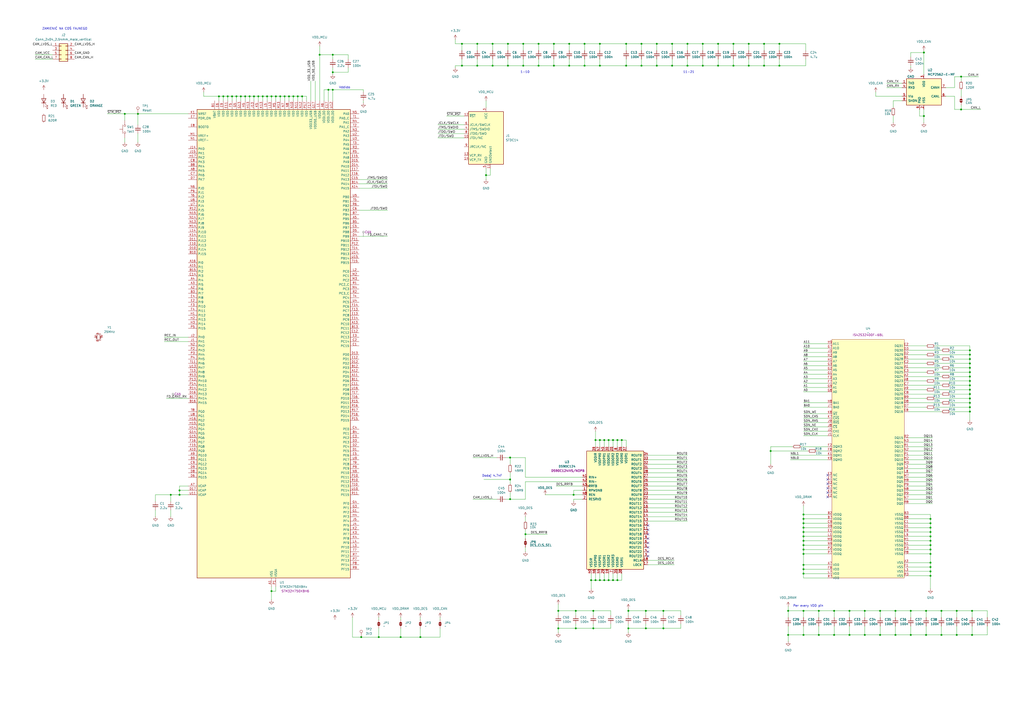
<source format=kicad_sch>
(kicad_sch (version 20231120) (generator "eeschema") (generator_version "8.0")
  (paper "A2")
  (lib_symbols
    (symbol "Interface_CAN_LIN:MCP2562-E-MF" (pin_names (offset 1.016))
      (property "Reference" "U" (at -10.16 8.89 0))
      (property "Value" "MCP2562-E-MF" (at 2.54 8.89 0))
      (symbol "MCP2562-E-MF_1_1"
        (pin input line (at -12.7 5.08 0) (length 2.54) (name "TXD") (number "1"))
        (pin power_in line (at 0 -10.16 90) (length 2.54) (name "VSS") (number "2"))
        (pin power_in line (at 0 10.16 270) (length 2.54) (name "VDD") (number "3"))
        (pin output line (at -12.7 2.54 0) (length 2.54) (name "RXD") (number "4"))
        (pin power_in line (at -12.7 -2.54 0) (length 2.54) (name "Vio") (number "5"))
        (pin bidirectional line (at 12.7 -2.54 180) (length 2.54) (name "CANL") (number "6"))
        (pin bidirectional line (at 12.7 2.54 180) (length 2.54) (name "CANH") (number "7"))
        (pin input line (at -12.7 -5.08 0) (length 2.54) (name "SHDN") (number "8"))
        (pin power_in line (at -2.54 -10.16 90) (length 2.54) (name "PAD") (number "9"))
      )
    )
    (symbol "MEMS_CAPACITORS:C_100n_0402_16V_X7R_MLASE105SB7104KFNA01" (pin_numbers hide) (pin_names (offset 0.254) hide)
      (property "Reference" "C" (at 0.254 1.778 0))
      (property "Value" "100n" (at 0.254 -2.032 0))
      (symbol "C_100n_0402_16V_X7R_MLASE105SB7104KFNA01_1_1"
        (pin passive line (at 0 2.54 270) (length 2.032) (name "~") (number "1"))
        (pin passive line (at 0 -2.54 90) (length 2.032) (name "~") (number "2"))
      )
    )
    (symbol "MEMS_CAPACITORS:C_2u2_0402_10V_X5R_LMK105ABJ225KVHF" (pin_numbers hide) (pin_names (offset 0.254) hide)
      (property "Reference" "C" (at 0.254 1.778 0))
      (property "Value" "2.2u" (at 0.254 -2.032 0))
      (symbol "C_2u2_0402_10V_X5R_LMK105ABJ225KVHF_1_1"
        (pin passive line (at 0 2.54 270) (length 2.032) (name "~") (number "1"))
        (pin passive line (at 0 -2.54 90) (length 2.032) (name "~") (number "2"))
      )
    )
    (symbol "MEMS_CAPACITORS:C_4u7_0402_4V_X5R_CL05A475MR5NQNC" (pin_numbers hide) (pin_names (offset 0.254) hide)
      (property "Reference" "C" (at 0.254 1.778 0))
      (property "Value" "4.7u" (at 0.254 -2.032 0))
      (symbol "C_4u7_0402_4V_X5R_CL05A475MR5NQNC_1_1"
        (pin passive line (at 0 2.54 270) (length 2.032) (name "~") (number "1"))
        (pin passive line (at 0 -2.54 90) (length 2.032) (name "~") (number "2"))
      )
    )
    (symbol "MEMS_DISCRETE:LED_0805_Green" (pin_numbers hide) (pin_names (offset 1.016) hide)
      (property "Reference" "D" (at 0 2.54 0))
      (property "Value" "GREEN" (at 0 -2.54 0))
      (symbol "LED_0805_Green_1_1"
        (pin passive line (at -3.81 0 0) (length 2.54) (name "K") (number "1"))
        (pin passive line (at 3.81 0 180) (length 2.54) (name "A") (number "2"))
      )
    )
    (symbol "MEMS_DISCRETE:LED_0805_Orange" (pin_numbers hide) (pin_names (offset 1.016) hide)
      (property "Reference" "D" (at 0 2.54 0))
      (property "Value" "ORANGE" (at 0 -2.54 0))
      (symbol "LED_0805_Orange_1_1"
        (pin passive line (at -3.81 0 0) (length 2.54) (name "K") (number "1"))
        (pin passive line (at 3.81 0 180) (length 2.54) (name "A") (number "2"))
      )
    )
    (symbol "MEMS_DISCRETE:LED_0805_Red" (pin_numbers hide) (pin_names (offset 1.016) hide)
      (property "Reference" "D" (at 0 2.54 0))
      (property "Value" "RED" (at 0 -2.54 0))
      (symbol "LED_0805_Red_1_1"
        (pin passive line (at -3.81 0 0) (length 2.54) (name "K") (number "1"))
        (pin passive line (at 3.81 0 180) (length 2.54) (name "A") (number "2"))
      )
    )
    (symbol "MEMS_ELECTROMECHANICAL:Conn_2x04_2.54mm_male_vertical" (pin_names (offset 1.016) hide)
      (property "Reference" "J" (at 1.27 5.08 0))
      (property "Value" "Conn_2x04_2.54mm_male_vertical" (at 1.27 -7.62 0))
      (symbol "Conn_2x04_2.54mm_male_vertical_1_1"
        (pin passive line (at -5.08 2.54 0) (length 3.81) (name "Pin_1") (number "1"))
        (pin passive line (at 7.62 2.54 180) (length 3.81) (name "Pin_2") (number "2"))
        (pin passive line (at -5.08 0 0) (length 3.81) (name "Pin_3") (number "3"))
        (pin passive line (at 7.62 0 180) (length 3.81) (name "Pin_4") (number "4"))
        (pin passive line (at -5.08 -2.54 0) (length 3.81) (name "Pin_5") (number "5"))
        (pin passive line (at 7.62 -2.54 180) (length 3.81) (name "Pin_6") (number "6"))
        (pin passive line (at -5.08 -5.08 0) (length 3.81) (name "Pin_7") (number "7"))
        (pin passive line (at 7.62 -5.08 180) (length 3.81) (name "Pin_8") (number "8"))
      )
    )
    (symbol "MEMS_ELECTROMECHANICAL:STDC14_SWD"
      (property "Reference" "J" (at 6.35 19.05 0))
      (property "Value" "STDC14" (at 6.35 16.51 0))
      (symbol "STDC14_SWD_1_1"
        (pin no_connect line (at -10.16 5.08 0) (length 2.54) hide (name "NC") (number "1"))
        (pin output line (at 12.7 0 180) (length 2.54) (name "JTDI/NC") (number "10"))
        (pin passive line (at -2.54 -17.78 90) (length 2.54) (name "GNDDetect") (number "11"))
        (pin open_collector line (at 12.7 12.7 180) (length 2.54) (name "~{RST}") (number "12"))
        (pin output line (at 12.7 -10.16 180) (length 2.54) (name "VCP_RX") (number "13"))
        (pin input line (at 12.7 -12.7 180) (length 2.54) (name "VCP_TX") (number "14"))
        (pin no_connect line (at -10.16 2.54 0) (length 2.54) hide (name "NC") (number "2"))
        (pin power_in line (at 0 17.78 270) (length 2.54) (name "VCC") (number "3"))
        (pin bidirectional line (at 12.7 5.08 180) (length 2.54) (name "JTMS/SWDIO") (number "4"))
        (pin power_in line (at 0 -17.78 90) (length 2.54) (name "GND") (number "5"))
        (pin output line (at 12.7 7.62 180) (length 2.54) (name "JCLK/SWCLK") (number "6"))
        (pin passive line (at 0 -17.78 90) (length 2.54) hide (name "GND") (number "7"))
        (pin input line (at 12.7 2.54 180) (length 2.54) (name "JTDO/SWO") (number "8"))
        (pin input line (at 12.7 -5.08 180) (length 2.54) (name "JRCLK/NC") (number "9"))
      )
    )
    (symbol "MEMS_ELECTROMECHANICAL:SW_Push_Tact_B3S-1000" (pin_numbers hide) (pin_names (offset 1.016) hide)
      (property "Reference" "SW" (at 1.27 2.54 0))
      (property "Value" "Tact" (at 0 -1.524 0))
      (symbol "SW_Push_Tact_B3S-1000_0_1"
        (pin passive line (at -5.08 0 0) (length 2.54) (name "1") (number "1"))
        (pin passive line (at 5.08 0 180) (length 2.54) (name "2") (number "2"))
      )
    )
    (symbol "MEMS_ELECTROMECHANICAL:TestPoint" (pin_numbers hide) (pin_names (offset 0.762) hide) (in_bom no)
      (property "Reference" "TP" (at 0 6.858 0))
      (property "Value" "TestPoint" (at 0 5.08 0))
      (symbol "TestPoint_1_1"
        (pin passive line (at 0 0 90) (length 2.54) (name "1") (number "1"))
      )
    )
    (symbol "MEMS_IC:DS90C124" (pin_names (offset 1.016))
      (property "Reference" "U" (at -14.478 34.29 0))
      (property "Value" "DS90C124" (at 14.478 34.29 0))
      (property "MPN" " DS90C124IVS/NOPB" (at 0 0 0))
      (symbol "DS90C124_1_1"
        (pin input line (at -17.78 10.16 0) (length 2.54) (name "RPWDNB") (number "1"))
        (pin output line (at 20.32 -15.24 180) (length 2.54) (name "ROUT18") (number "10"))
        (pin output line (at 20.32 -12.7 180) (length 2.54) (name "ROUT17") (number "11"))
        (pin output line (at 20.32 -10.16 180) (length 2.54) (name "ROUT16") (number "12"))
        (pin output line (at 20.32 -7.62 180) (length 2.54) (name "ROUT15") (number "13"))
        (pin output line (at 20.32 -5.08 180) (length 2.54) (name "ROUT14") (number "14"))
        (pin output line (at 20.32 -2.54 180) (length 2.54) (name "ROUT13") (number "15"))
        (pin output line (at 20.32 0 180) (length 2.54) (name "ROUT12") (number "16"))
        (pin output line (at 20.32 -33.02 180) (length 2.54) (name "LOCK") (number "17"))
        (pin output clock (at 20.32 -30.48 180) (length 2.54) (name "RCLK") (number "18"))
        (pin power_in line (at -2.54 -38.1 90) (length 2.54) (name "VSSOR2") (number "19"))
        (pin input line (at -17.78 5.08 0) (length 2.54) (name "RESRVD") (number "2"))
        (pin power_in line (at 0 35.56 270) (length 2.54) (name "VDDOR2") (number "20"))
        (pin output line (at 20.32 2.54 180) (length 2.54) (name "ROUT11") (number "21"))
        (pin output line (at 20.32 5.08 180) (length 2.54) (name "ROUT10") (number "22"))
        (pin output line (at 20.32 7.62 180) (length 2.54) (name "ROUT9") (number "23"))
        (pin output line (at 20.32 10.16 180) (length 2.54) (name "ROUT8") (number "24"))
        (pin output line (at 20.32 12.7 180) (length 2.54) (name "ROUT7") (number "25"))
        (pin output line (at 20.32 15.24 180) (length 2.54) (name "ROUT6") (number "26"))
        (pin output line (at 20.32 17.78 180) (length 2.54) (name "ROUT5") (number "27"))
        (pin output line (at 20.32 20.32 180) (length 2.54) (name "ROUT4") (number "28"))
        (pin power_in line (at -5.08 -38.1 90) (length 2.54) (name "VSSOR1") (number "29"))
        (pin output line (at 20.32 -27.94 180) (length 2.54) (name "ROUT23") (number "3"))
        (pin power_in line (at -2.54 35.56 270) (length 2.54) (name "VDDOR1") (number "30"))
        (pin output line (at 20.32 22.86 180) (length 2.54) (name "ROUT3") (number "31"))
        (pin output line (at 20.32 25.4 180) (length 2.54) (name "ROUT2") (number "32"))
        (pin output line (at 20.32 27.94 180) (length 2.54) (name "ROUT1") (number "33"))
        (pin output line (at 20.32 30.48 180) (length 2.54) (name "ROUT0") (number "34"))
        (pin power_in line (at 2.54 -38.1 90) (length 2.54) (name "VSSR0") (number "35"))
        (pin power_in line (at 5.08 35.56 270) (length 2.54) (name "VDDR0") (number "36"))
        (pin power_in line (at 7.62 35.56 270) (length 2.54) (name "VDDR1") (number "37"))
        (pin power_in line (at 5.08 -38.1 90) (length 2.54) (name "VSSR1") (number "38"))
        (pin power_in line (at -10.16 35.56 270) (length 2.54) (name "VDDIR") (number "39"))
        (pin output line (at 20.32 -25.4 180) (length 2.54) (name "ROUT22") (number "4"))
        (pin power_in line (at -12.7 -38.1 90) (length 2.54) (name "VSSIR") (number "40"))
        (pin input line (at -17.78 17.78 0) (length 2.54) (name "RIN+") (number "41"))
        (pin input line (at -17.78 15.24 0) (length 2.54) (name "RIN-") (number "42"))
        (pin input clock (at -17.78 12.7 0) (length 2.54) (name "RRFB") (number "43"))
        (pin power_in line (at -7.62 -38.1 90) (length 2.54) (name "VSSPR1") (number "44"))
        (pin power_in line (at -5.08 35.56 270) (length 2.54) (name "VDDPR1") (number "45"))
        (pin power_in line (at -10.16 -38.1 90) (length 2.54) (name "VSSPR0") (number "46"))
        (pin power_in line (at -7.62 35.56 270) (length 2.54) (name "VDDPR0") (number "47"))
        (pin input line (at -17.78 7.62 0) (length 2.54) (name "REN") (number "48"))
        (pin output line (at 20.32 -22.86 180) (length 2.54) (name "ROUT21") (number "5"))
        (pin output line (at 20.32 -20.32 180) (length 2.54) (name "ROUT20") (number "6"))
        (pin power_in line (at 0 -38.1 90) (length 2.54) (name "VDDOR3") (number "7"))
        (pin power_in line (at 2.54 35.56 270) (length 2.54) (name "VSSOR3") (number "8"))
        (pin output line (at 20.32 -17.78 180) (length 2.54) (name "ROUT19") (number "9"))
      )
    )
    (symbol "MEMS_IC:IS42S32400F-6BL"
      (property "Reference" "U" (at 1.016 21.844 0))
      (property "MPN" "IS42S32400F-6BL" (at 1.27 17.018 0))
      (symbol "IS42S32400F-6BL_1_1"
        (pin tri_state line (at 26.67 11.43 180) (length 2.54) (name "DQ26") (number "A1"))
        (pin tri_state line (at 26.67 6.35 180) (length 2.54) (name "DQ24") (number "A2"))
        (pin power_in line (at 26.67 -101.6 180) (length 2.54) (name "VSS") (number "A3"))
        (pin power_in line (at -20.32 -102.87 0) (length 2.54) (name "VDD") (number "A7"))
        (pin tri_state line (at 26.67 3.81 180) (length 2.54) (name "DQ23") (number "A8"))
        (pin tri_state line (at 26.67 -1.27 180) (length 2.54) (name "DQ21") (number "A9"))
        (pin tri_state line (at 26.67 16.51 180) (length 2.54) (name "DQ28") (number "B1"))
        (pin power_in line (at -20.32 -73.66 0) (length 2.54) (name "VDDQ") (number "B2"))
        (pin power_in line (at 26.67 -73.66 180) (length 2.54) (name "VSSQ") (number "B3"))
        (pin power_in line (at -20.32 -76.2 0) (length 2.54) (name "VDDQ") (number "B7"))
        (pin power_in line (at 26.67 -76.2 180) (length 2.54) (name "VSSQ") (number "B8"))
        (pin tri_state line (at 26.67 -6.35 180) (length 2.54) (name "DQ19") (number "B9"))
        (pin power_in line (at 26.67 -78.74 180) (length 2.54) (name "VSSQ") (number "C1"))
        (pin tri_state line (at 26.67 13.97 180) (length 2.54) (name "DQ27") (number "C2"))
        (pin tri_state line (at 26.67 8.89 180) (length 2.54) (name "DQ25") (number "C3"))
        (pin tri_state line (at 26.67 1.27 180) (length 2.54) (name "DQ22") (number "C7"))
        (pin tri_state line (at 26.67 -3.81 180) (length 2.54) (name "DQ20") (number "C8"))
        (pin power_in line (at -20.32 -78.74 0) (length 2.54) (name "VDDQ") (number "C9"))
        (pin power_in line (at 26.67 -81.28 180) (length 2.54) (name "VSSQ") (number "D1"))
        (pin tri_state line (at 26.67 19.05 180) (length 2.54) (name "DQ29") (number "D2"))
        (pin tri_state line (at 26.67 21.59 180) (length 2.54) (name "DQ30") (number "D3"))
        (pin tri_state line (at 26.67 -11.43 180) (length 2.54) (name "DQ17") (number "D7"))
        (pin tri_state line (at 26.67 -8.89 180) (length 2.54) (name "DQ18") (number "D8"))
        (pin power_in line (at -20.32 -81.28 0) (length 2.54) (name "VDDQ") (number "D9"))
        (pin power_in line (at -20.32 -83.82 0) (length 2.54) (name "VDDQ") (number "E1"))
        (pin tri_state line (at 26.67 24.13 180) (length 2.54) (name "DQ31") (number "E2"))
        (pin free line (at -20.32 -50.8 0) (length 2.54) (name "NC") (number "E3"))
        (pin free line (at -20.32 -53.34 0) (length 2.54) (name "NC") (number "E7"))
        (pin tri_state line (at 26.67 -13.97 180) (length 2.54) (name "DQ16") (number "E8"))
        (pin power_in line (at 26.67 -83.82 180) (length 2.54) (name "VSSQ") (number "E9"))
        (pin power_in line (at 26.67 -104.14 180) (length 2.54) (name "VSS") (number "F1"))
        (pin input line (at -20.32 -34.29 0) (length 2.54) (name "DQM3") (number "F2"))
        (pin input line (at -20.32 5.08 0) (length 2.54) (name "A3") (number "F3"))
        (pin input line (at -20.32 2.54 0) (length 2.54) (name "A2") (number "F7"))
        (pin input line (at -20.32 -36.83 0) (length 2.54) (name "DQM2") (number "F8"))
        (pin power_in line (at -20.32 -105.41 0) (length 2.54) (name "VDD") (number "F9"))
        (pin input line (at -20.32 7.62 0) (length 2.54) (name "A4") (number "G1"))
        (pin input line (at -20.32 10.16 0) (length 2.54) (name "A5") (number "G2"))
        (pin input line (at -20.32 12.7 0) (length 2.54) (name "A6") (number "G3"))
        (pin input line (at -20.32 22.86 0) (length 2.54) (name "A10") (number "G7"))
        (pin input line (at -20.32 -2.54 0) (length 2.54) (name "A0") (number "G8"))
        (pin input line (at -20.32 0 0) (length 2.54) (name "A1") (number "G9"))
        (pin input line (at -20.32 15.24 0) (length 2.54) (name "A7") (number "H1"))
        (pin input line (at -20.32 17.78 0) (length 2.54) (name "A8") (number "H2"))
        (pin free line (at -20.32 -55.88 0) (length 2.54) (name "NC") (number "H3"))
        (pin free line (at -20.32 -58.42 0) (length 2.54) (name "NC") (number "H7"))
        (pin input line (at -20.32 -8.89 0) (length 2.54) (name "BA1") (number "H8"))
        (pin input line (at -20.32 25.4 0) (length 2.54) (name "A11") (number "H9"))
        (pin input line (at -20.32 -27.94 0) (length 2.54) (name "CLK") (number "J1"))
        (pin input line (at -20.32 -25.4 0) (length 2.54) (name "CKE") (number "J2"))
        (pin input line (at -20.32 20.32 0) (length 2.54) (name "A9") (number "J3"))
        (pin input line (at -20.32 -11.43 0) (length 2.54) (name "BA0") (number "J7"))
        (pin input line (at -20.32 -22.86 0) (length 2.54) (name "~{CS}") (number "J8"))
        (pin input line (at -20.32 -20.32 0) (length 2.54) (name "~{RAS}") (number "J9"))
        (pin input line (at -20.32 -39.37 0) (length 2.54) (name "DQM1") (number "K1"))
        (pin free line (at -20.32 -63.5 0) (length 2.54) (name "NC") (number "K2"))
        (pin free line (at -20.32 -60.96 0) (length 2.54) (name "NC") (number "K3"))
        (pin input line (at -20.32 -17.78 0) (length 2.54) (name "~{CAS}") (number "K7"))
        (pin input line (at -20.32 -15.24 0) (length 2.54) (name "~{WE}") (number "K8"))
        (pin input line (at -20.32 -41.91 0) (length 2.54) (name "DQM0") (number "K9"))
        (pin power_in line (at -20.32 -86.36 0) (length 2.54) (name "VDDQ") (number "L1"))
        (pin tri_state line (at 26.67 -46.99 180) (length 2.54) (name "DQ8") (number "L2"))
        (pin power_in line (at 26.67 -106.68 180) (length 2.54) (name "VSS") (number "L3"))
        (pin power_in line (at -20.32 -107.95 0) (length 2.54) (name "VDD") (number "L7"))
        (pin tri_state line (at 26.67 -49.53 180) (length 2.54) (name "DQ7") (number "L8"))
        (pin power_in line (at 26.67 -86.36 180) (length 2.54) (name "VSSQ") (number "L9"))
        (pin power_in line (at 26.67 -88.9 180) (length 2.54) (name "VSSQ") (number "M1"))
        (pin tri_state line (at 26.67 -41.91 180) (length 2.54) (name "DQ10") (number "M2"))
        (pin tri_state line (at 26.67 -44.45 180) (length 2.54) (name "DQ9") (number "M3"))
        (pin tri_state line (at 26.67 -52.07 180) (length 2.54) (name "DQ6") (number "M7"))
        (pin tri_state line (at 26.67 -54.61 180) (length 2.54) (name "DQ5") (number "M8"))
        (pin power_in line (at -20.32 -88.9 0) (length 2.54) (name "VDDQ") (number "M9"))
        (pin power_in line (at 26.67 -91.44 180) (length 2.54) (name "VSSQ") (number "N1"))
        (pin tri_state line (at 26.67 -36.83 180) (length 2.54) (name "DQ12") (number "N2"))
        (pin tri_state line (at 26.67 -31.75 180) (length 2.54) (name "DQ14") (number "N3"))
        (pin tri_state line (at 26.67 -64.77 180) (length 2.54) (name "DQ1") (number "N7"))
        (pin tri_state line (at 26.67 -59.69 180) (length 2.54) (name "DQ3") (number "N8"))
        (pin power_in line (at -20.32 -91.44 0) (length 2.54) (name "VDDQ") (number "N9"))
        (pin tri_state line (at 26.67 -39.37 180) (length 2.54) (name "DQ11") (number "P1"))
        (pin power_in line (at -20.32 -93.98 0) (length 2.54) (name "VDDQ") (number "P2"))
        (pin power_in line (at 26.67 -93.98 180) (length 2.54) (name "VSSQ") (number "P3"))
        (pin power_in line (at -20.32 -96.52 0) (length 2.54) (name "VDDQ") (number "P7"))
        (pin power_in line (at 26.67 -96.52 180) (length 2.54) (name "VSSQ") (number "P8"))
        (pin tri_state line (at 26.67 -57.15 180) (length 2.54) (name "DQ4") (number "P9"))
        (pin tri_state line (at 26.67 -34.29 180) (length 2.54) (name "DQ13") (number "R1"))
        (pin tri_state line (at 26.67 -29.21 180) (length 2.54) (name "DQ15") (number "R2"))
        (pin power_in line (at 26.67 -109.22 180) (length 2.54) (name "VSS") (number "R3"))
        (pin power_in line (at -20.32 -110.49 0) (length 2.54) (name "VDD") (number "R7"))
        (pin tri_state line (at 26.67 -67.31 180) (length 2.54) (name "DQ0") (number "R8"))
        (pin tri_state line (at 26.67 -62.23 180) (length 2.54) (name "DQ2") (number "R9"))
      )
    )
    (symbol "MEMS_IC:STM32H750XBHx"
      (property "Reference" "U" (at -43.18 138.43 0))
      (property "Value" "STM32H750XBHx" (at 38.1 138.43 0))
      (property "MPN" " STM32H750XBH6" (at 0 0 0))
      (symbol "STM32H750XBHx_1_1"
        (pin power_in line (at 0 -139.7 90) (length 5.08) (name "VSS") (number "A1"))
        (pin bidirectional line (at -48.26 -60.96 0) (length 5.08) (name "PG9") (number "A10"))
        (pin bidirectional line (at 50.8 -17.78 180) (length 5.08) (name "PD5") (number "A11"))
        (pin bidirectional line (at 50.8 -15.24 180) (length 5.08) (name "PD4") (number "A12"))
        (pin bidirectional line (at 50.8 12.7 180) (length 5.08) (name "PC10") (number "A13"))
        (pin bidirectional line (at 50.8 91.44 180) (length 5.08) (name "PA15") (number "A14"))
        (pin bidirectional line (at -48.26 45.72 0) (length 5.08) (name "PI1") (number "A15"))
        (pin bidirectional line (at -48.26 48.26 0) (length 5.08) (name "PI0") (number "A16"))
        (pin passive line (at 0 -139.7 90) (length 5.08) hide (name "VSS") (number "A17"))
        (pin bidirectional line (at -48.26 33.02 0) (length 5.08) (name "PI6") (number "A2"))
        (pin bidirectional line (at -48.26 35.56 0) (length 5.08) (name "PI5") (number "A3"))
        (pin bidirectional line (at -48.26 38.1 0) (length 5.08) (name "PI4") (number "A4"))
        (pin bidirectional line (at 50.8 73.66 180) (length 5.08) (name "PB5") (number "A5"))
        (pin power_in line (at 30.48 142.24 270) (length 5.08) (name "VDDLDO") (number "A6"))
        (pin power_out line (at -48.26 -81.28 0) (length 5.08) (name "VCAP") (number "A7"))
        (pin bidirectional line (at -48.26 101.6 0) (length 5.08) (name "PK5") (number "A8"))
        (pin bidirectional line (at -48.26 -63.5 0) (length 5.08) (name "PG10") (number "A9"))
        (pin power_in line (at -33.02 142.24 270) (length 5.08) (name "VBAT") (number "B1"))
        (pin bidirectional line (at -48.26 53.34 0) (length 5.08) (name "PJ15") (number "B10"))
        (pin bidirectional line (at 50.8 -20.32 180) (length 5.08) (name "PD6") (number "B11"))
        (pin bidirectional line (at 50.8 -12.7 180) (length 5.08) (name "PD3") (number "B12"))
        (pin bidirectional line (at 50.8 10.16 180) (length 5.08) (name "PC11") (number "B13"))
        (pin bidirectional line (at 50.8 93.98 180) (length 5.08) (name "PA14") (number "B14"))
        (pin bidirectional line (at -48.26 43.18 0) (length 5.08) (name "PI2") (number "B15"))
        (pin bidirectional line (at -48.26 -33.02 0) (length 5.08) (name "PH15") (number "B16"))
        (pin bidirectional line (at -48.26 -30.48 0) (length 5.08) (name "PH14") (number "B17"))
        (pin passive line (at 0 -139.7 90) (length 5.08) hide (name "VSS") (number "B2"))
        (pin bidirectional line (at -48.26 30.48 0) (length 5.08) (name "PI7") (number "B3"))
        (pin bidirectional line (at 50.8 -50.8 180) (length 5.08) (name "PE1") (number "B4"))
        (pin bidirectional line (at 50.8 71.12 180) (length 5.08) (name "PB6") (number "B5"))
        (pin passive line (at 0 -139.7 90) (length 5.08) hide (name "VSS") (number "B6"))
        (pin bidirectional line (at 50.8 76.2 180) (length 5.08) (name "PB4") (number "B7"))
        (pin bidirectional line (at -48.26 104.14 0) (length 5.08) (name "PK4") (number "B8"))
        (pin bidirectional line (at -48.26 -66.04 0) (length 5.08) (name "PG11") (number "B9"))
        (pin bidirectional line (at 50.8 0 180) (length 5.08) (name "PC15") (number "C1"))
        (pin passive line (at 0 -139.7 90) (length 5.08) hide (name "VSS") (number "C10"))
        (pin bidirectional line (at 50.8 -22.86 180) (length 5.08) (name "PD7") (number "C11"))
        (pin bidirectional line (at 50.8 7.62 180) (length 5.08) (name "PC12") (number "C12"))
        (pin passive line (at 0 -139.7 90) (length 5.08) hide (name "VSS") (number "C13"))
        (pin bidirectional line (at -48.26 40.64 0) (length 5.08) (name "PI3") (number "C14"))
        (pin bidirectional line (at 50.8 96.52 180) (length 5.08) (name "PA13") (number "C15"))
        (pin passive line (at 0 -139.7 90) (length 5.08) hide (name "VSS") (number "C16"))
        (pin power_in line (at 33.02 142.24 270) (length 5.08) (name "VDDLDO") (number "C17"))
        (pin bidirectional line (at 50.8 2.54 180) (length 5.08) (name "PC14") (number "C2"))
        (pin bidirectional line (at 50.8 -53.34 180) (length 5.08) (name "PE2") (number "C3"))
        (pin bidirectional line (at 50.8 -48.26 180) (length 5.08) (name "PE0") (number "C4"))
        (pin bidirectional line (at 50.8 68.58 180) (length 5.08) (name "PB7") (number "C5"))
        (pin bidirectional line (at 50.8 78.74 180) (length 5.08) (name "PB3") (number "C6"))
        (pin bidirectional line (at -48.26 99.06 0) (length 5.08) (name "PK6") (number "C7"))
        (pin bidirectional line (at -48.26 106.68 0) (length 5.08) (name "PK3") (number "C8"))
        (pin bidirectional line (at -48.26 -68.58 0) (length 5.08) (name "PG12") (number "C9"))
        (pin bidirectional line (at 50.8 -60.96 180) (length 5.08) (name "PE5") (number "D1"))
        (pin bidirectional line (at -48.26 55.88 0) (length 5.08) (name "PJ14") (number "D10"))
        (pin bidirectional line (at -48.26 60.96 0) (length 5.08) (name "PJ12") (number "D11"))
        (pin bidirectional line (at 50.8 -10.16 180) (length 5.08) (name "PD2") (number "D12"))
        (pin bidirectional line (at 50.8 -5.08 180) (length 5.08) (name "PD0") (number "D13"))
        (pin bidirectional line (at 50.8 104.14 180) (length 5.08) (name "PA10") (number "D14"))
        (pin bidirectional line (at 50.8 106.68 180) (length 5.08) (name "PA9") (number "D15"))
        (pin bidirectional line (at -48.26 -27.94 0) (length 5.08) (name "PH13") (number "D16"))
        (pin power_out line (at -48.26 -83.82 0) (length 5.08) (name "VCAP") (number "D17"))
        (pin bidirectional line (at 50.8 -58.42 180) (length 5.08) (name "PE4") (number "D2"))
        (pin bidirectional line (at 50.8 -55.88 180) (length 5.08) (name "PE3") (number "D3"))
        (pin bidirectional line (at 50.8 63.5 180) (length 5.08) (name "PB9") (number "D4"))
        (pin bidirectional line (at 50.8 66.04 180) (length 5.08) (name "PB8") (number "D5"))
        (pin bidirectional line (at -48.26 -76.2 0) (length 5.08) (name "PG15") (number "D6"))
        (pin bidirectional line (at -48.26 96.52 0) (length 5.08) (name "PK7") (number "D7"))
        (pin bidirectional line (at -48.26 -73.66 0) (length 5.08) (name "PG14") (number "D8"))
        (pin bidirectional line (at -48.26 -71.12 0) (length 5.08) (name "PG13") (number "D9"))
        (pin no_connect line (at -43.18 -134.62 0) (length 5.08) hide (name "NC") (number "E1"))
        (pin bidirectional line (at -48.26 58.42 0) (length 5.08) (name "PJ13") (number "E10"))
        (pin power_in line (at -25.4 142.24 270) (length 5.08) (name "VDD") (number "E11"))
        (pin bidirectional line (at 50.8 -7.62 180) (length 5.08) (name "PD1") (number "E12"))
        (pin bidirectional line (at 50.8 17.78 180) (length 5.08) (name "PC8") (number "E13"))
        (pin bidirectional line (at 50.8 15.24 180) (length 5.08) (name "PC9") (number "E14"))
        (pin bidirectional line (at 50.8 109.22 180) (length 5.08) (name "PA8") (number "E15"))
        (pin bidirectional line (at 50.8 99.06 180) (length 5.08) (name "PA12") (number "E16"))
        (pin bidirectional line (at 50.8 101.6 180) (length 5.08) (name "PA11") (number "E17"))
        (pin bidirectional line (at -48.26 25.4 0) (length 5.08) (name "PI9") (number "E2"))
        (pin bidirectional line (at 50.8 5.08 180) (length 5.08) (name "PC13") (number "E3"))
        (pin bidirectional line (at -48.26 27.94 0) (length 5.08) (name "PI8") (number "E4"))
        (pin bidirectional line (at 50.8 -63.5 180) (length 5.08) (name "PE6") (number "E5"))
        (pin power_in line (at -30.48 142.24 270) (length 5.08) (name "VDD") (number "E6"))
        (pin input line (at -48.26 132.08 0) (length 5.08) (name "PDR_ON") (number "E7"))
        (pin input line (at -48.26 127 0) (length 5.08) (name "BOOT0") (number "E8"))
        (pin power_in line (at -27.94 142.24 270) (length 5.08) (name "VDD") (number "E9"))
        (pin passive line (at 0 -139.7 90) (length 5.08) hide (name "VSS") (number "F1"))
        (pin bidirectional line (at 50.8 20.32 180) (length 5.08) (name "PC7") (number "F13"))
        (pin bidirectional line (at 50.8 22.86 180) (length 5.08) (name "PC6") (number "F14"))
        (pin bidirectional line (at -48.26 -58.42 0) (length 5.08) (name "PG8") (number "F15"))
        (pin bidirectional line (at -48.26 -55.88 0) (length 5.08) (name "PG7") (number "F16"))
        (pin power_in line (at 22.86 142.24 270) (length 5.08) (name "VDD33_USB") (number "F17"))
        (pin passive line (at 0 -139.7 90) (length 5.08) hide (name "VSS") (number "F2"))
        (pin bidirectional line (at -48.26 22.86 0) (length 5.08) (name "PI10") (number "F3"))
        (pin bidirectional line (at -48.26 20.32 0) (length 5.08) (name "PI11") (number "F4"))
        (pin power_in line (at -22.86 142.24 270) (length 5.08) (name "VDD") (number "F5"))
        (pin bidirectional line (at 50.8 -96.52 180) (length 5.08) (name "PF2") (number "G1"))
        (pin passive line (at 0 -139.7 90) (length 5.08) hide (name "VSS") (number "G10"))
        (pin passive line (at 0 -139.7 90) (length 5.08) hide (name "VSS") (number "G11"))
        (pin power_in line (at -17.78 142.24 270) (length 5.08) (name "VDD") (number "G13"))
        (pin bidirectional line (at -48.26 -50.8 0) (length 5.08) (name "PG5") (number "G14"))
        (pin bidirectional line (at -48.26 -53.34 0) (length 5.08) (name "PG6") (number "G15"))
        (pin passive line (at 0 -139.7 90) (length 5.08) hide (name "VSS") (number "G16"))
        (pin power_in line (at 25.4 142.24 270) (length 5.08) (name "VDD50_USB") (number "G17"))
        (pin passive line (at 0 -139.7 90) (length 5.08) hide (name "VSS") (number "G2"))
        (pin bidirectional line (at 50.8 -93.98 180) (length 5.08) (name "PF1") (number "G3"))
        (pin bidirectional line (at 50.8 -91.44 180) (length 5.08) (name "PF0") (number "G4"))
        (pin power_in line (at -20.32 142.24 270) (length 5.08) (name "VDD") (number "G5"))
        (pin passive line (at 0 -139.7 90) (length 5.08) hide (name "VSS") (number "G7"))
        (pin passive line (at 0 -139.7 90) (length 5.08) hide (name "VSS") (number "G8"))
        (pin passive line (at 0 -139.7 90) (length 5.08) hide (name "VSS") (number "G9"))
        (pin bidirectional line (at -48.26 17.78 0) (length 5.08) (name "PI12") (number "H1"))
        (pin passive line (at 0 -139.7 90) (length 5.08) hide (name "VSS") (number "H10"))
        (pin passive line (at 0 -139.7 90) (length 5.08) hide (name "VSS") (number "H11"))
        (pin power_in line (at -12.7 142.24 270) (length 5.08) (name "VDD") (number "H13"))
        (pin bidirectional line (at -48.26 -48.26 0) (length 5.08) (name "PG4") (number "H14"))
        (pin bidirectional line (at -48.26 -45.72 0) (length 5.08) (name "PG3") (number "H15"))
        (pin bidirectional line (at -48.26 -43.18 0) (length 5.08) (name "PG2") (number "H16"))
        (pin bidirectional line (at -48.26 109.22 0) (length 5.08) (name "PK2") (number "H17"))
        (pin bidirectional line (at -48.26 15.24 0) (length 5.08) (name "PI13") (number "H2"))
        (pin bidirectional line (at -48.26 12.7 0) (length 5.08) (name "PI14") (number "H3"))
        (pin bidirectional line (at 50.8 -99.06 180) (length 5.08) (name "PF3") (number "H4"))
        (pin power_in line (at -15.24 142.24 270) (length 5.08) (name "VDD") (number "H5"))
        (pin passive line (at 0 -139.7 90) (length 5.08) hide (name "VSS") (number "H7"))
        (pin passive line (at 0 -139.7 90) (length 5.08) hide (name "VSS") (number "H8"))
        (pin passive line (at 0 -139.7 90) (length 5.08) hide (name "VSS") (number "H9"))
        (pin bidirectional line (at -48.26 2.54 0) (length 5.08) (name "PH1") (number "J1"))
        (pin passive line (at 0 -139.7 90) (length 5.08) hide (name "VSS") (number "J10"))
        (pin passive line (at 0 -139.7 90) (length 5.08) hide (name "VSS") (number "J11"))
        (pin power_in line (at -10.16 142.24 270) (length 5.08) (name "VDD") (number "J13"))
        (pin bidirectional line (at -48.26 114.3 0) (length 5.08) (name "PK0") (number "J14"))
        (pin bidirectional line (at -48.26 111.76 0) (length 5.08) (name "PK1") (number "J15"))
        (pin passive line (at 0 -139.7 90) (length 5.08) hide (name "VSS") (number "J16"))
        (pin passive line (at 0 -139.7 90) (length 5.08) hide (name "VSS") (number "J17"))
        (pin bidirectional line (at -48.26 5.08 0) (length 5.08) (name "PH0") (number "J2"))
        (pin passive line (at 0 -139.7 90) (length 5.08) hide (name "VSS") (number "J3"))
        (pin bidirectional line (at 50.8 -104.14 180) (length 5.08) (name "PF5") (number "J4"))
        (pin bidirectional line (at 50.8 -101.6 180) (length 5.08) (name "PF4") (number "J5"))
        (pin passive line (at 0 -139.7 90) (length 5.08) hide (name "VSS") (number "J7"))
        (pin passive line (at 0 -139.7 90) (length 5.08) hide (name "VSS") (number "J8"))
        (pin passive line (at 0 -139.7 90) (length 5.08) hide (name "VSS") (number "J9"))
        (pin input line (at -48.26 134.62 0) (length 5.08) (name "NRST") (number "K1"))
        (pin passive line (at 0 -139.7 90) (length 5.08) hide (name "VSS") (number "K10"))
        (pin passive line (at 0 -139.7 90) (length 5.08) hide (name "VSS") (number "K11"))
        (pin power_in line (at -5.08 142.24 270) (length 5.08) (name "VDD") (number "K13"))
        (pin bidirectional line (at -48.26 63.5 0) (length 5.08) (name "PJ11") (number "K14"))
        (pin passive line (at 0 -139.7 90) (length 5.08) hide (name "VSS") (number "K15"))
        (pin no_connect line (at -43.18 -132.08 0) (length 5.08) hide (name "NC") (number "K16"))
        (pin no_connect line (at -43.18 -129.54 0) (length 5.08) hide (name "NC") (number "K17"))
        (pin bidirectional line (at 50.8 -106.68 180) (length 5.08) (name "PF6") (number "K2"))
        (pin bidirectional line (at 50.8 -109.22 180) (length 5.08) (name "PF7") (number "K3"))
        (pin bidirectional line (at 50.8 -111.76 180) (length 5.08) (name "PF8") (number "K4"))
        (pin power_in line (at -7.62 142.24 270) (length 5.08) (name "VDD") (number "K5"))
        (pin passive line (at 0 -139.7 90) (length 5.08) hide (name "VSS") (number "K7"))
        (pin passive line (at 0 -139.7 90) (length 5.08) hide (name "VSS") (number "K8"))
        (pin passive line (at 0 -139.7 90) (length 5.08) hide (name "VSS") (number "K9"))
        (pin power_in line (at 27.94 142.24 270) (length 5.08) (name "VDDA") (number "L1"))
        (pin passive line (at 0 -139.7 90) (length 5.08) hide (name "VSS") (number "L10"))
        (pin passive line (at 0 -139.7 90) (length 5.08) hide (name "VSS") (number "L11"))
        (pin power_in line (at 0 142.24 270) (length 5.08) (name "VDD") (number "L13"))
        (pin bidirectional line (at -48.26 66.04 0) (length 5.08) (name "PJ10") (number "L14"))
        (pin passive line (at 0 -139.7 90) (length 5.08) hide (name "VSS") (number "L15"))
        (pin no_connect line (at -43.18 -127 0) (length 5.08) hide (name "NC") (number "L16"))
        (pin no_connect line (at -43.18 -124.46 0) (length 5.08) hide (name "NC") (number "L17"))
        (pin bidirectional line (at 50.8 43.18 180) (length 5.08) (name "PC0") (number "L2"))
        (pin bidirectional line (at 50.8 -116.84 180) (length 5.08) (name "PF10") (number "L3"))
        (pin bidirectional line (at 50.8 -114.3 180) (length 5.08) (name "PF9") (number "L4"))
        (pin power_in line (at -2.54 142.24 270) (length 5.08) (name "VDD") (number "L5"))
        (pin passive line (at 0 -139.7 90) (length 5.08) hide (name "VSS") (number "L7"))
        (pin passive line (at 0 -139.7 90) (length 5.08) hide (name "VSS") (number "L8"))
        (pin passive line (at 0 -139.7 90) (length 5.08) hide (name "VSS") (number "L9"))
        (pin input line (at -48.26 121.92 0) (length 5.08) (name "VREF+") (number "M1"))
        (pin power_in line (at 5.08 142.24 270) (length 5.08) (name "VDD") (number "M13"))
        (pin bidirectional line (at -48.26 68.58 0) (length 5.08) (name "PJ9") (number "M14"))
        (pin passive line (at 0 -139.7 90) (length 5.08) hide (name "VSS") (number "M15"))
        (pin no_connect line (at -43.18 -121.92 0) (length 5.08) hide (name "NC") (number "M16"))
        (pin no_connect line (at -43.18 -119.38 0) (length 5.08) hide (name "NC") (number "M17"))
        (pin bidirectional line (at 50.8 40.64 180) (length 5.08) (name "PC1") (number "M2"))
        (pin bidirectional line (at 50.8 38.1 180) (length 5.08) (name "PC2") (number "M3"))
        (pin bidirectional line (at 50.8 33.02 180) (length 5.08) (name "PC3") (number "M4"))
        (pin power_in line (at 2.54 142.24 270) (length 5.08) (name "VDD") (number "M5"))
        (pin input line (at -48.26 119.38 0) (length 5.08) (name "VREF-") (number "N1"))
        (pin power_in line (at 12.7 142.24 270) (length 5.08) (name "VDD") (number "N10"))
        (pin power_in line (at 15.24 142.24 270) (length 5.08) (name "VDD") (number "N11"))
        (pin power_in line (at 17.78 142.24 270) (length 5.08) (name "VDD") (number "N12"))
        (pin bidirectional line (at -48.26 71.12 0) (length 5.08) (name "PJ8") (number "N13"))
        (pin bidirectional line (at -48.26 73.66 0) (length 5.08) (name "PJ7") (number "N14"))
        (pin bidirectional line (at -48.26 76.2 0) (length 5.08) (name "PJ6") (number "N15"))
        (pin passive line (at 0 -139.7 90) (length 5.08) hide (name "VSS") (number "N16"))
        (pin no_connect line (at -43.18 -116.84 0) (length 5.08) hide (name "NC") (number "N17"))
        (pin bidirectional line (at -48.26 0 0) (length 5.08) (name "PH2") (number "N2"))
        (pin bidirectional line (at 50.8 124.46 180) (length 5.08) (name "PA2") (number "N3"))
        (pin bidirectional line (at 50.8 129.54 180) (length 5.08) (name "PA1") (number "N4"))
        (pin bidirectional line (at 50.8 134.62 180) (length 5.08) (name "PA0") (number "N5"))
        (pin bidirectional line (at -48.26 91.44 0) (length 5.08) (name "PJ0") (number "N6"))
        (pin power_in line (at 7.62 142.24 270) (length 5.08) (name "VDD") (number "N7"))
        (pin power_in line (at 10.16 142.24 270) (length 5.08) (name "VDD") (number "N8"))
        (pin bidirectional line (at 50.8 -73.66 180) (length 5.08) (name "PE10") (number "N9"))
        (pin power_in line (at 2.54 -139.7 90) (length 5.08) (name "VSSA") (number "P1"))
        (pin bidirectional line (at 50.8 -76.2 180) (length 5.08) (name "PE11") (number "P10"))
        (pin bidirectional line (at 50.8 60.96 180) (length 5.08) (name "PB10") (number "P11"))
        (pin bidirectional line (at 50.8 58.42 180) (length 5.08) (name "PB11") (number "P12"))
        (pin bidirectional line (at -48.26 -20.32 0) (length 5.08) (name "PH10") (number "P13"))
        (pin bidirectional line (at -48.26 -22.86 0) (length 5.08) (name "PH11") (number "P14"))
        (pin bidirectional line (at 50.8 -43.18 180) (length 5.08) (name "PD15") (number "P15"))
        (pin bidirectional line (at 50.8 -40.64 180) (length 5.08) (name "PD14") (number "P16"))
        (pin power_in line (at 20.32 142.24 270) (length 5.08) (name "VDD") (number "P17"))
        (pin bidirectional line (at -48.26 -2.54 0) (length 5.08) (name "PH3") (number "P2"))
        (pin bidirectional line (at -48.26 -5.08 0) (length 5.08) (name "PH4") (number "P3"))
        (pin bidirectional line (at -48.26 -7.62 0) (length 5.08) (name "PH5") (number "P4"))
        (pin bidirectional line (at -48.26 10.16 0) (length 5.08) (name "PI15") (number "P5"))
        (pin bidirectional line (at -48.26 88.9 0) (length 5.08) (name "PJ1") (number "P6"))
        (pin bidirectional line (at 50.8 -124.46 180) (length 5.08) (name "PF13") (number "P7"))
        (pin bidirectional line (at 50.8 -127 180) (length 5.08) (name "PF14") (number "P8"))
        (pin bidirectional line (at 50.8 -71.12 180) (length 5.08) (name "PE9") (number "P9"))
        (pin bidirectional line (at 50.8 35.56 180) (length 5.08) (name "PC2_C") (number "R1"))
        (pin bidirectional line (at 50.8 -78.74 180) (length 5.08) (name "PE12") (number "R10"))
        (pin bidirectional line (at 50.8 -86.36 180) (length 5.08) (name "PE15") (number "R11"))
        (pin bidirectional line (at -48.26 78.74 0) (length 5.08) (name "PJ5") (number "R12"))
        (pin bidirectional line (at -48.26 -17.78 0) (length 5.08) (name "PH9") (number "R13"))
        (pin bidirectional line (at -48.26 -25.4 0) (length 5.08) (name "PH12") (number "R14"))
        (pin bidirectional line (at 50.8 -33.02 180) (length 5.08) (name "PD11") (number "R15"))
        (pin bidirectional line (at 50.8 -35.56 180) (length 5.08) (name "PD12") (number "R16"))
        (pin bidirectional line (at 50.8 -38.1 180) (length 5.08) (name "PD13") (number "R17"))
        (pin bidirectional line (at 50.8 30.48 180) (length 5.08) (name "PC3_C") (number "R2"))
        (pin bidirectional line (at 50.8 114.3 180) (length 5.08) (name "PA6") (number "R3"))
        (pin passive line (at 0 -139.7 90) (length 5.08) hide (name "VSS") (number "R4"))
        (pin bidirectional line (at 50.8 111.76 180) (length 5.08) (name "PA7") (number "R5"))
        (pin bidirectional line (at 50.8 81.28 180) (length 5.08) (name "PB2") (number "R6"))
        (pin bidirectional line (at 50.8 -121.92 180) (length 5.08) (name "PF12") (number "R7"))
        (pin passive line (at 0 -139.7 90) (length 5.08) hide (name "VSS") (number "R8"))
        (pin bidirectional line (at 50.8 -129.54 180) (length 5.08) (name "PF15") (number "R9"))
        (pin bidirectional line (at 50.8 132.08 180) (length 5.08) (name "PA0_C") (number "T1"))
        (pin bidirectional line (at 50.8 -81.28 180) (length 5.08) (name "PE13") (number "T10"))
        (pin bidirectional line (at -48.26 -10.16 0) (length 5.08) (name "PH6") (number "T11"))
        (pin passive line (at 0 -139.7 90) (length 5.08) hide (name "VSS") (number "T12"))
        (pin bidirectional line (at -48.26 -15.24 0) (length 5.08) (name "PH8") (number "T13"))
        (pin bidirectional line (at 50.8 55.88 180) (length 5.08) (name "PB12") (number "T14"))
        (pin bidirectional line (at 50.8 48.26 180) (length 5.08) (name "PB15") (number "T15"))
        (pin bidirectional line (at 50.8 -30.48 180) (length 5.08) (name "PD10") (number "T16"))
        (pin bidirectional line (at 50.8 -27.94 180) (length 5.08) (name "PD9") (number "T17"))
        (pin bidirectional line (at 50.8 127 180) (length 5.08) (name "PA1_C") (number "T2"))
        (pin bidirectional line (at 50.8 116.84 180) (length 5.08) (name "PA5") (number "T3"))
        (pin bidirectional line (at 50.8 27.94 180) (length 5.08) (name "PC4") (number "T4"))
        (pin bidirectional line (at 50.8 83.82 180) (length 5.08) (name "PB1") (number "T5"))
        (pin bidirectional line (at -48.26 86.36 0) (length 5.08) (name "PJ2") (number "T6"))
        (pin bidirectional line (at 50.8 -119.38 180) (length 5.08) (name "PF11") (number "T7"))
        (pin bidirectional line (at -48.26 -38.1 0) (length 5.08) (name "PG0") (number "T8"))
        (pin bidirectional line (at 50.8 -68.58 180) (length 5.08) (name "PE8") (number "T9"))
        (pin passive line (at 0 -139.7 90) (length 5.08) hide (name "VSS") (number "U1"))
        (pin bidirectional line (at 50.8 -83.82 180) (length 5.08) (name "PE14") (number "U10"))
        (pin power_out line (at -48.26 -86.36 0) (length 5.08) (name "VCAP") (number "U11"))
        (pin power_in line (at 35.56 142.24 270) (length 5.08) (name "VDDLDO") (number "U12"))
        (pin bidirectional line (at -48.26 -12.7 0) (length 5.08) (name "PH7") (number "U13"))
        (pin bidirectional line (at 50.8 53.34 180) (length 5.08) (name "PB13") (number "U14"))
        (pin bidirectional line (at 50.8 50.8 180) (length 5.08) (name "PB14") (number "U15"))
        (pin bidirectional line (at 50.8 -25.4 180) (length 5.08) (name "PD8") (number "U16"))
        (pin passive line (at 0 -139.7 90) (length 5.08) hide (name "VSS") (number "U17"))
        (pin bidirectional line (at 50.8 121.92 180) (length 5.08) (name "PA3") (number "U2"))
        (pin bidirectional line (at 50.8 119.38 180) (length 5.08) (name "PA4") (number "U3"))
        (pin bidirectional line (at 50.8 25.4 180) (length 5.08) (name "PC5") (number "U4"))
        (pin bidirectional line (at 50.8 86.36 180) (length 5.08) (name "PB0") (number "U5"))
        (pin bidirectional line (at -48.26 83.82 0) (length 5.08) (name "PJ3") (number "U6"))
        (pin bidirectional line (at -48.26 81.28 0) (length 5.08) (name "PJ4") (number "U7"))
        (pin bidirectional line (at -48.26 -40.64 0) (length 5.08) (name "PG1") (number "U8"))
        (pin bidirectional line (at 50.8 -66.04 180) (length 5.08) (name "PE7") (number "U9"))
      )
    )
    (symbol "MEMS_PASSIVE:Crystal_25MHz_ECS-250-8-36-CKM" (pin_names (offset 1.016) hide)
      (property "Reference" "Y" (at 1.27 4.445 0))
      (property "Value" "25MHz" (at 1.27 2.54 0))
      (symbol "Crystal_25MHz_ECS-250-8-36-CKM_1_1"
        (pin passive line (at -2.54 0 0) (length 1.27) (name "1") (number "1"))
        (pin passive line (at 0 -2.54 90) (length 0.635) (name "2") (number "2"))
        (pin passive line (at 2.54 0 180) (length 1.27) (name "3") (number "3"))
        (pin passive line (at 0 2.54 270) (length 0.635) (name "4") (number "4"))
      )
    )
    (symbol "MEMS_PASSIVE:SolderableJumper_Open" (pin_numbers hide) (pin_names hide) (in_bom no)
      (property "Reference" "JP" (at 0 2.54 0))
      (symbol "SolderableJumper_Open_1_1"
        (pin passive line (at -2.54 0 0) (length 1.27) (name "~") (number "1"))
        (pin passive line (at 2.54 0 180) (length 1.27) (name "~") (number "2"))
      )
    )
    (symbol "MEMS_RESISTORS_0402:R_10k_0402_1%_50ppm_RT0402FRE0710KL" (pin_numbers hide) (pin_names (offset 0.254) hide)
      (property "Reference" "R" (at 0.762 0.508 0))
      (property "Value" "10k" (at 0.762 -1.016 0))
      (symbol "R_10k_0402_1%_50ppm_RT0402FRE0710KL_1_1"
        (pin passive line (at 0 2.54 270) (length 0.762) (name "~") (number "1"))
        (pin passive line (at 0 -2.54 90) (length 0.762) (name "~") (number "2"))
      )
    )
    (symbol "MEMS_RESISTORS_0402:R_120R_0402_1%_50ppm_RT0402FRE07120RL" (pin_numbers hide) (pin_names (offset 0.254) hide)
      (property "Reference" "R" (at 0.762 0.508 0))
      (property "Value" "120R" (at 0.762 -1.016 0))
      (symbol "R_120R_0402_1%_50ppm_RT0402FRE07120RL_1_1"
        (pin passive line (at 0 2.54 270) (length 0.762) (name "~") (number "1"))
        (pin passive line (at 0 -2.54 90) (length 0.762) (name "~") (number "2"))
      )
    )
    (symbol "MEMS_RESISTORS_0402:R_49R9_0402_1%_50ppm_RT0402FRE0749R9L" (pin_numbers hide) (pin_names (offset 0.254) hide)
      (property "Reference" "R" (at 0.762 0.508 0))
      (property "Value" "49R9" (at 0.762 -1.016 0))
      (symbol "R_49R9_0402_1%_50ppm_RT0402FRE0749R9L_1_1"
        (pin passive line (at 0 2.54 270) (length 0.762) (name "~") (number "1"))
        (pin passive line (at 0 -2.54 90) (length 0.762) (name "~") (number "2"))
      )
    )
    (symbol "MEMS_RESISTORS_0402:R_620R_0402_1%_50ppm_RT0402FRE07620RL" (pin_numbers hide) (pin_names (offset 0.254) hide)
      (property "Reference" "R" (at 0.762 0.508 0))
      (property "Value" "620R" (at 0.762 -1.016 0))
      (symbol "R_620R_0402_1%_50ppm_RT0402FRE07620RL_1_1"
        (pin passive line (at 0 2.54 270) (length 0.762) (name "~") (number "1"))
        (pin passive line (at 0 -2.54 90) (length 0.762) (name "~") (number "2"))
      )
    )
    (symbol "power:+3.3V" (power) (pin_numbers hide) (pin_names (offset 0) hide)
      (property "Value" "+3.3V" (at 0 3.556 0))
      (symbol "+3.3V_1_1"
        (pin power_in line (at 0 0 90) (length 0) (name "~") (number "1"))
      )
    )
    (symbol "power:GND" (power) (pin_numbers hide) (pin_names (offset 0) hide)
      (property "Value" "GND" (at 0 -3.81 0))
      (symbol "GND_1_1"
        (pin power_in line (at 0 0 270) (length 0) (name "~") (number "1"))
      )
    )
  )
  (junction (at 345.44 336.55))
  (junction (at 466.09 313.69))
  (junction (at 364.49 354.33))
  (junction (at 539.75 334.01))
  (junction (at 416.56 25.4))
  (junction (at 539.75 321.31))
  (junction (at 232.41 369.57))
  (junction (at 342.9 336.55))
  (junction (at 537.21 354.33))
  (junction (at 219.71 369.57))
  (junction (at 149.86 55.88))
  (junction (at 347.98 336.55))
  (junction (at 466.09 330.2))
  (junction (at 452.12 38.1))
  (junction (at 434.34 38.1))
  (junction (at 562.61 226.06))
  (junction (at 345.44 255.27))
  (junction (at 381 38.1))
  (junction (at 355.6 255.27))
  (junction (at 539.75 303.53))
  (junction (at 267.97 38.1))
  (junction (at 562.61 220.98))
  (junction (at 452.12 25.4))
  (junction (at 492.76 368.3))
  (junction (at 466.09 354.33))
  (junction (at 137.16 55.88))
  (junction (at 355.6 336.55))
  (junction (at 80.01 66.04))
  (junction (at 510.54 368.3))
  (junction (at 347.98 255.27))
  (junction (at 474.98 368.3))
  (junction (at 165.1 55.88))
  (junction (at 457.2 354.33))
  (junction (at 539.75 318.77))
  (junction (at 147.32 55.88))
  (junction (at 160.02 55.88))
  (junction (at 175.26 55.88))
  (junction (at 443.23 25.4))
  (junction (at 557.53 44.45))
  (junction (at 539.75 328.93))
  (junction (at 321.31 38.1))
  (junction (at 539.75 308.61))
  (junction (at 347.98 38.1))
  (junction (at 323.85 354.33))
  (junction (at 334.01 364.49))
  (junction (at 562.61 213.36))
  (junction (at 363.22 25.4))
  (junction (at 562.61 233.68))
  (junction (at 407.67 38.1))
  (junction (at 344.17 364.49))
  (junction (at 546.1 354.33))
  (junction (at 466.09 311.15))
  (junction (at 330.2 25.4))
  (junction (at 474.98 354.33))
  (junction (at 139.7 55.88))
  (junction (at 539.75 326.39))
  (junction (at 562.61 231.14))
  (junction (at 295.91 289.56))
  (junction (at 554.99 354.33))
  (junction (at 447.04 261.62))
  (junction (at 303.53 25.4))
  (junction (at 562.61 205.74))
  (junction (at 339.09 25.4))
  (junction (at 321.31 25.4))
  (junction (at 353.06 336.55))
  (junction (at 374.65 354.33))
  (junction (at 535.94 30.48))
  (junction (at 537.21 368.3))
  (junction (at 144.78 55.88))
  (junction (at 389.89 38.1))
  (junction (at 104.14 287.02))
  (junction (at 267.97 25.4))
  (junction (at 172.72 55.88))
  (junction (at 358.14 255.27))
  (junction (at 466.09 316.23))
  (junction (at 364.49 364.49))
  (junction (at 193.04 52.07))
  (junction (at 483.87 354.33))
  (junction (at 562.61 215.9))
  (junction (at 285.75 38.1))
  (junction (at 72.39 66.04))
  (junction (at 528.32 354.33))
  (junction (at 425.45 38.1))
  (junction (at 334.01 354.33))
  (junction (at 190.5 52.07))
  (junction (at 350.52 336.55))
  (junction (at 466.09 306.07))
  (junction (at 285.75 25.4))
  (junction (at 330.2 38.1))
  (junction (at 312.42 38.1))
  (junction (at 281.94 101.6))
  (junction (at 162.56 55.88))
  (junction (at 339.09 38.1))
  (junction (at 563.88 368.3))
  (junction (at 193.04 41.91))
  (junction (at 562.61 228.6))
  (junction (at 562.61 210.82))
  (junction (at 372.11 25.4))
  (junction (at 562.61 236.22))
  (junction (at 104.14 284.48))
  (junction (at 185.42 31.75))
  (junction (at 350.52 255.27))
  (junction (at 167.64 55.88))
  (junction (at 347.98 25.4))
  (junction (at 193.04 31.75))
  (junction (at 466.09 318.77))
  (junction (at 363.22 38.1))
  (junction (at 519.43 354.33))
  (junction (at 535.94 67.31))
  (junction (at 398.78 38.1))
  (junction (at 134.62 55.88))
  (junction (at 443.23 38.1))
  (junction (at 295.91 278.13))
  (junction (at 142.24 55.88))
  (junction (at 539.75 331.47))
  (junction (at 539.75 311.15))
  (junction (at 546.1 368.3))
  (junction (at 416.56 38.1))
  (junction (at 501.65 368.3))
  (junction (at 129.54 55.88))
  (junction (at 294.64 25.4))
  (junction (at 243.84 369.57))
  (junction (at 332.74 287.02))
  (junction (at 294.64 38.1))
  (junction (at 344.17 354.33))
  (junction (at 303.53 38.1))
  (junction (at 562.61 208.28))
  (junction (at 389.89 25.4))
  (junction (at 539.75 316.23))
  (junction (at 323.85 364.49))
  (junction (at 304.8 309.88))
  (junction (at 510.54 354.33))
  (junction (at 276.86 25.4))
  (junction (at 562.61 223.52))
  (junction (at 295.91 265.43))
  (junction (at 127 55.88))
  (junction (at 99.06 287.02))
  (junction (at 562.61 238.76))
  (junction (at 152.4 55.88))
  (junction (at 466.09 300.99))
  (junction (at 466.09 298.45))
  (junction (at 170.18 55.88))
  (junction (at 157.48 55.88))
  (junction (at 407.67 25.4))
  (junction (at 132.08 55.88))
  (junction (at 398.78 25.4))
  (junction (at 466.09 327.66))
  (junction (at 312.42 25.4))
  (junction (at 381 25.4))
  (junction (at 557.53 63.5))
  (junction (at 562.61 203.2))
  (junction (at 434.34 25.4))
  (junction (at 353.06 255.27))
  (junction (at 519.43 368.3))
  (junction (at 563.88 354.33))
  (junction (at 384.81 354.33))
  (junction (at 374.65 364.49))
  (junction (at 466.09 368.3))
  (junction (at 483.87 368.3))
  (junction (at 425.45 25.4))
  (junction (at 539.75 300.99))
  (junction (at 209.55 369.57))
  (junction (at 554.99 368.3))
  (junction (at 276.86 38.1))
  (junction (at 157.48 342.9))
  (junction (at 539.75 306.07))
  (junction (at 466.09 303.53))
  (junction (at 384.81 364.49))
  (junction (at 360.68 255.27))
  (junction (at 466.09 321.31))
  (junction (at 562.61 218.44))
  (junction (at 501.65 354.33))
  (junction (at 457.2 368.3))
  (junction (at 528.32 368.3))
  (junction (at 466.09 308.61))
  (junction (at 539.75 313.69))
  (junction (at 466.09 332.74))
  (junction (at 372.11 38.1))
  (junction (at 358.14 336.55))
  (junction (at 492.76 354.33))
  (junction (at 154.94 55.88))
  (no_connect (at 480.06 275.59))
  (no_connect (at 480.06 280.67))
  (no_connect (at 375.92 309.88))
  (no_connect (at 480.06 285.75))
  (no_connect (at 480.06 288.29))
  (no_connect (at 375.92 322.58))
  (no_connect (at 480.06 283.21))
  (no_connect (at 375.92 317.5))
  (no_connect (at 480.06 278.13))
  (no_connect (at 375.92 304.8))
  (no_connect (at 375.92 312.42))
  (no_connect (at 375.92 320.04))
  (no_connect (at 375.92 307.34))
  (no_connect (at 375.92 314.96))
  (wire (pts (xy 528.32 354.33) (xy 528.32 358.14)))
  (wire (pts (xy 219.71 358.14) (xy 219.71 359.41)))
  (wire (pts (xy 527.05 203.2) (xy 546.1 203.2)))
  (wire (pts (xy 398.78 299.72) (xy 375.92 299.72)))
  (wire (pts (xy 562.61 208.28) (xy 562.61 210.82)))
  (wire (pts (xy 144.78 55.88) (xy 147.32 55.88)))
  (wire (pts (xy 354.33 354.33) (xy 354.33 356.87)))
  (wire (pts (xy 541.02 266.7) (xy 527.05 266.7)))
  (wire (pts (xy 355.6 255.27) (xy 353.06 255.27)))
  (wire (pts (xy 294.64 29.21) (xy 294.64 25.4)))
  (wire (pts (xy 232.41 358.14) (xy 232.41 359.41)))
  (wire (pts (xy 312.42 34.29) (xy 312.42 38.1)))
  (wire (pts (xy 170.18 55.88) (xy 170.18 58.42)))
  (wire (pts (xy 458.47 266.7) (xy 480.06 266.7)))
  (wire (pts (xy 293.37 289.56) (xy 295.91 289.56)))
  (wire (pts (xy 312.42 38.1) (xy 321.31 38.1)))
  (wire (pts (xy 389.89 34.29) (xy 389.89 38.1)))
  (wire (pts (xy 492.76 368.3) (xy 501.65 368.3)))
  (wire (pts (xy 510.54 354.33) (xy 519.43 354.33)))
  (wire (pts (xy 527.05 300.99) (xy 539.75 300.99)))
  (wire (pts (xy 466.09 236.22) (xy 480.06 236.22)))
  (wire (pts (xy 562.61 200.66) (xy 562.61 203.2)))
  (wire (pts (xy 562.61 228.6) (xy 562.61 231.14)))
  (wire (pts (xy 347.98 336.55) (xy 347.98 332.74)))
  (wire (pts (xy 109.22 281.94) (xy 104.14 281.94)))
  (wire (pts (xy 384.81 361.95) (xy 384.81 364.49)))
  (wire (pts (xy 134.62 55.88) (xy 137.16 55.88)))
  (wire (pts (xy 541.02 279.4) (xy 527.05 279.4)))
  (wire (pts (xy 541.02 264.16) (xy 527.05 264.16)))
  (wire (pts (xy 347.98 34.29) (xy 347.98 38.1)))
  (wire (pts (xy 466.09 318.77) (xy 466.09 321.31)))
  (wire (pts (xy 541.02 276.86) (xy 527.05 276.86)))
  (wire (pts (xy 358.14 336.55) (xy 358.14 332.74)))
  (wire (pts (xy 355.6 336.55) (xy 355.6 332.74)))
  (wire (pts (xy 254 77.47) (xy 269.24 77.47)))
  (wire (pts (xy 562.61 210.82) (xy 562.61 213.36)))
  (wire (pts (xy 548.64 50.8) (xy 553.72 50.8)))
  (wire (pts (xy 452.12 29.21) (xy 452.12 25.4)))
  (wire (pts (xy 466.09 308.61) (xy 480.06 308.61)))
  (wire (pts (xy 510.54 368.3) (xy 519.43 368.3)))
  (wire (pts (xy 466.09 368.3) (xy 474.98 368.3)))
  (wire (pts (xy 466.09 306.07) (xy 466.09 308.61)))
  (wire (pts (xy 177.8 55.88) (xy 177.8 58.42)))
  (wire (pts (xy 381 38.1) (xy 389.89 38.1)))
  (wire (pts (xy 447.04 259.08) (xy 447.04 261.62)))
  (wire (pts (xy 353.06 255.27) (xy 353.06 259.08)))
  (wire (pts (xy 281.94 101.6) (xy 284.48 101.6)))
  (wire (pts (xy 562.61 226.06) (xy 562.61 228.6)))
  (wire (pts (xy 224.79 104.14) (xy 208.28 104.14)))
  (wire (pts (xy 546.1 354.33) (xy 554.99 354.33)))
  (wire (pts (xy 527.05 334.01) (xy 539.75 334.01)))
  (wire (pts (xy 466.09 227.33) (xy 480.06 227.33)))
  (wire (pts (xy 539.75 316.23) (xy 539.75 318.77)))
  (wire (pts (xy 447.04 261.62) (xy 468.63 261.62)))
  (wire (pts (xy 175.26 55.88) (xy 177.8 55.88)))
  (wire (pts (xy 344.17 354.33) (xy 354.33 354.33)))
  (wire (pts (xy 353.06 336.55) (xy 353.06 332.74)))
  (wire (pts (xy 267.97 38.1) (xy 276.86 38.1)))
  (wire (pts (xy 354.33 361.95) (xy 354.33 364.49)))
  (wire (pts (xy 232.41 369.57) (xy 243.84 369.57)))
  (wire (pts (xy 360.68 255.27) (xy 358.14 255.27)))
  (wire (pts (xy 62.23 66.04) (xy 72.39 66.04)))
  (wire (pts (xy 384.81 354.33) (xy 384.81 356.87)))
  (wire (pts (xy 407.67 38.1) (xy 416.56 38.1)))
  (wire (pts (xy 109.22 66.04) (xy 80.01 66.04)))
  (wire (pts (xy 193.04 41.91) (xy 193.04 43.18)))
  (wire (pts (xy 527.05 226.06) (xy 537.21 226.06)))
  (wire (pts (xy 323.85 350.52) (xy 323.85 354.33)))
  (wire (pts (xy 345.44 336.55) (xy 342.9 336.55)))
  (wire (pts (xy 474.98 368.3) (xy 483.87 368.3)))
  (wire (pts (xy 466.09 214.63) (xy 480.06 214.63)))
  (wire (pts (xy 264.16 25.4) (xy 267.97 25.4)))
  (wire (pts (xy 466.09 327.66) (xy 480.06 327.66)))
  (wire (pts (xy 551.18 238.76) (xy 562.61 238.76)))
  (wire (pts (xy 539.75 326.39) (xy 539.75 328.93)))
  (wire (pts (xy 563.88 354.33) (xy 572.77 354.33)))
  (wire (pts (xy 535.94 67.31) (xy 535.94 63.5)))
  (wire (pts (xy 80.01 82.55) (xy 80.01 77.47)))
  (wire (pts (xy 425.45 38.1) (xy 434.34 38.1)))
  (wire (pts (xy 137.16 55.88) (xy 137.16 58.42)))
  (wire (pts (xy 347.98 38.1) (xy 363.22 38.1)))
  (wire (pts (xy 398.78 287.02) (xy 375.92 287.02)))
  (wire (pts (xy 510.54 368.3) (xy 510.54 363.22)))
  (wire (pts (xy 557.53 44.45) (xy 557.53 46.99)))
  (wire (pts (xy 358.14 336.55) (xy 355.6 336.55)))
  (wire (pts (xy 546.1 354.33) (xy 546.1 358.14)))
  (wire (pts (xy 364.49 354.33) (xy 374.65 354.33)))
  (wire (pts (xy 528.32 30.48) (xy 528.32 33.02)))
  (wire (pts (xy 562.61 231.14) (xy 562.61 233.68)))
  (wire (pts (xy 398.78 38.1) (xy 407.67 38.1)))
  (wire (pts (xy 374.65 364.49) (xy 364.49 364.49)))
  (wire (pts (xy 527.05 205.74) (xy 537.21 205.74)))
  (wire (pts (xy 466.09 252.73) (xy 480.06 252.73)))
  (wire (pts (xy 572.77 354.33) (xy 572.77 358.14)))
  (wire (pts (xy 508 53.34) (xy 508 55.88)))
  (wire (pts (xy 551.18 213.36) (xy 562.61 213.36)))
  (wire (pts (xy 264.16 38.1) (xy 264.16 39.37)))
  (wire (pts (xy 285.75 34.29) (xy 285.75 38.1)))
  (wire (pts (xy 541.02 281.94) (xy 527.05 281.94)))
  (wire (pts (xy 339.09 38.1) (xy 347.98 38.1)))
  (wire (pts (xy 546.1 368.3) (xy 546.1 363.22)))
  (wire (pts (xy 162.56 55.88) (xy 165.1 55.88)))
  (wire (pts (xy 337.82 284.48) (xy 332.74 284.48)))
  (wire (pts (xy 466.09 313.69) (xy 466.09 316.23)))
  (wire (pts (xy 294.64 25.4) (xy 303.53 25.4)))
  (wire (pts (xy 118.11 53.34) (xy 118.11 55.88)))
  (wire (pts (xy 323.85 354.33) (xy 323.85 356.87)))
  (wire (pts (xy 339.09 29.21) (xy 339.09 25.4)))
  (wire (pts (xy 394.97 354.33) (xy 394.97 356.87)))
  (wire (pts (xy 363.22 34.29) (xy 363.22 38.1)))
  (wire (pts (xy 551.18 223.52) (xy 562.61 223.52)))
  (wire (pts (xy 527.05 236.22) (xy 537.21 236.22)))
  (wire (pts (xy 527.05 326.39) (xy 539.75 326.39)))
  (wire (pts (xy 304.8 276.86) (xy 337.82 276.86)))
  (wire (pts (xy 466.09 209.55) (xy 480.06 209.55)))
  (wire (pts (xy 165.1 55.88) (xy 167.64 55.88)))
  (wire (pts (xy 139.7 55.88) (xy 139.7 58.42)))
  (wire (pts (xy 459.74 259.08) (xy 447.04 259.08)))
  (wire (pts (xy 132.08 55.88) (xy 134.62 55.88)))
  (wire (pts (xy 466.09 207.01) (xy 480.06 207.01)))
  (wire (pts (xy 304.8 289.56) (xy 295.91 289.56)))
  (wire (pts (xy 542.29 205.74) (xy 562.61 205.74)))
  (wire (pts (xy 355.6 336.55) (xy 353.06 336.55)))
  (wire (pts (xy 425.45 25.4) (xy 434.34 25.4)))
  (wire (pts (xy 539.75 328.93) (xy 539.75 331.47)))
  (wire (pts (xy 541.02 261.62) (xy 527.05 261.62)))
  (wire (pts (xy 264.16 22.86) (xy 264.16 25.4)))
  (wire (pts (xy 535.94 71.12) (xy 535.94 67.31)))
  (wire (pts (xy 480.06 259.08) (xy 464.82 259.08)))
  (wire (pts (xy 466.09 224.79) (xy 480.06 224.79)))
  (wire (pts (xy 254 80.01) (xy 269.24 80.01)))
  (wire (pts (xy 551.18 233.68) (xy 562.61 233.68)))
  (wire (pts (xy 466.09 219.71) (xy 480.06 219.71)))
  (wire (pts (xy 434.34 38.1) (xy 443.23 38.1)))
  (wire (pts (xy 466.09 300.99) (xy 466.09 303.53)))
  (wire (pts (xy 381 25.4) (xy 389.89 25.4)))
  (wire (pts (xy 372.11 25.4) (xy 381 25.4)))
  (wire (pts (xy 533.4 67.31) (xy 535.94 67.31)))
  (wire (pts (xy 546.1 368.3) (xy 554.99 368.3)))
  (wire (pts (xy 443.23 25.4) (xy 452.12 25.4)))
  (wire (pts (xy 204.47 358.14) (xy 204.47 369.57)))
  (wire (pts (xy 224.79 106.68) (xy 208.28 106.68)))
  (wire (pts (xy 563.88 368.3) (xy 563.88 363.22)))
  (wire (pts (xy 466.09 321.31) (xy 466.09 327.66)))
  (wire (pts (xy 501.65 354.33) (xy 510.54 354.33)))
  (wire (pts (xy 541.02 259.08) (xy 527.05 259.08)))
  (wire (pts (xy 541.02 292.1) (xy 527.05 292.1)))
  (wire (pts (xy 523.24 58.42) (xy 518.16 58.42)))
  (wire (pts (xy 323.85 361.95) (xy 323.85 364.49)))
  (wire (pts (xy 501.65 368.3) (xy 510.54 368.3)))
  (wire (pts (xy 193.04 31.75) (xy 185.42 31.75)))
  (wire (pts (xy 347.98 25.4) (xy 363.22 25.4)))
  (wire (pts (xy 281.94 101.6) (xy 281.94 97.79)))
  (wire (pts (xy 204.47 369.57) (xy 209.55 369.57)))
  (wire (pts (xy 562.61 223.52) (xy 562.61 226.06)))
  (wire (pts (xy 304.8 309.88) (xy 304.8 312.42)))
  (wire (pts (xy 389.89 25.4) (xy 398.78 25.4)))
  (wire (pts (xy 127 58.42) (xy 127 55.88)))
  (wire (pts (xy 129.54 55.88) (xy 129.54 58.42)))
  (wire (pts (xy 201.93 41.91) (xy 201.93 39.37)))
  (wire (pts (xy 492.76 354.33) (xy 501.65 354.33)))
  (wire (pts (xy 157.48 342.9) (xy 160.02 342.9)))
  (wire (pts (xy 134.62 55.88) (xy 134.62 58.42)))
  (wire (pts (xy 350.52 336.55) (xy 350.52 332.74)))
  (wire (pts (xy 193.04 39.37) (xy 193.04 41.91)))
  (wire (pts (xy 165.1 55.88) (xy 165.1 58.42)))
  (wire (pts (xy 398.78 34.29) (xy 398.78 38.1)))
  (wire (pts (xy 147.32 55.88) (xy 149.86 55.88)))
  (wire (pts (xy 466.09 330.2) (xy 466.09 332.74)))
  (wire (pts (xy 562.61 215.9) (xy 562.61 218.44)))
  (wire (pts (xy 527.05 218.44) (xy 546.1 218.44)))
  (wire (pts (xy 541.02 271.78) (xy 527.05 271.78)))
  (wire (pts (xy 384.81 354.33) (xy 394.97 354.33)))
  (wire (pts (xy 358.14 255.27) (xy 358.14 259.08)))
  (wire (pts (xy 374.65 354.33) (xy 384.81 354.33)))
  (wire (pts (xy 162.56 55.88) (xy 162.56 58.42)))
  (wire (pts (xy 267.97 25.4) (xy 276.86 25.4)))
  (wire (pts (xy 466.09 233.68) (xy 480.06 233.68)))
  (wire (pts (xy 364.49 354.33) (xy 364.49 356.87)))
  (wire (pts (xy 332.74 284.48) (xy 332.74 287.02)))
  (wire (pts (xy 466.09 311.15) (xy 480.06 311.15)))
  (wire (pts (xy 508 55.88) (xy 523.24 55.88)))
  (wire (pts (xy 118.11 55.88) (xy 127 55.88)))
  (wire (pts (xy 557.53 63.5) (xy 568.96 63.5)))
  (wire (pts (xy 129.54 55.88) (xy 132.08 55.88)))
  (wire (pts (xy 539.75 300.99) (xy 539.75 303.53)))
  (wire (pts (xy 466.09 318.77) (xy 480.06 318.77)))
  (wire (pts (xy 528.32 368.3) (xy 537.21 368.3)))
  (wire (pts (xy 323.85 364.49) (xy 323.85 367.03)))
  (wire (pts (xy 334.01 364.49) (xy 344.17 364.49)))
  (wire (pts (xy 407.67 29.21) (xy 407.67 25.4)))
  (wire (pts (xy 342.9 336.55) (xy 342.9 332.74)))
  (wire (pts (xy 551.18 203.2) (xy 562.61 203.2)))
  (wire (pts (xy 175.26 55.88) (xy 175.26 58.42)))
  (wire (pts (xy 323.85 354.33) (xy 334.01 354.33)))
  (wire (pts (xy 72.39 82.55) (xy 72.39 80.01)))
  (wire (pts (xy 295.91 278.13) (xy 295.91 280.67)))
  (wire (pts (xy 553.72 55.88) (xy 553.72 63.5)))
  (wire (pts (xy 542.29 210.82) (xy 562.61 210.82)))
  (wire (pts (xy 294.64 38.1) (xy 303.53 38.1)))
  (wire (pts (xy 528.32 38.1) (xy 528.32 39.37)))
  (wire (pts (xy 398.78 25.4) (xy 407.67 25.4)))
  (wire (pts (xy 527.05 316.23) (xy 539.75 316.23)))
  (wire (pts (xy 152.4 55.88) (xy 154.94 55.88)))
  (wire (pts (xy 466.09 298.45) (xy 466.09 300.99)))
  (wire (pts (xy 363.22 259.08) (xy 363.22 255.27)))
  (wire (pts (xy 542.29 200.66) (xy 562.61 200.66)))
  (wire (pts (xy 332.74 287.02) (xy 337.82 287.02)))
  (wire (pts (xy 527.05 220.98) (xy 537.21 220.98)))
  (wire (pts (xy 554.99 363.22) (xy 554.99 368.3)))
  (wire (pts (xy 157.48 342.9) (xy 157.48 347.98)))
  (wire (pts (xy 364.49 364.49) (xy 364.49 367.03)))
  (wire (pts (xy 127 55.88) (xy 129.54 55.88)))
  (wire (pts (xy 457.2 372.11) (xy 457.2 368.3)))
  (wire (pts (xy 514.35 50.8) (xy 523.24 50.8)))
  (wire (pts (xy 398.78 289.56) (xy 375.92 289.56)))
  (wire (pts (xy 425.45 29.21) (xy 425.45 25.4)))
  (wire (pts (xy 364.49 353.06) (xy 364.49 354.33)))
  (wire (pts (xy 274.32 265.43) (xy 288.29 265.43)))
  (wire (pts (xy 321.31 38.1) (xy 330.2 38.1)))
  (wire (pts (xy 219.71 364.49) (xy 219.71 369.57)))
  (wire (pts (xy 557.53 60.96) (xy 557.53 63.5)))
  (wire (pts (xy 394.97 361.95) (xy 394.97 364.49)))
  (wire (pts (xy 312.42 29.21) (xy 312.42 25.4)))
  (wire (pts (xy 527.05 228.6) (xy 546.1 228.6)))
  (wire (pts (xy 350.52 255.27) (xy 350.52 259.08)))
  (wire (pts (xy 480.06 298.45) (xy 466.09 298.45)))
  (wire (pts (xy 330.2 29.21) (xy 330.2 25.4)))
  (wire (pts (xy 330.2 25.4) (xy 339.09 25.4)))
  (wire (pts (xy 519.43 363.22) (xy 519.43 368.3)))
  (wire (pts (xy 527.05 321.31) (xy 539.75 321.31)))
  (wire (pts (xy 255.27 369.57) (xy 255.27 364.49)))
  (wire (pts (xy 466.09 335.28) (xy 480.06 335.28)))
  (wire (pts (xy 553.72 50.8) (xy 553.72 44.45)))
  (wire (pts (xy 321.31 34.29) (xy 321.31 38.1)))
  (wire (pts (xy 96.52 231.14) (xy 109.22 231.14)))
  (wire (pts (xy 295.91 265.43) (xy 295.91 269.24)))
  (wire (pts (xy 548.64 55.88) (xy 553.72 55.88)))
  (wire (pts (xy 167.64 55.88) (xy 167.64 58.42)))
  (wire (pts (xy 537.21 354.33) (xy 546.1 354.33)))
  (wire (pts (xy 527.05 328.93) (xy 539.75 328.93)))
  (wire (pts (xy 527.05 311.15) (xy 539.75 311.15)))
  (wire (pts (xy 562.61 203.2) (xy 562.61 205.74)))
  (wire (pts (xy 539.75 311.15) (xy 539.75 313.69)))
  (wire (pts (xy 342.9 336.55) (xy 342.9 341.63)))
  (wire (pts (xy 304.8 279.4) (xy 337.82 279.4)))
  (wire (pts (xy 452.12 38.1) (xy 452.12 34.29)))
  (wire (pts (xy 539.75 308.61) (xy 539.75 311.15)))
  (wire (pts (xy 304.8 279.4) (xy 304.8 289.56)))
  (wire (pts (xy 20.32 34.29) (xy 30.48 34.29)))
  (wire (pts (xy 157.48 55.88) (xy 160.02 55.88)))
  (wire (pts (xy 276.86 38.1) (xy 285.75 38.1)))
  (wire (pts (xy 492.76 354.33) (xy 492.76 358.14)))
  (wire (pts (xy 535.94 30.48) (xy 535.94 43.18)))
  (wire (pts (xy 527.05 308.61) (xy 539.75 308.61)))
  (wire (pts (xy 539.75 303.53) (xy 539.75 306.07)))
  (wire (pts (xy 483.87 354.33) (xy 483.87 358.14)))
  (wire (pts (xy 527.05 223.52) (xy 546.1 223.52)))
  (wire (pts (xy 466.09 330.2) (xy 480.06 330.2)))
  (wire (pts (xy 562.61 220.98) (xy 562.61 223.52)))
  (wire (pts (xy 541.02 284.48) (xy 527.05 284.48)))
  (wire (pts (xy 374.65 361.95) (xy 374.65 364.49)))
  (wire (pts (xy 527.05 298.45) (xy 539.75 298.45)))
  (wire (pts (xy 208.28 121.92) (xy 224.79 121.92)))
  (wire (pts (xy 364.49 364.49) (xy 364.49 361.95)))
  (wire (pts (xy 285.75 29.21) (xy 285.75 25.4)))
  (wire (pts (xy 160.02 340.36) (xy 160.02 342.9)))
  (wire (pts (xy 398.78 292.1) (xy 375.92 292.1)))
  (wire (pts (xy 157.48 340.36) (xy 157.48 342.9)))
  (wire (pts (xy 104.14 287.02) (xy 109.22 287.02)))
  (wire (pts (xy 243.84 358.14) (xy 243.84 359.41)))
  (wire (pts (xy 137.16 55.88) (xy 139.7 55.88)))
  (wire (pts (xy 276.86 25.4) (xy 285.75 25.4)))
  (wire (pts (xy 303.53 34.29) (xy 303.53 38.1)))
  (wire (pts (xy 447.04 261.62) (xy 447.04 269.24)))
  (wire (pts (xy 187.96 52.07) (xy 190.5 52.07)))
  (wire (pts (xy 466.09 201.93) (xy 480.06 201.93)))
  (wire (pts (xy 483.87 368.3) (xy 492.76 368.3)))
  (wire (pts (xy 466.09 316.23) (xy 466.09 318.77)))
  (wire (pts (xy 473.71 261.62) (xy 480.06 261.62)))
  (wire (pts (xy 259.08 67.31) (xy 269.24 67.31)))
  (wire (pts (xy 190.5 52.07) (xy 190.5 58.42)))
  (wire (pts (xy 466.09 316.23) (xy 480.06 316.23)))
  (wire (pts (xy 539.75 318.77) (xy 539.75 321.31)))
  (wire (pts (xy 466.09 303.53) (xy 466.09 306.07)))
  (wire (pts (xy 285.75 25.4) (xy 294.64 25.4)))
  (wire (pts (xy 295.91 289.56) (xy 295.91 285.75)))
  (wire (pts (xy 416.56 29.21) (xy 416.56 25.4)))
  (wire (pts (xy 535.94 30.48) (xy 528.32 30.48)))
  (wire (pts (xy 347.98 336.55) (xy 345.44 336.55)))
  (wire (pts (xy 345.44 250.19) (xy 345.44 255.27)))
  (wire (pts (xy 334.01 354.33) (xy 344.17 354.33)))
  (wire (pts (xy 398.78 294.64) (xy 375.92 294.64)))
  (wire (pts (xy 267.97 34.29) (xy 267.97 38.1)))
  (wire (pts (xy 466.09 321.31) (xy 480.06 321.31)))
  (wire (pts (xy 562.61 205.74) (xy 562.61 208.28)))
  (wire (pts (xy 537.21 368.3) (xy 546.1 368.3)))
  (wire (pts (xy 170.18 55.88) (xy 172.72 55.88)))
  (wire (pts (xy 90.17 287.02) (xy 99.06 287.02)))
  (wire (pts (xy 180.34 46.99) (xy 180.34 58.42)))
  (wire (pts (xy 398.78 266.7) (xy 375.92 266.7)))
  (wire (pts (xy 360.68 336.55) (xy 360.68 332.74)))
  (wire (pts (xy 353.06 255.27) (xy 350.52 255.27)))
  (wire (pts (xy 398.78 276.86) (xy 375.92 276.86)))
  (wire (pts (xy 274.32 289.56) (xy 288.29 289.56)))
  (wire (pts (xy 466.09 250.19) (xy 480.06 250.19)))
  (wire (pts (xy 557.53 44.45) (xy 567.69 44.45)))
  (wire (pts (xy 303.53 25.4) (xy 312.42 25.4)))
  (wire (pts (xy 72.39 66.04) (xy 72.39 69.85)))
  (wire (pts (xy 542.29 231.14) (xy 562.61 231.14)))
  (wire (pts (xy 457.2 351.79) (xy 457.2 354.33)))
  (wire (pts (xy 80.01 66.04) (xy 80.01 72.39)))
  (wire (pts (xy 95.25 195.58) (xy 109.22 195.58)))
  (wire (pts (xy 466.09 332.74) (xy 480.06 332.74)))
  (wire (pts (xy 375.92 327.66) (xy 391.16 327.66)))
  (wire (pts (xy 527.05 306.07) (xy 539.75 306.07)))
  (wire (pts (xy 398.78 264.16) (xy 375.92 264.16)))
  (wire (pts (xy 187.96 58.42) (xy 187.96 52.07)))
  (wire (pts (xy 443.23 34.29) (xy 443.23 38.1)))
  (wire (pts (xy 20.32 31.75) (xy 30.48 31.75)))
  (wire (pts (xy 264.16 38.1) (xy 267.97 38.1)))
  (wire (pts (xy 243.84 364.49) (xy 243.84 369.57)))
  (wire (pts (xy 160.02 55.88) (xy 162.56 55.88)))
  (wire (pts (xy 527.05 233.68) (xy 546.1 233.68)))
  (wire (pts (xy 457.2 354.33) (xy 457.2 358.14)))
  (wire (pts (xy 551.18 208.28) (xy 562.61 208.28)))
  (wire (pts (xy 466.09 212.09) (xy 480.06 212.09)))
  (wire (pts (xy 527.05 210.82) (xy 537.21 210.82)))
  (wire (pts (xy 466.09 306.07) (xy 480.06 306.07)))
  (wire (pts (xy 551.18 228.6) (xy 562.61 228.6)))
  (wire (pts (xy 533.4 63.5) (xy 533.4 67.31)))
  (wire (pts (xy 149.86 55.88) (xy 149.86 58.42)))
  (wire (pts (xy 466.09 354.33) (xy 474.98 354.33)))
  (wire (pts (xy 510.54 354.33) (xy 510.54 358.14)))
  (wire (pts (xy 334.01 354.33) (xy 334.01 356.87)))
  (wire (pts (xy 210.82 58.42) (xy 210.82 59.69)))
  (wire (pts (xy 363.22 29.21) (xy 363.22 25.4)))
  (wire (pts (xy 541.02 254) (xy 527.05 254)))
  (wire (pts (xy 458.47 264.16) (xy 480.06 264.16)))
  (wire (pts (xy 562.61 238.76) (xy 562.61 243.84)))
  (wire (pts (xy 254 74.93) (xy 269.24 74.93)))
  (wire (pts (xy 466.09 313.69) (xy 480.06 313.69)))
  (wire (pts (xy 375.92 325.12) (xy 391.16 325.12)))
  (wire (pts (xy 224.79 109.22) (xy 208.28 109.22)))
  (wire (pts (xy 267.97 29.21) (xy 267.97 25.4)))
  (wire (pts (xy 285.75 38.1) (xy 294.64 38.1)))
  (wire (pts (xy 542.29 215.9) (xy 562.61 215.9)))
  (wire (pts (xy 284.48 101.6) (xy 284.48 97.79)))
  (wire (pts (xy 95.25 198.12) (xy 109.22 198.12)))
  (wire (pts (xy 99.06 287.02) (xy 104.14 287.02)))
  (wire (pts (xy 562.61 218.44) (xy 562.61 220.98)))
  (wire (pts (xy 443.23 38.1) (xy 452.12 38.1)))
  (wire (pts (xy 443.23 29.21) (xy 443.23 25.4)))
  (wire (pts (xy 347.98 255.27) (xy 347.98 259.08)))
  (wire (pts (xy 466.09 368.3) (xy 466.09 363.22)))
  (wire (pts (xy 185.42 31.75) (xy 185.42 58.42)))
  (wire (pts (xy 541.02 289.56) (xy 527.05 289.56)))
  (wire (pts (xy 553.72 44.45) (xy 557.53 44.45)))
  (wire (pts (xy 563.88 354.33) (xy 563.88 358.14)))
  (wire (pts (xy 398.78 281.94) (xy 375.92 281.94)))
  (wire (pts (xy 457.2 363.22) (xy 457.2 368.3)))
  (wire (pts (xy 304.8 265.43) (xy 304.8 276.86)))
  (wire (pts (xy 160.02 55.88) (xy 160.02 58.42)))
  (wire (pts (xy 147.32 55.88) (xy 147.32 58.42)))
  (wire (pts (xy 363.22 25.4) (xy 372.11 25.4)))
  (wire (pts (xy 294.64 34.29) (xy 294.64 38.1)))
  (wire (pts (xy 276.86 34.29) (xy 276.86 38.1)))
  (wire (pts (xy 519.43 354.33) (xy 519.43 358.14)))
  (wire (pts (xy 452.12 38.1) (xy 467.36 38.1)))
  (wire (pts (xy 466.09 240.03) (xy 480.06 240.03)))
  (wire (pts (xy 539.75 334.01) (xy 539.75 341.63)))
  (wire (pts (xy 519.43 354.33) (xy 528.32 354.33)))
  (wire (pts (xy 466.09 242.57) (xy 480.06 242.57)))
  (wire (pts (xy 304.8 299.72) (xy 304.8 302.26)))
  (wire (pts (xy 434.34 29.21) (xy 434.34 25.4)))
  (wire (pts (xy 381 29.21) (xy 381 25.4)))
  (wire (pts (xy 190.5 52.07) (xy 193.04 52.07)))
  (wire (pts (xy 332.74 289.56) (xy 332.74 290.83)))
  (wire (pts (xy 483.87 363.22) (xy 483.87 368.3)))
  (wire (pts (xy 295.91 274.32) (xy 295.91 278.13)))
  (wire (pts (xy 193.04 52.07) (xy 210.82 52.07)))
  (wire (pts (xy 466.09 303.53) (xy 480.06 303.53)))
  (wire (pts (xy 562.61 213.36) (xy 562.61 215.9)))
  (wire (pts (xy 144.78 55.88) (xy 144.78 58.42)))
  (wire (pts (xy 344.17 364.49) (xy 354.33 364.49)))
  (wire (pts (xy 501.65 368.3) (xy 501.65 363.22)))
  (wire (pts (xy 99.06 287.02) (xy 99.06 290.83)))
  (wire (pts (xy 317.5 309.88) (xy 304.8 309.88)))
  (wire (pts (xy 554.99 358.14) (xy 554.99 354.33)))
  (wire (pts (xy 554.99 354.33) (xy 563.88 354.33)))
  (wire (pts (xy 527.05 208.28) (xy 546.1 208.28)))
  (wire (pts (xy 425.45 34.29) (xy 425.45 38.1)))
  (wire (pts (xy 381 34.29) (xy 381 38.1)))
  (wire (pts (xy 255.27 358.14) (xy 255.27 359.41)))
  (wire (pts (xy 358.14 255.27) (xy 355.6 255.27)))
  (wire (pts (xy 321.31 29.21) (xy 321.31 25.4)))
  (wire (pts (xy 539.75 306.07) (xy 539.75 308.61)))
  (wire (pts (xy 398.78 284.48) (xy 375.92 284.48)))
  (wire (pts (xy 142.24 55.88) (xy 142.24 58.42)))
  (wire (pts (xy 474.98 368.3) (xy 474.98 363.22)))
  (wire (pts (xy 527.05 238.76) (xy 546.1 238.76)))
  (wire (pts (xy 563.88 368.3) (xy 572.77 368.3)))
  (wire (pts (xy 209.55 369.57) (xy 219.71 369.57)))
  (wire (pts (xy 527.05 331.47) (xy 539.75 331.47)))
  (wire (pts (xy 553.72 63.5) (xy 557.53 63.5)))
  (wire (pts (xy 466.09 308.61) (xy 466.09 311.15)))
  (wire (pts (xy 280.67 278.13) (xy 295.91 278.13)))
  (wire (pts (xy 398.78 269.24) (xy 375.92 269.24)))
  (wire (pts (xy 304.8 317.5) (xy 304.8 320.04)))
  (wire (pts (xy 334.01 361.95) (xy 334.01 364.49)))
  (wire (pts (xy 398.78 297.18) (xy 375.92 297.18)))
  (wire (pts (xy 407.67 25.4) (xy 416.56 25.4)))
  (wire (pts (xy 193.04 41.91) (xy 201.93 41.91)))
  (wire (pts (xy 466.09 199.39) (xy 480.06 199.39)))
  (wire (pts (xy 398.78 274.32) (xy 375.92 274.32)))
  (wire (pts (xy 157.48 55.88) (xy 157.48 58.42)))
  (wire (pts (xy 398.78 271.78) (xy 375.92 271.78)))
  (wire (pts (xy 254 72.39) (xy 269.24 72.39)))
  (wire (pts (xy 389.89 29.21) (xy 389.89 25.4)))
  (wire (pts (xy 434.34 25.4) (xy 443.23 25.4)))
  (wire (pts (xy 139.7 55.88) (xy 142.24 55.88)))
  (wire (pts (xy 80.01 66.04) (xy 72.39 66.04)))
  (wire (pts (xy 474.98 354.33) (xy 483.87 354.33)))
  (wire (pts (xy 142.24 55.88) (xy 144.78 55.88)))
  (wire (pts (xy 519.43 368.3) (xy 528.32 368.3)))
  (wire (pts (xy 466.09 217.17) (xy 480.06 217.17)))
  (wire (pts (xy 232.41 369.57) (xy 232.41 364.49)))
  (wire (pts (xy 350.52 255.27) (xy 347.98 255.27)))
  (wire (pts (xy 528.32 354.33) (xy 537.21 354.33)))
  (wire (pts (xy 363.22 38.1) (xy 372.11 38.1)))
  (wire (pts (xy 527.05 213.36) (xy 546.1 213.36)))
  (wire (pts (xy 154.94 55.88) (xy 157.48 55.88)))
  (wire (pts (xy 528.32 363.22) (xy 528.32 368.3)))
  (wire (pts (xy 372.11 38.1) (xy 381 38.1)))
  (wire (pts (xy 518.16 67.31) (xy 518.16 71.12)))
  (wire (pts (xy 474.98 354.33) (xy 474.98 358.14)))
  (wire (pts (xy 255.27 369.57) (xy 243.84 369.57)))
  (wire (pts (xy 149.86 55.88) (xy 152.4 55.88)))
  (wire (pts (xy 466.09 327.66) (xy 466.09 330.2)))
  (wire (pts (xy 193.04 34.29) (xy 193.04 31.75)))
  (wire (pts (xy 466.09 247.65) (xy 480.06 247.65)))
  (wire (pts (xy 527.05 318.77) (xy 539.75 318.77)))
  (wire (pts (xy 466.09 293.37) (xy 466.09 298.45)))
  (wire (pts (xy 539.75 321.31) (xy 539.75 326.39)))
  (wire (pts (xy 492.76 368.3) (xy 492.76 363.22)))
  (wire (pts (xy 201.93 34.29) (xy 201.93 31.75)))
  (wire (pts (xy 562.61 233.68) (xy 562.61 236.22)))
  (wire (pts (xy 434.34 34.29) (xy 434.34 38.1)))
  (wire (pts (xy 527.05 231.14) (xy 537.21 231.14)))
  (wire (pts (xy 398.78 279.4) (xy 375.92 279.4)))
  (wire (pts (xy 152.4 55.88) (xy 152.4 58.42)))
  (wire (pts (xy 527.05 313.69) (xy 539.75 313.69)))
  (wire (pts (xy 312.42 25.4) (xy 321.31 25.4)))
  (wire (pts (xy 535.94 29.21) (xy 535.94 30.48)))
  (wire (pts (xy 416.56 34.29) (xy 416.56 38.1)))
  (wire (pts (xy 541.02 274.32) (xy 527.05 274.32)))
  (wire (pts (xy 185.42 26.67) (xy 185.42 31.75)))
  (wire (pts (xy 527.05 215.9) (xy 537.21 215.9)))
  (wire (pts (xy 551.18 218.44) (xy 562.61 218.44)))
  (wire (pts (xy 104.14 284.48) (xy 104.14 287.02)))
  (wire (pts (xy 344.17 354.33) (xy 344.17 356.87)))
  (wire (pts (xy 527.05 303.53) (xy 539.75 303.53)))
  (wire (pts (xy 539.75 313.69) (xy 539.75 316.23)))
  (wire (pts (xy 172.72 55.88) (xy 172.72 58.42)))
  (wire (pts (xy 337.82 289.56) (xy 332.74 289.56)))
  (wire (pts (xy 330.2 34.29) (xy 330.2 38.1)))
  (wire (pts (xy 347.98 29.21) (xy 347.98 25.4)))
  (wire (pts (xy 457.2 368.3) (xy 466.09 368.3)))
  (wire (pts (xy 167.64 55.88) (xy 170.18 55.88)))
  (wire (pts (xy 457.2 354.33) (xy 466.09 354.33)))
  (wire (pts (xy 330.2 38.1) (xy 339.09 38.1)))
  (wire (pts (xy 572.77 368.3) (xy 572.77 363.22)))
  (wire (pts (xy 466.09 245.11) (xy 480.06 245.11)))
  (wire (pts (xy 467.36 29.21) (xy 467.36 25.4)))
  (wire (pts (xy 321.31 25.4) (xy 330.2 25.4)))
  (wire (pts (xy 304.8 307.34) (xy 304.8 309.88)))
  (wire (pts (xy 210.82 52.07) (xy 210.82 53.34)))
  (wire (pts (xy 355.6 255.27) (xy 355.6 259.08)))
  (wire (pts (xy 353.06 336.55) (xy 350.52 336.55)))
  (wire (pts (xy 541.02 256.54) (xy 527.05 256.54)))
  (wire (pts (xy 466.09 354.33) (xy 466.09 358.14)))
  (wire (pts (xy 219.71 369.57) (xy 232.41 369.57)))
  (wire (pts (xy 276.86 29.21) (xy 276.86 25.4)))
  (wire (pts (xy 323.85 364.49) (xy 334.01 364.49)))
  (wire (pts (xy 154.94 55.88) (xy 154.94 58.42)))
  (wire (pts (xy 303.53 38.1) (xy 312.42 38.1)))
  (wire (pts (xy 360.68 336.55) (xy 358.14 336.55)))
  (wire (pts (xy 537.21 354.33) (xy 537.21 358.14)))
  (wire (pts (xy 389.89 38.1) (xy 398.78 38.1)))
  (wire (pts (xy 339.09 34.29) (xy 339.09 38.1)))
  (wire (pts (xy 384.81 364.49) (xy 374.65 364.49)))
  (wire (pts (xy 398.78 302.26) (xy 375.92 302.26)))
  (wire (pts (xy 466.09 332.74) (xy 466.09 335.28)))
  (wire (pts (xy 514.35 48.26) (xy 523.24 48.26)))
  (wire (pts (xy 281.94 58.42) (xy 281.94 62.23)))
  (wire (pts (xy 501.65 354.33) (xy 501.65 358.14)))
  (wire (pts (xy 527.05 200.66) (xy 537.21 200.66)))
  (wire (pts (xy 554.99 368.3) (xy 563.88 368.3)))
  (wire (pts (xy 541.02 287.02) (xy 527.05 287.02)))
  (wire (pts (xy 467.36 25.4) (xy 452.12 25.4)))
  (wire (pts (xy 104.14 284.48) (xy 109.22 284.48)))
  (wire (pts (xy 360.68 255.27) (xy 360.68 259.08)))
  (wire (pts (xy 416.56 38.1) (xy 425.45 38.1)))
  (wire (pts (xy 542.29 220.98) (xy 562.61 220.98)))
  (wire (pts (xy 372.11 29.21) (xy 372.11 25.4)))
  (wire (pts (xy 304.8 265.43) (xy 295.91 265.43)))
  (wire (pts (xy 483.87 354.33) (xy 492.76 354.33)))
  (wire (pts (xy 303.53 29.21) (xy 303.53 25.4)))
  (wire (pts (xy 350.52 336.55) (xy 347.98 336.55)))
  (wire (pts (xy 407.67 34.29) (xy 407.67 38.1)))
  (wire (pts (xy 99.06 299.72) (xy 99.06 295.91)))
  (wire (pts (xy 347.98 255.27) (xy 345.44 255.27)))
  (wire (pts (xy 90.17 299.72) (xy 90.17 295.91)))
  (wire (pts (xy 562.61 236.22) (xy 562.61 238.76)))
  (wire (pts (xy 172.72 55.88) (xy 175.26 55.88)))
  (wire (pts (xy 467.36 38.1) (xy 467.36 34.29)))
  (wire (pts (xy 539.75 331.47) (xy 539.75 334.01)))
  (wire (pts (xy 557.53 52.07) (xy 557.53 55.88)))
  (wire (pts (xy 208.28 137.16) (xy 224.79 137.16)))
  (wire (pts (xy 539.75 298.45) (xy 539.75 300.99)))
  (wire (pts (xy 316.23 287.02) (xy 332.74 287.02)))
  (wire (pts (xy 281.94 104.14) (xy 281.94 101.6)))
  (wire (pts (xy 344.17 361.95) (xy 344.17 364.49)))
  (wire (pts (xy 466.09 311.15) (xy 466.09 313.69)))
  (wire (pts (xy 339.09 25.4) (xy 347.98 25.4)))
  (wire (pts (xy 537.21 368.3) (xy 537.21 363.22)))
  (wire (pts (xy 104.14 281.94) (xy 104.14 284.48)))
  (wire (pts (xy 132.08 55.88) (xy 132.08 58.42)))
  (wire (pts (xy 182.88 46.99) (xy 182.88 58.42)))
  (wire (pts (xy 372.11 34.29) (xy 372.11 38.1)))
  (wire (pts (xy 466.09 300.99) (xy 480.06 300.99)))
  (wire (pts (xy 90.17 287.02) (xy 90.17 290.83)))
  (wire (pts (xy 345.44 336.55) (xy 345.44 332.74)))
  (wire (pts (xy 394.97 364.49) (xy 384.81 364.49)))
  (wire (pts (xy 374.65 354.33) (xy 374.65 356.87)))
  (wire (pts (xy 398.78 29.21) (xy 398.78 25.4)))
  (wire (pts (xy 542.29 226.06) (xy 562.61 226.06)))
  (wire (pts (xy 518.16 58.42) (xy 518.16 62.23)))
  (wire (pts (xy 416.56 25.4) (xy 425.45 25.4)))
  (wire (pts (xy 193.04 31.75) (xy 201.93 31.75)))
  (wire (pts (xy 345.44 255.27) (xy 345.44 259.08)))
  (wire (pts (xy 466.09 222.25) (xy 480.06 222.25)))
  (wire (pts (xy 542.29 236.22) (xy 562.61 236.22)))
  (wire (pts (xy 293.37 265.43) (xy 295.91 265.43)))
  (wire (pts (xy 541.02 269.24) (xy 527.05 269.24)))
  (wire (pts (xy 466.09 204.47) (xy 480.06 204.47)))
  (wire (pts (xy 193.04 52.07) (xy 193.04 58.42)))
  (wire (pts (xy 363.22 255.27) (xy 360.68 255.27)))
  (wire (pts (xy 322.58 281.94) (xy 337.82 281.94)))
  (text "Per every VDD pin" (at 468.884 351.536 0) (effects (font (size 1.27 1.27))))
  (text "ZAMIENIĆ NA COŚ FAJNEGO" (at 37.592 16.764 0) (effects (font (size 1.27 1.27))))
  (text "Dodaj 4.7nF" (at 285.496 276.098 0) (effects (font (size 1.27 1.27))))
  (text "Vddldo\n" (at 199.898 50.8 0) (effects (font (size 1.27 1.27))))
  (text "1-10" (at 304.546 41.91 0) (effects (font (size 1.27 1.27))))
  (text "11-21" (at 399.542 41.91 0) (effects (font (size 1.27 1.27))))
  (label "DQ2" (at 541.02 287.02 180))
  (label "ROUT13" (at 398.78 297.18 180))
  (label "DQ9" (at 541.02 269.24 180))
  (label "RCC_IN" (at 95.25 195.58 0))
  (label "ROUT15" (at 398.78 302.26 180))
  (label "CAM_LVDS_L" (at 30.48 26.67 180))
  (label "CAM_LVDS_H" (at 274.32 265.43 0))
  (label "A3" (at 466.09 219.71 0))
  (label "DQ12" (at 541.02 261.62 180))
  (label "~{STM_RST}" (at 62.23 66.04 0))
  (label "CAM_VCC" (at 20.32 31.75 0))
  (label "JTDI{slash}SWO" (at 224.79 109.22 180))
  (label "ROUT9" (at 398.78 287.02 180))
  (label "A1" (at 466.09 224.79 0))
  (label "DQ0" (at 541.02 292.1 180))
  (label "FD_CAN1_TX" (at 224.79 137.16 180))
  (label "ROUT0" (at 398.78 264.16 180))
  (label "CAM_GND" (at 43.18 31.75 0))
  (label "DES_LOCK" (at 391.16 327.66 180))
  (label "DQ10" (at 541.02 266.7 180))
  (label "DQ8" (at 541.02 271.78 180))
  (label "CAM_LVDS_H" (at 43.18 26.67 0))
  (label "DQ5" (at 541.02 279.4 180))
  (label "A7" (at 466.09 209.55 0))
  (label "DQ1" (at 541.02 289.56 180))
  (label "ROUT7" (at 398.78 281.94 180))
  (label "JTDO{slash}SWO" (at 254 77.47 0))
  (label "~{STM_RST}" (at 259.08 67.31 0))
  (label "VDD_50_USB" (at 182.88 46.99 90))
  (label "ROUT4" (at 398.78 274.32 180))
  (label "DES_RRFB" (at 322.58 281.94 0))
  (label "DQ14" (at 541.02 256.54 180))
  (label "ROUT2" (at 398.78 269.24 180))
  (label "A8" (at 466.09 207.01 0))
  (label "CAM_CAN_L" (at 20.32 34.29 0))
  (label "BA0" (at 466.09 236.22 0))
  (label "CAN_RX" (at 514.35 50.8 0))
  (label "SDN_CKE" (at 466.09 250.19 0))
  (label "DES_RRFB" (at 317.5 309.88 180))
  (label "DQ13" (at 541.02 259.08 180))
  (label "ROUT8" (at 398.78 284.48 180))
  (label "NBL0" (at 458.47 266.7 0))
  (label "SDN_WE" (at 466.09 240.03 0))
  (label "VDD_33_USB" (at 180.34 46.99 90))
  (label "CAN_H" (at 567.69 44.45 180))
  (label "A6" (at 466.09 212.09 0))
  (label "DES_RCLK" (at 391.16 325.12 180))
  (label "JTMS{slash}SWDIO" (at 224.79 104.14 180))
  (label "ROUT12" (at 398.78 294.64 180))
  (label "ROUT5" (at 398.78 276.86 180))
  (label "A0" (at 466.09 227.33 0))
  (label "FD_CAN1_RX" (at 96.52 231.14 0))
  (label "ROUT1" (at 398.78 266.7 180))
  (label "SDN_RAS" (at 466.09 245.11 0))
  (label "CAM_LVDS_L" (at 274.32 289.56 0))
  (label "A9" (at 466.09 204.47 0))
  (label "SDN_NE" (at 466.09 247.65 0))
  (label "JCLK{slash}SWCLK" (at 224.79 106.68 180))
  (label "DQ15" (at 541.02 254 180))
  (label "ROUT14" (at 398.78 299.72 180))
  (label "JTMS{slash}SWDIO" (at 254 74.93 0))
  (label "BA1" (at 466.09 233.68 0))
  (label "CAN_TX" (at 514.35 48.26 0))
  (label "ROUT11" (at 398.78 292.1 180))
  (label "DQ7" (at 541.02 274.32 180))
  (label "A11" (at 466.09 199.39 0))
  (label "DQ3" (at 541.02 284.48 180))
  (label "A5" (at 466.09 214.63 0))
  (label "NBL1" (at 458.47 264.16 0))
  (label "DQ4" (at 541.02 281.94 180))
  (label "RCC_OUT" (at 95.25 198.12 0))
  (label "DQ6" (at 541.02 276.86 180))
  (label "A4" (at 466.09 217.17 0))
  (label "ROUT3" (at 398.78 271.78 180))
  (label "CAN_L" (at 568.96 63.5 180))
  (label "ROUT6" (at 398.78 279.4 180))
  (label "JTDO{slash}SWO" (at 224.79 121.92 180))
  (label "SDN_CAS" (at 466.09 242.57 0))
  (label "DQ11" (at 541.02 264.16 180))
  (label "CAM_CAN_H" (at 43.18 34.29 0))
  (label "A2" (at 466.09 222.25 0))
  (label "JCLK{slash}SWCLK" (at 254 72.39 0))
  (label "JTDI{slash}SWO" (at 254 80.01 0))
  (label "A10" (at 466.09 201.93 0))
  (label "SDN_CLK" (at 466.09 252.73 0))
  (label "ROUT10" (at 398.78 289.56 180))
  (netclass_flag "" (length 2.54) (shape round) (at 100.33 231.14 0) (property "Netclass" "CAN" (at 101.0285 228.6 0) (effects (font (italic yes)) (justify left))))
  (netclass_flag "" (length 2.54) (shape round) (at 210.82 137.16 0) (property "Netclass" "CAN" (at 211.5185 134.62 0) (effects (font (italic yes)) (justify left))))
  (symbol (lib_id "MEMS_RESISTORS_0402:R_10k_0402_1%_50ppm_RT0402FRE0710KL") (at 471.17 261.62 90) (unit 1)
    (property "Reference" "R18" (at 474.726 260.35 90))
    (property "Value" "10k" (at 474.98 262.89 90))
    (property "Footprint" "Resistor_SMD:R_0402_1005Metric" (effects (hide yes)))
    (property "Datasheet" "https://www.mouser.pl/datasheet/2/447/PYu_RT_1_to_0_01_RoHS_L_12-3003070.pdf" (effects (hide yes)))
    (property "Description" "10k Resistor 0402 1% 50ppm Thin Film YAEGO" (effects (hide yes)))
    (property "Tolerance" "1%" (effects (hide yes)))
    (property "TempCo" "50ppm" (effects (hide yes)))
    (property "Power" "0.0625W" (effects (hide yes)))
    (property "MPN" "RT0402FRE0710KL" (effects (hide yes)))
    (property "Mouser" "603-RT0402FRE0710KL" (effects (hide yes)))
    (property "Voltage" "50V" (effects (hide yes)))
  )
  (symbol (lib_id "power:+3.3V") (at 243.84 358.14 0) (unit 1)
    (property "Reference" "#PWR_DES" (effects (hide yes)))
    (property "Value" "VDD_DES" (at 243.84 353.06 0))
    (property "Description" "Power symbol creates a global label with name \"+3.3V\"" (effects (hide yes)))
  )
  (symbol (lib_id "MEMS_RESISTORS_0402:R_49R9_0402_1%_50ppm_RT0402FRE0749R9L") (at 295.91 283.21 0) (unit 1)
    (property "Reference" "R24" (at 298.45 281.9399 0) (effects (justify left)))
    (property "Value" "49R9" (at 298.45 284.4799 0) (effects (justify left)))
    (property "Footprint" "Resistor_SMD:R_0402_1005Metric" (effects (hide yes)))
    (property "Datasheet" "https://www.mouser.pl/datasheet/2/447/PYu_RT_1_to_0_01_RoHS_L_12-3003070.pdf" (effects (hide yes)))
    (property "Description" "49R9 Resistor 0402 1% 50ppm Thin Film YAEGO" (effects (hide yes)))
    (property "Tolerance" "1%" (effects (hide yes)))
    (property "TempCo" "50ppm" (effects (hide yes)))
    (property "Power" "0.0625W" (effects (hide yes)))
    (property "MPN" "RT0402FRE0749R9L" (effects (hide yes)))
    (property "Mouser" "603-RT0402FRE0749R9L" (effects (hide yes)))
    (property "Voltage" "50V" (effects (hide yes)))
  )
  (symbol (lib_id "MEMS_CAPACITORS:C_100n_0402_16V_X7R_MLASE105SB7104KFNA01") (at 528.32 35.56 0) (unit 1)
    (property "Reference" "C43" (at 530.86 34.2962 0) (effects (justify left)))
    (property "Value" "100n" (at 530.86 36.8362 0) (effects (justify left)))
    (property "Footprint" "Capacitor_SMD:C_0402_1005Metric" (effects (hide yes)))
    (property "Datasheet" "TEMPLATE_DATASHEET" (effects (hide yes)))
    (property "Description" "TEMPLATE_DESCRIPTION" (effects (hide yes)))
    (property "MPN" "MLASE105SB7104KFNA01" (effects (hide yes)))
    (property "Mouser" "TEMPLATE_MOUSER" (effects (hide yes)))
    (property "Dielectric" "TEMPLATE_DIELECTRIC" (effects (hide yes)))
    (property "Tolerance" "TEMPLATE_TOLERANCE" (effects (hide yes)))
    (property "Voltage" "TEMPLATE_VOLTAGE" (effects (hide yes)))
  )
  (symbol (lib_id "MEMS_CAPACITORS:C_100n_0402_16V_X7R_MLASE105SB7104KFNA01") (at 290.83 289.56 90) (unit 1)
    (property "Reference" "C45" (at 290.8363 283.21 90))
    (property "Value" "100n" (at 290.8363 285.75 90))
    (property "Footprint" "Capacitor_SMD:C_0402_1005Metric" (effects (hide yes)))
    (property "Datasheet" "TEMPLATE_DATASHEET" (effects (hide yes)))
    (property "Description" "TEMPLATE_DESCRIPTION" (effects (hide yes)))
    (property "MPN" "MLASE105SB7104KFNA01" (effects (hide yes)))
    (property "Mouser" "TEMPLATE_MOUSER" (effects (hide yes)))
    (property "Dielectric" "TEMPLATE_DIELECTRIC" (effects (hide yes)))
    (property "Tolerance" "TEMPLATE_TOLERANCE" (effects (hide yes)))
    (property "Voltage" "TEMPLATE_VOLTAGE" (effects (hide yes)))
  )
  (symbol (lib_id "power:GND") (at 323.85 367.03 0) (unit 1)
    (property "Reference" "#PWR026" (effects (hide yes)))
    (property "Value" "GND" (at 323.85 372.11 0))
    (property "Description" "Power symbol creates a global label with name \"GND\" , ground" (effects (hide yes)))
  )
  (symbol (lib_id "MEMS_CAPACITORS:C_100n_0402_16V_X7R_MLASE105SB7104KFNA01") (at 276.86 31.75 0) (unit 1)
    (property "Reference" "C4" (at 279.4 30.4862 0) (effects (justify left)))
    (property "Value" "100n" (at 279.4 33.0262 0) (effects (justify left)))
    (property "Footprint" "Capacitor_SMD:C_0402_1005Metric" (effects (hide yes)))
    (property "Datasheet" "TEMPLATE_DATASHEET" (effects (hide yes)))
    (property "Description" "TEMPLATE_DESCRIPTION" (effects (hide yes)))
    (property "MPN" "MLASE105SB7104KFNA01" (effects (hide yes)))
    (property "Mouser" "TEMPLATE_MOUSER" (effects (hide yes)))
    (property "Dielectric" "TEMPLATE_DIELECTRIC" (effects (hide yes)))
    (property "Tolerance" "TEMPLATE_TOLERANCE" (effects (hide yes)))
    (property "Voltage" "TEMPLATE_VOLTAGE" (effects (hide yes)))
  )
  (symbol (lib_id "MEMS_RESISTORS_0402:R_10k_0402_1%_50ppm_RT0402FRE0710KL") (at 304.8 304.8 180) (unit 1)
    (property "Reference" "R23" (at 309.372 304.038 0))
    (property "Value" "10k" (at 309.118 305.816 0))
    (property "Footprint" "Resistor_SMD:R_0402_1005Metric" (effects (hide yes)))
    (property "Datasheet" "https://www.mouser.pl/datasheet/2/447/PYu_RT_1_to_0_01_RoHS_L_12-3003070.pdf" (effects (hide yes)))
    (property "Description" "10k Resistor 0402 1% 50ppm Thin Film YAEGO" (effects (hide yes)))
    (property "Tolerance" "1%" (effects (hide yes)))
    (property "TempCo" "50ppm" (effects (hide yes)))
    (property "Power" "0.0625W" (effects (hide yes)))
    (property "MPN" "RT0402FRE0710KL" (effects (hide yes)))
    (property "Mouser" "603-RT0402FRE0710KL" (effects (hide yes)))
    (property "Voltage" "50V" (effects (hide yes)))
  )
  (symbol (lib_id "MEMS_CAPACITORS:C_100n_0402_16V_X7R_MLASE105SB7104KFNA01") (at 312.42 31.75 0) (unit 1)
    (property "Reference" "C8" (at 314.96 30.4862 0) (effects (justify left)))
    (property "Value" "100n" (at 314.96 33.0262 0) (effects (justify left)))
    (property "Footprint" "Capacitor_SMD:C_0402_1005Metric" (effects (hide yes)))
    (property "Datasheet" "TEMPLATE_DATASHEET" (effects (hide yes)))
    (property "Description" "TEMPLATE_DESCRIPTION" (effects (hide yes)))
    (property "MPN" "MLASE105SB7104KFNA01" (effects (hide yes)))
    (property "Mouser" "TEMPLATE_MOUSER" (effects (hide yes)))
    (property "Dielectric" "TEMPLATE_DIELECTRIC" (effects (hide yes)))
    (property "Tolerance" "TEMPLATE_TOLERANCE" (effects (hide yes)))
    (property "Voltage" "TEMPLATE_VOLTAGE" (effects (hide yes)))
  )
  (symbol (lib_id "MEMS_CAPACITORS:C_100n_0402_16V_X7R_MLASE105SB7104KFNA01") (at 416.56 31.75 0) (unit 1)
    (property "Reference" "C19" (at 419.1 30.4862 0) (effects (justify left)))
    (property "Value" "100n" (at 419.1 33.0262 0) (effects (justify left)))
    (property "Footprint" "Capacitor_SMD:C_0402_1005Metric" (effects (hide yes)))
    (property "Datasheet" "TEMPLATE_DATASHEET" (effects (hide yes)))
    (property "Description" "TEMPLATE_DESCRIPTION" (effects (hide yes)))
    (property "MPN" "MLASE105SB7104KFNA01" (effects (hide yes)))
    (property "Mouser" "TEMPLATE_MOUSER" (effects (hide yes)))
    (property "Dielectric" "TEMPLATE_DIELECTRIC" (effects (hide yes)))
    (property "Tolerance" "TEMPLATE_TOLERANCE" (effects (hide yes)))
    (property "Voltage" "TEMPLATE_VOLTAGE" (effects (hide yes)))
  )
  (symbol (lib_id "MEMS_CAPACITORS:C_100n_0402_16V_X7R_MLASE105SB7104KFNA01") (at 528.32 360.68 0) (unit 1)
    (property "Reference" "C37" (at 530.86 359.4162 0) (effects (justify left)))
    (property "Value" "100n" (at 530.86 361.9562 0) (effects (justify left)))
    (property "Footprint" "Capacitor_SMD:C_0402_1005Metric" (effects (hide yes)))
    (property "Datasheet" "TEMPLATE_DATASHEET" (effects (hide yes)))
    (property "Description" "TEMPLATE_DESCRIPTION" (effects (hide yes)))
    (property "MPN" "MLASE105SB7104KFNA01" (effects (hide yes)))
    (property "Mouser" "TEMPLATE_MOUSER" (effects (hide yes)))
    (property "Dielectric" "TEMPLATE_DIELECTRIC" (effects (hide yes)))
    (property "Tolerance" "TEMPLATE_TOLERANCE" (effects (hide yes)))
    (property "Voltage" "TEMPLATE_VOLTAGE" (effects (hide yes)))
  )
  (symbol (lib_id "MEMS_CAPACITORS:C_100n_0402_16V_X7R_MLASE105SB7104KFNA01") (at 285.75 31.75 0) (unit 1)
    (property "Reference" "C5" (at 288.29 30.4862 0) (effects (justify left)))
    (property "Value" "100n" (at 288.29 33.0262 0) (effects (justify left)))
    (property "Footprint" "Capacitor_SMD:C_0402_1005Metric" (effects (hide yes)))
    (property "Datasheet" "TEMPLATE_DATASHEET" (effects (hide yes)))
    (property "Description" "TEMPLATE_DESCRIPTION" (effects (hide yes)))
    (property "MPN" "MLASE105SB7104KFNA01" (effects (hide yes)))
    (property "Mouser" "TEMPLATE_MOUSER" (effects (hide yes)))
    (property "Dielectric" "TEMPLATE_DIELECTRIC" (effects (hide yes)))
    (property "Tolerance" "TEMPLATE_TOLERANCE" (effects (hide yes)))
    (property "Voltage" "TEMPLATE_VOLTAGE" (effects (hide yes)))
  )
  (symbol (lib_id "MEMS_RESISTORS_0402:R_10k_0402_1%_50ppm_RT0402FRE0710KL") (at 539.75 205.74 90) (unit 1)
    (property "Reference" "R3" (at 543.306 204.47 90))
    (property "Value" "10k" (at 543.56 207.01 90))
    (property "Footprint" "Resistor_SMD:R_0402_1005Metric" (effects (hide yes)))
    (property "Datasheet" "https://www.mouser.pl/datasheet/2/447/PYu_RT_1_to_0_01_RoHS_L_12-3003070.pdf" (effects (hide yes)))
    (property "Description" "10k Resistor 0402 1% 50ppm Thin Film YAEGO" (effects (hide yes)))
    (property "Tolerance" "1%" (effects (hide yes)))
    (property "TempCo" "50ppm" (effects (hide yes)))
    (property "Power" "0.0625W" (effects (hide yes)))
    (property "MPN" "RT0402FRE0710KL" (effects (hide yes)))
    (property "Mouser" "603-RT0402FRE0710KL" (effects (hide yes)))
    (property "Voltage" "50V" (effects (hide yes)))
  )
  (symbol (lib_id "MEMS_RESISTORS_0402:R_10k_0402_1%_50ppm_RT0402FRE0710KL") (at 539.75 215.9 90) (unit 1)
    (property "Reference" "R7" (at 543.306 214.63 90))
    (property "Value" "10k" (at 543.56 217.17 90))
    (property "Footprint" "Resistor_SMD:R_0402_1005Metric" (effects (hide yes)))
    (property "Datasheet" "https://www.mouser.pl/datasheet/2/447/PYu_RT_1_to_0_01_RoHS_L_12-3003070.pdf" (effects (hide yes)))
    (property "Description" "10k Resistor 0402 1% 50ppm Thin Film YAEGO" (effects (hide yes)))
    (property "Tolerance" "1%" (effects (hide yes)))
    (property "TempCo" "50ppm" (effects (hide yes)))
    (property "Power" "0.0625W" (effects (hide yes)))
    (property "MPN" "RT0402FRE0710KL" (effects (hide yes)))
    (property "Mouser" "603-RT0402FRE0710KL" (effects (hide yes)))
    (property "Voltage" "50V" (effects (hide yes)))
  )
  (symbol (lib_id "power:GND") (at 364.49 367.03 0) (unit 1)
    (property "Reference" "#PWR025" (effects (hide yes)))
    (property "Value" "GND" (at 364.49 372.11 0))
    (property "Description" "Power symbol creates a global label with name \"GND\" , ground" (effects (hide yes)))
  )
  (symbol (lib_id "power:+3.3V") (at 466.09 293.37 0) (unit 1)
    (property "Reference" "#PWR_DRAM" (effects (hide yes)))
    (property "Value" "VDD_DRAM" (at 466.09 288.29 0))
    (property "Description" "Power symbol creates a global label with name \"+3.3V\"" (effects (hide yes)))
  )
  (symbol (lib_id "MEMS_PASSIVE:SolderableJumper_Open") (at 304.8 314.96 90) (unit 1) (in_bom no)
    (property "Reference" "JP6" (at 307.34 314.3249 90) (effects (justify right)))
    (property "Value" "DES_CLS_SEL" (at 307.34 316.23 90) (effects (justify right)))
    (property "Footprint" "MEMS_Passive:R_0805_2012Metric_Jumper_Open" (effects (hide yes)))
    (property "Description" "Normally open solderable and pick&placeable jumper" (effects (hide yes)))
    (property "MPN" "NO_MPN" (effects (hide yes)))
  )
  (symbol (lib_id "MEMS_CAPACITORS:C_100n_0402_16V_X7R_MLASE105SB7104KFNA01") (at 303.53 31.75 0) (unit 1)
    (property "Reference" "C7" (at 306.07 30.4862 0) (effects (justify left)))
    (property "Value" "100n" (at 306.07 33.0262 0) (effects (justify left)))
    (property "Footprint" "Capacitor_SMD:C_0402_1005Metric" (effects (hide yes)))
    (property "Datasheet" "TEMPLATE_DATASHEET" (effects (hide yes)))
    (property "Description" "TEMPLATE_DESCRIPTION" (effects (hide yes)))
    (property "MPN" "MLASE105SB7104KFNA01" (effects (hide yes)))
    (property "Mouser" "TEMPLATE_MOUSER" (effects (hide yes)))
    (property "Dielectric" "TEMPLATE_DIELECTRIC" (effects (hide yes)))
    (property "Tolerance" "TEMPLATE_TOLERANCE" (effects (hide yes)))
    (property "Voltage" "TEMPLATE_VOLTAGE" (effects (hide yes)))
  )
  (symbol (lib_id "MEMS_CAPACITORS:C_100n_0402_16V_X7R_MLASE105SB7104KFNA01") (at 457.2 360.68 0) (unit 1)
    (property "Reference" "C29" (at 459.74 359.4162 0) (effects (justify left)))
    (property "Value" "100n" (at 459.74 361.9562 0) (effects (justify left)))
    (property "Footprint" "Capacitor_SMD:C_0402_1005Metric" (effects (hide yes)))
    (property "Datasheet" "TEMPLATE_DATASHEET" (effects (hide yes)))
    (property "Description" "TEMPLATE_DESCRIPTION" (effects (hide yes)))
    (property "MPN" "MLASE105SB7104KFNA01" (effects (hide yes)))
    (property "Mouser" "TEMPLATE_MOUSER" (effects (hide yes)))
    (property "Dielectric" "TEMPLATE_DIELECTRIC" (effects (hide yes)))
    (property "Tolerance" "TEMPLATE_TOLERANCE" (effects (hide yes)))
    (property "Voltage" "TEMPLATE_VOLTAGE" (effects (hide yes)))
  )
  (symbol (lib_id "MEMS_CAPACITORS:C_100n_0402_16V_X7R_MLASE105SB7104KFNA01") (at 563.88 360.68 0) (unit 1)
    (property "Reference" "C41" (at 566.42 359.4162 0) (effects (justify left)))
    (property "Value" "100n" (at 566.42 361.9562 0) (effects (justify left)))
    (property "Footprint" "Capacitor_SMD:C_0402_1005Metric" (effects (hide yes)))
    (property "Datasheet" "TEMPLATE_DATASHEET" (effects (hide yes)))
    (property "Description" "TEMPLATE_DESCRIPTION" (effects (hide yes)))
    (property "MPN" "MLASE105SB7104KFNA01" (effects (hide yes)))
    (property "Mouser" "TEMPLATE_MOUSER" (effects (hide yes)))
    (property "Dielectric" "TEMPLATE_DIELECTRIC" (effects (hide yes)))
    (property "Tolerance" "TEMPLATE_TOLERANCE" (effects (hide yes)))
    (property "Voltage" "TEMPLATE_VOLTAGE" (effects (hide yes)))
  )
  (symbol (lib_id "power:+3.3V") (at 194.31 359.41 0) (unit 1)
    (property "Reference" "#PWR021" (effects (hide yes)))
    (property "Value" "+3.3V" (at 194.31 354.33 0))
    (property "Description" "Power symbol creates a global label with name \"+3.3V\"" (effects (hide yes)))
  )
  (symbol (lib_id "MEMS_CAPACITORS:C_100n_0402_16V_X7R_MLASE105SB7104KFNA01") (at 347.98 31.75 0) (unit 1)
    (property "Reference" "C12" (at 350.52 30.4862 0) (effects (justify left)))
    (property "Value" "100n" (at 350.52 33.0262 0) (effects (justify left)))
    (property "Footprint" "Capacitor_SMD:C_0402_1005Metric" (effects (hide yes)))
    (property "Datasheet" "TEMPLATE_DATASHEET" (effects (hide yes)))
    (property "Description" "TEMPLATE_DESCRIPTION" (effects (hide yes)))
    (property "MPN" "MLASE105SB7104KFNA01" (effects (hide yes)))
    (property "Mouser" "TEMPLATE_MOUSER" (effects (hide yes)))
    (property "Dielectric" "TEMPLATE_DIELECTRIC" (effects (hide yes)))
    (property "Tolerance" "TEMPLATE_TOLERANCE" (effects (hide yes)))
    (property "Voltage" "TEMPLATE_VOLTAGE" (effects (hide yes)))
  )
  (symbol (lib_id "power:GND") (at 342.9 341.63 0) (unit 1)
    (property "Reference" "#PWR024" (effects (hide yes)))
    (property "Value" "GND" (at 342.9 346.71 0))
    (property "Description" "Power symbol creates a global label with name \"GND\" , ground" (effects (hide yes)))
  )
  (symbol (lib_id "power:GND") (at 72.39 82.55 0) (unit 1)
    (property "Reference" "#PWR010" (effects (hide yes)))
    (property "Value" "GND" (at 72.39 87.63 0))
    (property "Description" "Power symbol creates a global label with name \"GND\" , ground" (effects (hide yes)))
  )
  (symbol (lib_id "MEMS_CAPACITORS:C_100n_0402_16V_X7R_MLASE105SB7104KFNA01") (at 334.01 359.41 0) (unit 1)
    (property "Reference" "C51" (at 336.55 358.1462 0) (effects (justify left)))
    (property "Value" "100n" (at 336.55 360.6862 0) (effects (justify left)))
    (property "Footprint" "Capacitor_SMD:C_0402_1005Metric" (effects (hide yes)))
    (property "Datasheet" "TEMPLATE_DATASHEET" (effects (hide yes)))
    (property "Description" "TEMPLATE_DESCRIPTION" (effects (hide yes)))
    (property "MPN" "MLASE105SB7104KFNA01" (effects (hide yes)))
    (property "Mouser" "TEMPLATE_MOUSER" (effects (hide yes)))
    (property "Dielectric" "TEMPLATE_DIELECTRIC" (effects (hide yes)))
    (property "Tolerance" "TEMPLATE_TOLERANCE" (effects (hide yes)))
    (property "Voltage" "TEMPLATE_VOLTAGE" (effects (hide yes)))
  )
  (symbol (lib_id "MEMS_IC:IS42S32400F-6BL") (at 500.38 224.79 0) (unit 1)
    (property "Reference" "U4" (at 503.555 190.5 0))
    (property "Value" "~" (at 503.555 193.04 0))
    (property "Footprint" "Package_BGA:BGA-90_8.0x13.0mm_Layout2x3x15_P0.8mm" (effects (hide yes)))
    (property "MPN" "IS42S32400F-6BL" (at 503.555 194.31 0))
  )
  (symbol (lib_id "MEMS_RESISTORS_0402:R_620R_0402_1%_50ppm_RT0402FRE07620RL") (at 25.4 68.58 0) (unit 1)
    (property "Reference" "R21" (at 27.94 67.3099 0) (effects (justify left)))
    (property "Value" "620R" (at 27.94 69.8499 0) (effects (justify left)))
    (property "Footprint" "Resistor_SMD:R_0402_1005Metric" (effects (hide yes)))
    (property "Datasheet" "https://www.mouser.pl/datasheet/2/447/PYu_RT_1_to_0_01_RoHS_L_12-3003070.pdf" (effects (hide yes)))
    (property "Description" "620R Resistor 0402 1% 50ppm Thin Film YAEGO" (effects (hide yes)))
    (property "Tolerance" "1%" (effects (hide yes)))
    (property "TempCo" "50ppm" (effects (hide yes)))
    (property "Power" "0.0625W" (effects (hide yes)))
    (property "MPN" "RT0402FRE07620RL" (effects (hide yes)))
    (property "Mouser" "603-RT0402FRE07620RL" (effects (hide yes)))
    (property "Voltage" "50V" (effects (hide yes)))
  )
  (symbol (lib_id "power:GND") (at 281.94 104.14 0) (unit 1)
    (property "Reference" "#PWR011" (effects (hide yes)))
    (property "Value" "GND" (at 281.94 109.22 0))
    (property "Description" "Power symbol creates a global label with name \"GND\" , ground" (effects (hide yes)))
  )
  (symbol (lib_id "MEMS_IC:DS90C124") (at 355.6 294.64 0) (unit 1)
    (property "Reference" "U3" (at 328.93 268.0014 0))
    (property "Value" "DS90C124" (at 328.93 270.5414 0))
    (property "Footprint" "Package_QFP:TQFP-48_7x7mm_P0.5mm" (effects (hide yes)))
    (property "Datasheet" "http://www.ti.com/lit/ds/symlink/ds90c241.pdf" (effects (hide yes)))
    (property "Description" "DC-Balanced 24-Bit FPD-Link II Deserializer, TQFP-48" (effects (hide yes)))
    (property "MPN" " DS90C124IVS/NOPB" (at 328.93 273.0814 0))
  )
  (symbol (lib_id "MEMS_PASSIVE:SolderableJumper_Open") (at 219.71 361.95 90) (unit 1) (in_bom no)
    (property "Reference" "JP1" (at 222.25 361.3149 90) (effects (justify right)))
    (property "Value" "~" (at 222.25 363.22 90) (effects (justify right)))
    (property "Footprint" "MEMS_Passive:R_0805_2012Metric_Jumper_Open" (effects (hide yes)))
    (property "Description" "Normally open solderable and pick&placeable jumper" (effects (hide yes)))
    (property "MPN" "NO_MPN" (effects (hide yes)))
  )
  (symbol (lib_id "MEMS_RESISTORS_0402:R_10k_0402_1%_50ppm_RT0402FRE0710KL") (at 548.64 218.44 90) (unit 1)
    (property "Reference" "R8" (at 552.196 217.17 90))
    (property "Value" "10k" (at 552.45 219.71 90))
    (property "Footprint" "Resistor_SMD:R_0402_1005Metric" (effects (hide yes)))
    (property "Datasheet" "https://www.mouser.pl/datasheet/2/447/PYu_RT_1_to_0_01_RoHS_L_12-3003070.pdf" (effects (hide yes)))
    (property "Description" "10k Resistor 0402 1% 50ppm Thin Film YAEGO" (effects (hide yes)))
    (property "Tolerance" "1%" (effects (hide yes)))
    (property "TempCo" "50ppm" (effects (hide yes)))
    (property "Power" "0.0625W" (effects (hide yes)))
    (property "MPN" "RT0402FRE0710KL" (effects (hide yes)))
    (property "Mouser" "603-RT0402FRE0710KL" (effects (hide yes)))
    (property "Voltage" "50V" (effects (hide yes)))
  )
  (symbol (lib_id "power:GND") (at 539.75 341.63 0) (unit 1)
    (property "Reference" "#PWR015" (effects (hide yes)))
    (property "Value" "GND" (at 539.75 346.71 0))
    (property "Description" "Power symbol creates a global label with name \"GND\" , ground" (effects (hide yes)))
  )
  (symbol (lib_id "MEMS_CAPACITORS:C_100n_0402_16V_X7R_MLASE105SB7104KFNA01") (at 394.97 359.41 0) (unit 1)
    (property "Reference" "C48" (at 397.51 358.1462 0) (effects (justify left)))
    (property "Value" "100n" (at 397.51 360.6862 0) (effects (justify left)))
    (property "Footprint" "Capacitor_SMD:C_0402_1005Metric" (effects (hide yes)))
    (property "Datasheet" "TEMPLATE_DATASHEET" (effects (hide yes)))
    (property "Description" "TEMPLATE_DESCRIPTION" (effects (hide yes)))
    (property "MPN" "MLASE105SB7104KFNA01" (effects (hide yes)))
    (property "Mouser" "TEMPLATE_MOUSER" (effects (hide yes)))
    (property "Dielectric" "TEMPLATE_DIELECTRIC" (effects (hide yes)))
    (property "Tolerance" "TEMPLATE_TOLERANCE" (effects (hide yes)))
    (property "Voltage" "TEMPLATE_VOLTAGE" (effects (hide yes)))
  )
  (symbol (lib_id "MEMS_CAPACITORS:C_100n_0402_16V_X7R_MLASE105SB7104KFNA01") (at 483.87 360.68 0) (unit 1)
    (property "Reference" "C32" (at 486.41 359.4162 0) (effects (justify left)))
    (property "Value" "100n" (at 486.41 361.9562 0) (effects (justify left)))
    (property "Footprint" "Capacitor_SMD:C_0402_1005Metric" (effects (hide yes)))
    (property "Datasheet" "TEMPLATE_DATASHEET" (effects (hide yes)))
    (property "Description" "TEMPLATE_DESCRIPTION" (effects (hide yes)))
    (property "MPN" "MLASE105SB7104KFNA01" (effects (hide yes)))
    (property "Mouser" "TEMPLATE_MOUSER" (effects (hide yes)))
    (property "Dielectric" "TEMPLATE_DIELECTRIC" (effects (hide yes)))
    (property "Tolerance" "TEMPLATE_TOLERANCE" (effects (hide yes)))
    (property "Voltage" "TEMPLATE_VOLTAGE" (effects (hide yes)))
  )
  (symbol (lib_id "MEMS_CAPACITORS:C_100n_0402_16V_X7R_MLASE105SB7104KFNA01") (at 344.17 359.41 0) (unit 1)
    (property "Reference" "C52" (at 346.71 358.1462 0) (effects (justify left)))
    (property "Value" "100n" (at 346.71 360.6862 0) (effects (justify left)))
    (property "Footprint" "Capacitor_SMD:C_0402_1005Metric" (effects (hide yes)))
    (property "Datasheet" "TEMPLATE_DATASHEET" (effects (hide yes)))
    (property "Description" "TEMPLATE_DESCRIPTION" (effects (hide yes)))
    (property "MPN" "MLASE105SB7104KFNA01" (effects (hide yes)))
    (property "Mouser" "TEMPLATE_MOUSER" (effects (hide yes)))
    (property "Dielectric" "TEMPLATE_DIELECTRIC" (effects (hide yes)))
    (property "Tolerance" "TEMPLATE_TOLERANCE" (effects (hide yes)))
    (property "Voltage" "TEMPLATE_VOLTAGE" (effects (hide yes)))
  )
  (symbol (lib_id "MEMS_CAPACITORS:C_100n_0402_16V_X7R_MLASE105SB7104KFNA01") (at 372.11 31.75 0) (unit 1)
    (property "Reference" "C14" (at 374.65 30.4862 0) (effects (justify left)))
    (property "Value" "100n" (at 374.65 33.0262 0) (effects (justify left)))
    (property "Footprint" "Capacitor_SMD:C_0402_1005Metric" (effects (hide yes)))
    (property "Datasheet" "TEMPLATE_DATASHEET" (effects (hide yes)))
    (property "Description" "TEMPLATE_DESCRIPTION" (effects (hide yes)))
    (property "MPN" "MLASE105SB7104KFNA01" (effects (hide yes)))
    (property "Mouser" "TEMPLATE_MOUSER" (effects (hide yes)))
    (property "Dielectric" "TEMPLATE_DIELECTRIC" (effects (hide yes)))
    (property "Tolerance" "TEMPLATE_TOLERANCE" (effects (hide yes)))
    (property "Voltage" "TEMPLATE_VOLTAGE" (effects (hide yes)))
  )
  (symbol (lib_id "power:+3.3V") (at 457.2 351.79 0) (unit 1)
    (property "Reference" "#PWR_DRAM01" (effects (hide yes)))
    (property "Value" "VDD_DRAM" (at 457.2 346.71 0))
    (property "Description" "Power symbol creates a global label with name \"+3.3V\"" (effects (hide yes)))
  )
  (symbol (lib_id "power:GND") (at 80.01 82.55 0) (unit 1)
    (property "Reference" "#PWR09" (effects (hide yes)))
    (property "Value" "GND" (at 80.01 87.63 0))
    (property "Description" "Power symbol creates a global label with name \"GND\" , ground" (effects (hide yes)))
  )
  (symbol (lib_id "power:GND") (at 562.61 243.84 0) (unit 1)
    (property "Reference" "#PWR014" (effects (hide yes)))
    (property "Value" "GND" (at 562.61 248.92 0))
    (property "Description" "Power symbol creates a global label with name \"GND\" , ground" (effects (hide yes)))
  )
  (symbol (lib_id "MEMS_CAPACITORS:C_100n_0402_16V_X7R_MLASE105SB7104KFNA01") (at 492.76 360.68 0) (unit 1)
    (property "Reference" "C33" (at 495.3 359.4162 0) (effects (justify left)))
    (property "Value" "100n" (at 495.3 361.9562 0) (effects (justify left)))
    (property "Footprint" "Capacitor_SMD:C_0402_1005Metric" (effects (hide yes)))
    (property "Datasheet" "TEMPLATE_DATASHEET" (effects (hide yes)))
    (property "Description" "TEMPLATE_DESCRIPTION" (effects (hide yes)))
    (property "MPN" "MLASE105SB7104KFNA01" (effects (hide yes)))
    (property "Mouser" "TEMPLATE_MOUSER" (effects (hide yes)))
    (property "Dielectric" "TEMPLATE_DIELECTRIC" (effects (hide yes)))
    (property "Tolerance" "TEMPLATE_TOLERANCE" (effects (hide yes)))
    (property "Voltage" "TEMPLATE_VOLTAGE" (effects (hide yes)))
  )
  (symbol (lib_id "power:+3.3V") (at 219.71 358.14 0) (unit 1)
    (property "Reference" "#PWR_STM02" (effects (hide yes)))
    (property "Value" "VDD_MCU" (at 219.71 353.06 0))
    (property "Description" "Power symbol creates a global label with name \"+3.3V\"" (effects (hide yes)))
  )
  (symbol (lib_id "MEMS_PASSIVE:SolderableJumper_Open") (at 557.53 58.42 90) (unit 1) (in_bom no)
    (property "Reference" "JP5" (at 560.07 57.7849 90) (effects (justify right)))
    (property "Value" "CAN" (at 560.07 59.69 90) (effects (justify right)))
    (property "Footprint" "MEMS_Passive:R_0805_2012Metric_Jumper_Open" (effects (hide yes)))
    (property "Description" "Normally open solderable and pick&placeable jumper" (effects (hide yes)))
    (property "MPN" "NO_MPN" (effects (hide yes)))
  )
  (symbol (lib_id "MEMS_PASSIVE:Crystal_25MHz_ECS-250-8-36-CKM") (at 57.15 195.58 0) (unit 1)
    (property "Reference" "Y1" (at 63.5 189.9598 0))
    (property "Value" "25MHz" (at 63.5 192.4998 0))
    (property "Footprint" "Oscillator:Oscillator_SMD_Abracon_ASDMB-4Pin_2.5x2.0mm" (effects (hide yes)))
    (property "Datasheet" "https://www.mouser.pl/datasheet/2/122/ECX_2236-2497269.pdf" (effects (hide yes)))
    (property "Description" "SMD 25MHz Crystal, Accuracy = 10ppm, Stability = 10ppm, C_load=8pF, DL=100uW, C_shunt=5pF, ESR=60R" (effects (hide yes)))
    (property "MPN" "520-250-8-36CKM-TR3" (effects (hide yes)))
    (property "Mouser" "ECS-250-8-36CKM-TR3" (effects (hide yes)))
  )
  (symbol (lib_id "MEMS_CAPACITORS:C_100n_0402_16V_X7R_MLASE105SB7104KFNA01") (at 398.78 31.75 0) (unit 1)
    (property "Reference" "C17" (at 401.32 30.4862 0) (effects (justify left)))
    (property "Value" "100n" (at 401.32 33.0262 0) (effects (justify left)))
    (property "Footprint" "Capacitor_SMD:C_0402_1005Metric" (effects (hide yes)))
    (property "Datasheet" "TEMPLATE_DATASHEET" (effects (hide yes)))
    (property "Description" "TEMPLATE_DESCRIPTION" (effects (hide yes)))
    (property "MPN" "MLASE105SB7104KFNA01" (effects (hide yes)))
    (property "Mouser" "TEMPLATE_MOUSER" (effects (hide yes)))
    (property "Dielectric" "TEMPLATE_DIELECTRIC" (effects (hide yes)))
    (property "Tolerance" "TEMPLATE_TOLERANCE" (effects (hide yes)))
    (property "Voltage" "TEMPLATE_VOLTAGE" (effects (hide yes)))
  )
  (symbol (lib_id "MEMS_RESISTORS_0402:R_120R_0402_1%_50ppm_RT0402FRE07120RL") (at 557.53 49.53 0) (unit 1)
    (property "Reference" "R20" (at 560.07 48.2599 0) (effects (justify left)))
    (property "Value" "120R" (at 560.07 50.7999 0) (effects (justify left)))
    (property "Footprint" "Resistor_SMD:R_0402_1005Metric" (effects (hide yes)))
    (property "Datasheet" "https://www.mouser.pl/datasheet/2/447/PYu_RT_1_to_0_01_RoHS_L_12-3003070.pdf" (effects (hide yes)))
    (property "Description" "120R Resistor 0402 1% 50ppm Thin Film YAEGO" (effects (hide yes)))
    (property "Tolerance" "1%" (effects (hide yes)))
    (property "TempCo" "50ppm" (effects (hide yes)))
    (property "Power" "0.0625W" (effects (hide yes)))
    (property "MPN" "RT0402FRE07120RL" (effects (hide yes)))
    (property "Mouser" "603-RT0402FRE07120RL" (effects (hide yes)))
    (property "Voltage" "50V" (effects (hide yes)))
  )
  (symbol (lib_id "MEMS_IC:STM32H750XBHx") (at 157.48 200.66 0) (unit 1)
    (property "Reference" "U1" (at 162.2141 337.82 0) (effects (justify left)))
    (property "Value" "STM32H750XBHx" (at 162.2141 340.36 0) (effects (justify left)))
    (property "Footprint" "Package_BGA:TFBGA-265_14x14mm_Layout17x17_P0.8mm" (effects (hide yes)))
    (property "Datasheet" "https://www.st.com/resource/en/datasheet/stm32h750xb.pdf" (effects (hide yes)))
    (property "Description" "STMicroelectronics Arm Cortex-M7 MCU, 128KB flash, 1024KB RAM, 480 MHz, 1.62-3.6V, 172 GPIO, TFBGA240" (effects (hide yes)))
    (property "MPN" " STM32H750XBH6" (at 162.2141 342.9 0) (effects (justify left)))
  )
  (symbol (lib_id "power:+3.3V") (at 508 53.34 0) (unit 1)
    (property "Reference" "#PWR_DES04" (effects (hide yes)))
    (property "Value" "VDD_CAN" (at 508 48.26 0))
    (property "Description" "Power symbol creates a global label with name \"+3.3V\"" (effects (hide yes)))
  )
  (symbol (lib_id "MEMS_RESISTORS_0402:R_10k_0402_1%_50ppm_RT0402FRE0710KL") (at 548.64 233.68 90) (unit 1)
    (property "Reference" "R14" (at 552.196 232.41 90))
    (property "Value" "10k" (at 552.45 234.95 90))
    (property "Footprint" "Resistor_SMD:R_0402_1005Metric" (effects (hide yes)))
    (property "Datasheet" "https://www.mouser.pl/datasheet/2/447/PYu_RT_1_to_0_01_RoHS_L_12-3003070.pdf" (effects (hide yes)))
    (property "Description" "10k Resistor 0402 1% 50ppm Thin Film YAEGO" (effects (hide yes)))
    (property "Tolerance" "1%" (effects (hide yes)))
    (property "TempCo" "50ppm" (effects (hide yes)))
    (property "Power" "0.0625W" (effects (hide yes)))
    (property "MPN" "RT0402FRE0710KL" (effects (hide yes)))
    (property "Mouser" "603-RT0402FRE0710KL" (effects (hide yes)))
    (property "Voltage" "50V" (effects (hide yes)))
  )
  (symbol (lib_id "MEMS_CAPACITORS:C_100n_0402_16V_X7R_MLASE105SB7104KFNA01") (at 267.97 31.75 0) (unit 1)
    (property "Reference" "C3" (at 270.51 30.4862 0) (effects (justify left)))
    (property "Value" "100n" (at 270.51 33.0262 0) (effects (justify left)))
    (property "Footprint" "Capacitor_SMD:C_0402_1005Metric" (effects (hide yes)))
    (property "Datasheet" "TEMPLATE_DATASHEET" (effects (hide yes)))
    (property "Description" "TEMPLATE_DESCRIPTION" (effects (hide yes)))
    (property "MPN" "MLASE105SB7104KFNA01" (effects (hide yes)))
    (property "Mouser" "TEMPLATE_MOUSER" (effects (hide yes)))
    (property "Dielectric" "TEMPLATE_DIELECTRIC" (effects (hide yes)))
    (property "Tolerance" "TEMPLATE_TOLERANCE" (effects (hide yes)))
    (property "Voltage" "TEMPLATE_VOLTAGE" (effects (hide yes)))
  )
  (symbol (lib_id "MEMS_CAPACITORS:C_100n_0402_16V_X7R_MLASE105SB7104KFNA01") (at 381 31.75 0) (unit 1)
    (property "Reference" "C15" (at 383.54 30.4862 0) (effects (justify left)))
    (property "Value" "100n" (at 383.54 33.0262 0) (effects (justify left)))
    (property "Footprint" "Capacitor_SMD:C_0402_1005Metric" (effects (hide yes)))
    (property "Datasheet" "TEMPLATE_DATASHEET" (effects (hide yes)))
    (property "Description" "TEMPLATE_DESCRIPTION" (effects (hide yes)))
    (property "MPN" "MLASE105SB7104KFNA01" (effects (hide yes)))
    (property "Mouser" "TEMPLATE_MOUSER" (effects (hide yes)))
    (property "Dielectric" "TEMPLATE_DIELECTRIC" (effects (hide yes)))
    (property "Tolerance" "TEMPLATE_TOLERANCE" (effects (hide yes)))
    (property "Voltage" "TEMPLATE_VOLTAGE" (effects (hide yes)))
  )
  (symbol (lib_id "MEMS_CAPACITORS:C_100n_0402_16V_X7R_MLASE105SB7104KFNA01") (at 572.77 360.68 0) (unit 1)
    (property "Reference" "C42" (at 575.31 359.4162 0) (effects (justify left)))
    (property "Value" "100n" (at 575.31 361.9562 0) (effects (justify left)))
    (property "Footprint" "Capacitor_SMD:C_0402_1005Metric" (effects (hide yes)))
    (property "Datasheet" "TEMPLATE_DATASHEET" (effects (hide yes)))
    (property "Description" "TEMPLATE_DESCRIPTION" (effects (hide yes)))
    (property "MPN" "MLASE105SB7104KFNA01" (effects (hide yes)))
    (property "Mouser" "TEMPLATE_MOUSER" (effects (hide yes)))
    (property "Dielectric" "TEMPLATE_DIELECTRIC" (effects (hide yes)))
    (property "Tolerance" "TEMPLATE_TOLERANCE" (effects (hide yes)))
    (property "Voltage" "TEMPLATE_VOLTAGE" (effects (hide yes)))
  )
  (symbol (lib_id "MEMS_CAPACITORS:C_2u2_0402_10V_X5R_LMK105ABJ225KVHF") (at 90.17 293.37 0) (unit 1)
    (property "Reference" "C1" (at 92.71 292.1062 0) (effects (justify left)))
    (property "Value" "2.2u" (at 92.71 294.6462 0) (effects (justify left)))
    (property "Footprint" "Capacitor_SMD:C_0402_1005Metric" (effects (hide yes)))
    (property "Datasheet" "TEMPLATE_DATASHEET" (effects (hide yes)))
    (property "Description" "TEMPLATE_DESCRIPTION" (effects (hide yes)))
    (property "MPN" "LMK105ABJ225KVHF " (effects (hide yes)))
    (property "Mouser" "TEMPLATE_MOUSER" (effects (hide yes)))
    (property "Dielectric" "TEMPLATE_DIELECTRIC" (effects (hide yes)))
    (property "Tolerance" "TEMPLATE_TOLERANCE" (effects (hide yes)))
    (property "Voltage" "TEMPLATE_VOLTAGE" (effects (hide yes)))
  )
  (symbol (lib_id "MEMS_RESISTORS_0402:R_10k_0402_1%_50ppm_RT0402FRE0710KL") (at 539.75 236.22 90) (unit 1)
    (property "Reference" "R15" (at 543.306 234.95 90))
    (property "Value" "10k" (at 543.56 237.49 90))
    (property "Footprint" "Resistor_SMD:R_0402_1005Metric" (effects (hide yes)))
    (property "Datasheet" "https://www.mouser.pl/datasheet/2/447/PYu_RT_1_to_0_01_RoHS_L_12-3003070.pdf" (effects (hide yes)))
    (property "Description" "10k Resistor 0402 1% 50ppm Thin Film YAEGO" (effects (hide yes)))
    (property "Tolerance" "1%" (effects (hide yes)))
    (property "TempCo" "50ppm" (effects (hide yes)))
    (property "Power" "0.0625W" (effects (hide yes)))
    (property "MPN" "RT0402FRE0710KL" (effects (hide yes)))
    (property "Mouser" "603-RT0402FRE0710KL" (effects (hide yes)))
    (property "Voltage" "50V" (effects (hide yes)))
  )
  (symbol (lib_id "power:+3.3V") (at 364.49 353.06 0) (unit 1)
    (property "Reference" "#PWR_DES08" (effects (hide yes)))
    (property "Value" "VDD_DES" (at 364.49 347.98 0))
    (property "Description" "Power symbol creates a global label with name \"+3.3V\"" (effects (hide yes)))
  )
  (symbol (lib_id "MEMS_CAPACITORS:C_100n_0402_16V_X7R_MLASE105SB7104KFNA01") (at 510.54 360.68 0) (unit 1)
    (property "Reference" "C35" (at 513.08 359.4162 0) (effects (justify left)))
    (property "Value" "100n" (at 513.08 361.9562 0) (effects (justify left)))
    (property "Footprint" "Capacitor_SMD:C_0402_1005Metric" (effects (hide yes)))
    (property "Datasheet" "TEMPLATE_DATASHEET" (effects (hide yes)))
    (property "Description" "TEMPLATE_DESCRIPTION" (effects (hide yes)))
    (property "MPN" "MLASE105SB7104KFNA01" (effects (hide yes)))
    (property "Mouser" "TEMPLATE_MOUSER" (effects (hide yes)))
    (property "Dielectric" "TEMPLATE_DIELECTRIC" (effects (hide yes)))
    (property "Tolerance" "TEMPLATE_TOLERANCE" (effects (hide yes)))
    (property "Voltage" "TEMPLATE_VOLTAGE" (effects (hide yes)))
  )
  (symbol (lib_id "MEMS_PASSIVE:SolderableJumper_Open") (at 255.27 361.95 90) (unit 1) (in_bom no)
    (property "Reference" "JP4" (at 257.81 361.3149 90) (effects (justify right)))
    (property "Value" "~" (at 257.81 363.22 90) (effects (justify right)))
    (property "Footprint" "MEMS_Passive:R_0805_2012Metric_Jumper_Open" (effects (hide yes)))
    (property "Description" "Normally open solderable and pick&placeable jumper" (effects (hide yes)))
    (property "MPN" "NO_MPN" (effects (hide yes)))
  )
  (symbol (lib_id "MEMS_ELECTROMECHANICAL:TestPoint") (at 80.01 66.04 0) (unit 1) (in_bom no)
    (property "Reference" "TP1" (at 82.55 61.4679 0) (effects (justify left)))
    (property "Value" "Reset" (at 82.55 64.0079 0) (effects (justify left)))
    (property "Footprint" "MEMS_Custom:TestPoint_Pad_D1.0mm" (effects (hide yes)))
    (property "Description" "test point" (effects (hide yes)))
  )
  (symbol (lib_id "MEMS_CAPACITORS:C_100n_0402_16V_X7R_MLASE105SB7104KFNA01") (at 425.45 31.75 0) (unit 1)
    (property "Reference" "C20" (at 427.99 30.4862 0) (effects (justify left)))
    (property "Value" "100n" (at 427.99 33.0262 0) (effects (justify left)))
    (property "Footprint" "Capacitor_SMD:C_0402_1005Metric" (effects (hide yes)))
    (property "Datasheet" "TEMPLATE_DATASHEET" (effects (hide yes)))
    (property "Description" "TEMPLATE_DESCRIPTION" (effects (hide yes)))
    (property "MPN" "MLASE105SB7104KFNA01" (effects (hide yes)))
    (property "Mouser" "TEMPLATE_MOUSER" (effects (hide yes)))
    (property "Dielectric" "TEMPLATE_DIELECTRIC" (effects (hide yes)))
    (property "Tolerance" "TEMPLATE_TOLERANCE" (effects (hide yes)))
    (property "Voltage" "TEMPLATE_VOLTAGE" (effects (hide yes)))
  )
  (symbol (lib_id "power:+3.3V") (at 25.4 52.07 0) (unit 1)
    (property "Reference" "#PWR013" (effects (hide yes)))
    (property "Value" "+3.3V" (at 25.4 46.99 0))
    (property "Description" "Power symbol creates a global label with name \"+3.3V\"" (effects (hide yes)))
  )
  (symbol (lib_id "MEMS_CAPACITORS:C_100n_0402_16V_X7R_MLASE105SB7104KFNA01") (at 474.98 360.68 0) (unit 1)
    (property "Reference" "C31" (at 477.52 359.4162 0) (effects (justify left)))
    (property "Value" "100n" (at 477.52 361.9562 0) (effects (justify left)))
    (property "Footprint" "Capacitor_SMD:C_0402_1005Metric" (effects (hide yes)))
    (property "Datasheet" "TEMPLATE_DATASHEET" (effects (hide yes)))
    (property "Description" "TEMPLATE_DESCRIPTION" (effects (hide yes)))
    (property "MPN" "MLASE105SB7104KFNA01" (effects (hide yes)))
    (property "Mouser" "TEMPLATE_MOUSER" (effects (hide yes)))
    (property "Dielectric" "TEMPLATE_DIELECTRIC" (effects (hide yes)))
    (property "Tolerance" "TEMPLATE_TOLERANCE" (effects (hide yes)))
    (property "Voltage" "TEMPLATE_VOLTAGE" (effects (hide yes)))
  )
  (symbol (lib_id "power:+3.3V") (at 323.85 350.52 0) (unit 1)
    (property "Reference" "#PWR_DES07" (effects (hide yes)))
    (property "Value" "VDD_DES" (at 323.85 345.44 0))
    (property "Description" "Power symbol creates a global label with name \"+3.3V\"" (effects (hide yes)))
  )
  (symbol (lib_id "power:GND") (at 193.04 43.18 0) (unit 1)
    (property "Reference" "#PWR08" (effects (hide yes)))
    (property "Value" "GND" (at 193.04 48.26 0))
    (property "Description" "Power symbol creates a global label with name \"GND\" , ground" (effects (hide yes)))
  )
  (symbol (lib_id "power:GND") (at 518.16 71.12 0) (unit 1)
    (property "Reference" "#PWR020" (effects (hide yes)))
    (property "Value" "GND" (at 518.16 76.2 0))
    (property "Description" "Power symbol creates a global label with name \"GND\" , ground" (effects (hide yes)))
  )
  (symbol (lib_id "MEMS_RESISTORS_0402:R_10k_0402_1%_50ppm_RT0402FRE0710KL") (at 548.64 228.6 90) (unit 1)
    (property "Reference" "R12" (at 552.196 227.33 90))
    (property "Value" "10k" (at 552.45 229.87 90))
    (property "Footprint" "Resistor_SMD:R_0402_1005Metric" (effects (hide yes)))
    (property "Datasheet" "https://www.mouser.pl/datasheet/2/447/PYu_RT_1_to_0_01_RoHS_L_12-3003070.pdf" (effects (hide yes)))
    (property "Description" "10k Resistor 0402 1% 50ppm Thin Film YAEGO" (effects (hide yes)))
    (property "Tolerance" "1%" (effects (hide yes)))
    (property "TempCo" "50ppm" (effects (hide yes)))
    (property "Power" "0.0625W" (effects (hide yes)))
    (property "MPN" "RT0402FRE0710KL" (effects (hide yes)))
    (property "Mouser" "603-RT0402FRE0710KL" (effects (hide yes)))
    (property "Voltage" "50V" (effects (hide yes)))
  )
  (symbol (lib_id "MEMS_CAPACITORS:C_2u2_0402_10V_X5R_LMK105ABJ225KVHF") (at 99.06 293.37 0) (unit 1)
    (property "Reference" "C2" (at 101.6 292.1062 0) (effects (justify left)))
    (property "Value" "2.2u" (at 101.6 294.6462 0) (effects (justify left)))
    (property "Footprint" "Capacitor_SMD:C_0402_1005Metric" (effects (hide yes)))
    (property "Datasheet" "TEMPLATE_DATASHEET" (effects (hide yes)))
    (property "Description" "TEMPLATE_DESCRIPTION" (effects (hide yes)))
    (property "MPN" "LMK105ABJ225KVHF " (effects (hide yes)))
    (property "Mouser" "TEMPLATE_MOUSER" (effects (hide yes)))
    (property "Dielectric" "TEMPLATE_DIELECTRIC" (effects (hide yes)))
    (property "Tolerance" "TEMPLATE_TOLERANCE" (effects (hide yes)))
    (property "Voltage" "TEMPLATE_VOLTAGE" (effects (hide yes)))
  )
  (symbol (lib_id "MEMS_RESISTORS_0402:R_10k_0402_1%_50ppm_RT0402FRE0710KL") (at 518.16 64.77 180) (unit 1)
    (property "Reference" "R19" (at 515.112 64.262 0))
    (property "Value" "10k" (at 514.858 66.04 0))
    (property "Footprint" "Resistor_SMD:R_0402_1005Metric" (effects (hide yes)))
    (property "Datasheet" "https://www.mouser.pl/datasheet/2/447/PYu_RT_1_to_0_01_RoHS_L_12-3003070.pdf" (effects (hide yes)))
    (property "Description" "10k Resistor 0402 1% 50ppm Thin Film YAEGO" (effects (hide yes)))
    (property "Tolerance" "1%" (effects (hide yes)))
    (property "TempCo" "50ppm" (effects (hide yes)))
    (property "Power" "0.0625W" (effects (hide yes)))
    (property "MPN" "RT0402FRE0710KL" (effects (hide yes)))
    (property "Mouser" "603-RT0402FRE0710KL" (effects (hide yes)))
    (property "Voltage" "50V" (effects (hide yes)))
  )
  (symbol (lib_id "MEMS_DISCRETE:LED_0805_Red") (at 25.4 58.42 90) (unit 1)
    (property "Reference" "D3" (at 29.21 58.7374 90) (effects (justify right)))
    (property "Value" "RED" (at 29.21 61.2774 90) (effects (justify right)))
    (property "Footprint" "LED_SMD:LED_0805_2012Metric_Pad1.15x1.40mm_HandSolder" (effects (hide yes)))
    (property "Description" "Standard LEDs - SMD Super Red, 633nm 180mcd, 20mA" (effects (hide yes)))
    (property "Mouser" "720-LSR976-NR-1" (effects (hide yes)))
    (property "MPN" "LS R976-NR-1" (effects (hide yes)))
  )
  (symbol (lib_id "MEMS_RESISTORS_0402:R_10k_0402_1%_50ppm_RT0402FRE0710KL") (at 539.75 220.98 90) (unit 1)
    (property "Reference" "R9" (at 543.306 219.71 90))
    (property "Value" "10k" (at 543.56 222.25 90))
    (property "Footprint" "Resistor_SMD:R_0402_1005Metric" (effects (hide yes)))
    (property "Datasheet" "https://www.mouser.pl/datasheet/2/447/PYu_RT_1_to_0_01_RoHS_L_12-3003070.pdf" (effects (hide yes)))
    (property "Description" "10k Resistor 0402 1% 50ppm Thin Film YAEGO" (effects (hide yes)))
    (property "Tolerance" "1%" (effects (hide yes)))
    (property "TempCo" "50ppm" (effects (hide yes)))
    (property "Power" "0.0625W" (effects (hide yes)))
    (property "MPN" "RT0402FRE0710KL" (effects (hide yes)))
    (property "Mouser" "603-RT0402FRE0710KL" (effects (hide yes)))
    (property "Voltage" "50V" (effects (hide yes)))
  )
  (symbol (lib_id "MEMS_ELECTROMECHANICAL:STDC14_SWD") (at 281.94 80.01 0) (mirror y) (unit 1)
    (property "Reference" "J1" (at 293.37 78.7399 0) (effects (justify right)))
    (property "Value" "STDC14" (at 293.37 81.2799 0) (effects (justify right)))
    (property "Footprint" "MEMS_Passive:IDC-Header_20021511-00014T4LF_2x07_P1.27_Vertical" (effects (hide yes)))
    (property "Datasheet" "https://cdn.amphenol-cs.com/media/wysiwyg/files/drawing/20021511.pdf" (effects (hide yes)))
    (property "Description" "SWD STDC14 programmer connector for ST-LINK programmers" (effects (hide yes)))
    (property "MPN" "20021511-00014T4LF" (effects (hide yes)))
    (property "Mouser" " 649-221511-00014T4LF" (effects (hide yes)))
  )
  (symbol (lib_id "MEMS_RESISTORS_0402:R_10k_0402_1%_50ppm_RT0402FRE0710KL") (at 462.28 259.08 90) (unit 1)
    (property "Reference" "R17" (at 465.836 257.81 90))
    (property "Value" "10k" (at 466.09 260.35 90))
    (property "Footprint" "Resistor_SMD:R_0402_1005Metric" (effects (hide yes)))
    (property "Datasheet" "https://www.mouser.pl/datasheet/2/447/PYu_RT_1_to_0_01_RoHS_L_12-3003070.pdf" (effects (hide yes)))
    (property "Description" "10k Resistor 0402 1% 50ppm Thin Film YAEGO" (effects (hide yes)))
    (property "Tolerance" "1%" (effects (hide yes)))
    (property "TempCo" "50ppm" (effects (hide yes)))
    (property "Power" "0.0625W" (effects (hide yes)))
    (property "MPN" "RT0402FRE0710KL" (effects (hide yes)))
    (property "Mouser" "603-RT0402FRE0710KL" (effects (hide yes)))
    (property "Voltage" "50V" (effects (hide yes)))
  )
  (symbol (lib_id "MEMS_CAPACITORS:C_100n_0402_16V_X7R_MLASE105SB7104KFNA01") (at 537.21 360.68 0) (unit 1)
    (property "Reference" "C38" (at 539.75 359.4162 0) (effects (justify left)))
    (property "Value" "100n" (at 539.75 361.9562 0) (effects (justify left)))
    (property "Footprint" "Capacitor_SMD:C_0402_1005Metric" (effects (hide yes)))
    (property "Datasheet" "TEMPLATE_DATASHEET" (effects (hide yes)))
    (property "Description" "TEMPLATE_DESCRIPTION" (effects (hide yes)))
    (property "MPN" "MLASE105SB7104KFNA01" (effects (hide yes)))
    (property "Mouser" "TEMPLATE_MOUSER" (effects (hide yes)))
    (property "Dielectric" "TEMPLATE_DIELECTRIC" (effects (hide yes)))
    (property "Tolerance" "TEMPLATE_TOLERANCE" (effects (hide yes)))
    (property "Voltage" "TEMPLATE_VOLTAGE" (effects (hide yes)))
  )
  (symbol (lib_id "MEMS_CAPACITORS:C_100n_0402_16V_X7R_MLASE105SB7104KFNA01") (at 339.09 31.75 0) (unit 1)
    (property "Reference" "C11" (at 341.63 30.4862 0) (effects (justify left)))
    (property "Value" "100n" (at 341.63 33.0262 0) (effects (justify left)))
    (property "Footprint" "Capacitor_SMD:C_0402_1005Metric" (effects (hide yes)))
    (property "Datasheet" "TEMPLATE_DATASHEET" (effects (hide yes)))
    (property "Description" "TEMPLATE_DESCRIPTION" (effects (hide yes)))
    (property "MPN" "MLASE105SB7104KFNA01" (effects (hide yes)))
    (property "Mouser" "TEMPLATE_MOUSER" (effects (hide yes)))
    (property "Dielectric" "TEMPLATE_DIELECTRIC" (effects (hide yes)))
    (property "Tolerance" "TEMPLATE_TOLERANCE" (effects (hide yes)))
    (property "Voltage" "TEMPLATE_VOLTAGE" (effects (hide yes)))
  )
  (symbol (lib_id "power:+3.3V") (at 204.47 358.14 0) (unit 1)
    (property "Reference" "#PWR018" (effects (hide yes)))
    (property "Value" "+3.3V" (at 204.47 353.06 0))
    (property "Description" "Power symbol creates a global label with name \"+3.3V\"" (effects (hide yes)))
  )
  (symbol (lib_id "power:+3.3V") (at 281.94 58.42 0) (unit 1)
    (property "Reference" "#PWR_STM03" (effects (hide yes)))
    (property "Value" "VDD_MCU" (at 281.94 53.34 0))
    (property "Description" "Power symbol creates a global label with name \"+3.3V\"" (effects (hide yes)))
  )
  (symbol (lib_id "MEMS_ELECTROMECHANICAL:SW_Push_Tact_B3S-1000") (at 72.39 74.93 90) (unit 1)
    (property "Reference" "SW1" (at 73.66 73.6599 90) (effects (justify right)))
    (property "Value" "Tact" (at 73.66 76.1999 90) (effects (justify right)))
    (property "Footprint" "Button_Switch_SMD:SW_SPST_B3S-1000" (effects (hide yes)))
    (property "Datasheet" "https://www.mouser.com/datasheet/2/307/en_b3s-1221332.pdf" (effects (hide yes)))
    (property "Description" "Push button switch, generic, two pins" (effects (hide yes)))
    (property "Mouser" "653-B3S-1000" (effects (hide yes)))
    (property "MPN" "B3S-1000" (effects (hide yes)))
  )
  (symbol (lib_id "Interface_CAN_LIN:MCP2562-E-MF") (at 535.94 53.34 0) (unit 1)
    (property "Reference" "U2" (at 538.1341 40.64 0) (effects (justify left)))
    (property "Value" "MCP2562-E-MF" (at 538.1341 43.18 0) (effects (justify left)))
    (property "Footprint" "Package_DFN_QFN:DFN-8-1EP_3x3mm_P0.65mm_EP1.55x2.4mm" (effects (hide yes)))
    (property "Datasheet" "http://ww1.microchip.com/downloads/en/DeviceDoc/25167A.pdf" (effects (hide yes)))
    (property "Description" "High-Speed CAN Transceiver, 1Mbps, 5V supply, Vio pin, -40C to +125C, DFN-8" (effects (hide yes)))
  )
  (symbol (lib_id "MEMS_CAPACITORS:C_100n_0402_16V_X7R_MLASE105SB7104KFNA01") (at 363.22 31.75 0) (unit 1)
    (property "Reference" "C13" (at 365.76 30.4862 0) (effects (justify left)))
    (property "Value" "100n" (at 365.76 33.0262 0) (effects (justify left)))
    (property "Footprint" "Capacitor_SMD:C_0402_1005Metric" (effects (hide yes)))
    (property "Datasheet" "TEMPLATE_DATASHEET" (effects (hide yes)))
    (property "Description" "TEMPLATE_DESCRIPTION" (effects (hide yes)))
    (property "MPN" "MLASE105SB7104KFNA01" (effects (hide yes)))
    (property "Mouser" "TEMPLATE_MOUSER" (effects (hide yes)))
    (property "Dielectric" "TEMPLATE_DIELECTRIC" (effects (hide yes)))
    (property "Tolerance" "TEMPLATE_TOLERANCE" (effects (hide yes)))
    (property "Voltage" "TEMPLATE_VOLTAGE" (effects (hide yes)))
  )
  (symbol (lib_id "power:GND") (at 528.32 39.37 0) (unit 1)
    (property "Reference" "#PWR019" (effects (hide yes)))
    (property "Value" "GND" (at 528.32 44.45 0))
    (property "Description" "Power symbol creates a global label with name \"GND\" , ground" (effects (hide yes)))
  )
  (symbol (lib_id "power:+3.3V") (at 118.11 53.34 0) (unit 1)
    (property "Reference" "#PWR_STM" (effects (hide yes)))
    (property "Value" "VDD_MCU" (at 118.11 48.26 0))
    (property "Description" "Power symbol creates a global label with name \"+3.3V\"" (effects (hide yes)))
  )
  (symbol (lib_id "MEMS_CAPACITORS:C_100n_0402_16V_X7R_MLASE105SB7104KFNA01") (at 290.83 265.43 90) (unit 1)
    (property "Reference" "C44" (at 290.8363 259.08 90))
    (property "Value" "100n" (at 290.8363 261.62 90))
    (property "Footprint" "Capacitor_SMD:C_0402_1005Metric" (effects (hide yes)))
    (property "Datasheet" "TEMPLATE_DATASHEET" (effects (hide yes)))
    (property "Description" "TEMPLATE_DESCRIPTION" (effects (hide yes)))
    (property "MPN" "MLASE105SB7104KFNA01" (effects (hide yes)))
    (property "Mouser" "TEMPLATE_MOUSER" (effects (hide yes)))
    (property "Dielectric" "TEMPLATE_DIELECTRIC" (effects (hide yes)))
    (property "Tolerance" "TEMPLATE_TOLERANCE" (effects (hide yes)))
    (property "Voltage" "TEMPLATE_VOLTAGE" (effects (hide yes)))
  )
  (symbol (lib_id "power:GND") (at 99.06 299.72 0) (unit 1)
    (property "Reference" "#PWR04" (effects (hide yes)))
    (property "Value" "GND" (at 99.06 304.8 0))
    (property "Description" "Power symbol creates a global label with name \"GND\" , ground" (effects (hide yes)))
  )
  (symbol (lib_id "MEMS_ELECTROMECHANICAL:TestPoint") (at 209.55 369.57 0) (unit 1) (in_bom no)
    (property "Reference" "TP2" (at 212.09 364.9979 0) (effects (justify left)))
    (property "Value" "3V3" (at 212.09 367.5379 0) (effects (justify left)))
    (property "Footprint" "MEMS_Custom:TestPoint_Pad_D1.0mm" (effects (hide yes)))
    (property "Description" "test point" (effects (hide yes)))
  )
  (symbol (lib_id "MEMS_RESISTORS_0402:R_10k_0402_1%_50ppm_RT0402FRE0710KL") (at 539.75 200.66 90) (unit 1)
    (property "Reference" "R1" (at 543.306 199.39 90))
    (property "Value" "10k" (at 543.56 201.93 90))
    (property "Footprint" "Resistor_SMD:R_0402_1005Metric" (effects (hide yes)))
    (property "Datasheet" "https://www.mouser.pl/datasheet/2/447/PYu_RT_1_to_0_01_RoHS_L_12-3003070.pdf" (effects (hide yes)))
    (property "Description" "10k Resistor 0402 1% 50ppm Thin Film YAEGO" (effects (hide yes)))
    (property "Tolerance" "1%" (effects (hide yes)))
    (property "TempCo" "50ppm" (effects (hide yes)))
    (property "Power" "0.0625W" (effects (hide yes)))
    (property "MPN" "RT0402FRE0710KL" (effects (hide yes)))
    (property "Mouser" "603-RT0402FRE0710KL" (effects (hide yes)))
    (property "Voltage" "50V" (effects (hide yes)))
  )
  (symbol (lib_id "MEMS_CAPACITORS:C_100n_0402_16V_X7R_MLASE105SB7104KFNA01") (at 501.65 360.68 0) (unit 1)
    (property "Reference" "C34" (at 504.19 359.4162 0) (effects (justify left)))
    (property "Value" "100n" (at 504.19 361.9562 0) (effects (justify left)))
    (property "Footprint" "Capacitor_SMD:C_0402_1005Metric" (effects (hide yes)))
    (property "Datasheet" "TEMPLATE_DATASHEET" (effects (hide yes)))
    (property "Description" "TEMPLATE_DESCRIPTION" (effects (hide yes)))
    (property "MPN" "MLASE105SB7104KFNA01" (effects (hide yes)))
    (property "Mouser" "TEMPLATE_MOUSER" (effects (hide yes)))
    (property "Dielectric" "TEMPLATE_DIELECTRIC" (effects (hide yes)))
    (property "Tolerance" "TEMPLATE_TOLERANCE" (effects (hide yes)))
    (property "Voltage" "TEMPLATE_VOLTAGE" (effects (hide yes)))
  )
  (symbol (lib_id "MEMS_CAPACITORS:C_100n_0402_16V_X7R_MLASE105SB7104KFNA01") (at 389.89 31.75 0) (unit 1)
    (property "Reference" "C16" (at 392.43 30.4862 0) (effects (justify left)))
    (property "Value" "100n" (at 392.43 33.0262 0) (effects (justify left)))
    (property "Footprint" "Capacitor_SMD:C_0402_1005Metric" (effects (hide yes)))
    (property "Datasheet" "TEMPLATE_DATASHEET" (effects (hide yes)))
    (property "Description" "TEMPLATE_DESCRIPTION" (effects (hide yes)))
    (property "MPN" "MLASE105SB7104KFNA01" (effects (hide yes)))
    (property "Mouser" "TEMPLATE_MOUSER" (effects (hide yes)))
    (property "Dielectric" "TEMPLATE_DIELECTRIC" (effects (hide yes)))
    (property "Tolerance" "TEMPLATE_TOLERANCE" (effects (hide yes)))
    (property "Voltage" "TEMPLATE_VOLTAGE" (effects (hide yes)))
  )
  (symbol (lib_id "MEMS_CAPACITORS:C_100n_0402_16V_X7R_MLASE105SB7104KFNA01") (at 384.81 359.41 0) (unit 1)
    (property "Reference" "C47" (at 387.35 358.1462 0) (effects (justify left)))
    (property "Value" "100n" (at 387.35 360.6862 0) (effects (justify left)))
    (property "Footprint" "Capacitor_SMD:C_0402_1005Metric" (effects (hide yes)))
    (property "Datasheet" "TEMPLATE_DATASHEET" (effects (hide yes)))
    (property "Description" "TEMPLATE_DESCRIPTION" (effects (hide yes)))
    (property "MPN" "MLASE105SB7104KFNA01" (effects (hide yes)))
    (property "Mouser" "TEMPLATE_MOUSER" (effects (hide yes)))
    (property "Dielectric" "TEMPLATE_DIELECTRIC" (effects (hide yes)))
    (property "Tolerance" "TEMPLATE_TOLERANCE" (effects (hide yes)))
    (property "Voltage" "TEMPLATE_VOLTAGE" (effects (hide yes)))
  )
  (symbol (lib_id "power:GND") (at 332.74 290.83 0) (unit 1)
    (property "Reference" "#PWR022" (effects (hide yes)))
    (property "Value" "GND" (at 332.74 295.91 0))
    (property "Description" "Power symbol creates a global label with name \"GND\" , ground" (effects (hide yes)))
  )
  (symbol (lib_id "MEMS_CAPACITORS:C_100n_0402_16V_X7R_MLASE105SB7104KFNA01") (at 452.12 31.75 0) (unit 1)
    (property "Reference" "C23" (at 454.66 30.4862 0) (effects (justify left)))
    (property "Value" "100n" (at 454.66 33.0262 0) (effects (justify left)))
    (property "Footprint" "Capacitor_SMD:C_0402_1005Metric" (effects (hide yes)))
    (property "Datasheet" "TEMPLATE_DATASHEET" (effects (hide yes)))
    (property "Description" "TEMPLATE_DESCRIPTION" (effects (hide yes)))
    (property "MPN" "MLASE105SB7104KFNA01" (effects (hide yes)))
    (property "Mouser" "TEMPLATE_MOUSER" (effects (hide yes)))
    (property "Dielectric" "TEMPLATE_DIELECTRIC" (effects (hide yes)))
    (property "Tolerance" "TEMPLATE_TOLERANCE" (effects (hide yes)))
    (property "Voltage" "TEMPLATE_VOLTAGE" (effects (hide yes)))
  )
  (symbol (lib_id "MEMS_CAPACITORS:C_100n_0402_16V_X7R_MLASE105SB7104KFNA01") (at 323.85 359.41 0) (unit 1)
    (property "Reference" "C50" (at 326.39 358.1462 0) (effects (justify left)))
    (property "Value" "100n" (at 326.39 360.6862 0) (effects (justify left)))
    (property "Footprint" "Capacitor_SMD:C_0402_1005Metric" (effects (hide yes)))
    (property "Datasheet" "TEMPLATE_DATASHEET" (effects (hide yes)))
    (property "Description" "TEMPLATE_DESCRIPTION" (effects (hide yes)))
    (property "MPN" "MLASE105SB7104KFNA01" (effects (hide yes)))
    (property "Mouser" "TEMPLATE_MOUSER" (effects (hide yes)))
    (property "Dielectric" "TEMPLATE_DIELECTRIC" (effects (hide yes)))
    (property "Tolerance" "TEMPLATE_TOLERANCE" (effects (hide yes)))
    (property "Voltage" "TEMPLATE_VOLTAGE" (effects (hide yes)))
  )
  (symbol (lib_id "power:+3.3V") (at 185.42 26.67 0) (unit 1)
    (property "Reference" "#PWR_STM01" (effects (hide yes)))
    (property "Value" "VDD_MCU" (at 185.42 21.59 0))
    (property "Description" "Power symbol creates a global label with name \"+3.3V\"" (effects (hide yes)))
  )
  (symbol (lib_id "power:+3.3V") (at 316.23 287.02 0) (unit 1)
    (property "Reference" "#PWR_DES05" (effects (hide yes)))
    (property "Value" "VDD_DES" (at 316.23 282.956 0))
    (property "Description" "Power symbol creates a global label with name \"+3.3V\"" (effects (hide yes)))
  )
  (symbol (lib_id "MEMS_CAPACITORS:C_100n_0402_16V_X7R_MLASE105SB7104KFNA01") (at 466.09 360.68 0) (unit 1)
    (property "Reference" "C30" (at 468.63 359.4162 0) (effects (justify left)))
    (property "Value" "100n" (at 468.63 361.9562 0) (effects (justify left)))
    (property "Footprint" "Capacitor_SMD:C_0402_1005Metric" (effects (hide yes)))
    (property "Datasheet" "TEMPLATE_DATASHEET" (effects (hide yes)))
    (property "Description" "TEMPLATE_DESCRIPTION" (effects (hide yes)))
    (property "MPN" "MLASE105SB7104KFNA01" (effects (hide yes)))
    (property "Mouser" "TEMPLATE_MOUSER" (effects (hide yes)))
    (property "Dielectric" "TEMPLATE_DIELECTRIC" (effects (hide yes)))
    (property "Tolerance" "TEMPLATE_TOLERANCE" (effects (hide yes)))
    (property "Voltage" "TEMPLATE_VOLTAGE" (effects (hide yes)))
  )
  (symbol (lib_id "power:+3.3V") (at 345.44 250.19 0) (unit 1)
    (property "Reference" "#PWR_DES01" (effects (hide yes)))
    (property "Value" "VDD_DES" (at 345.44 245.11 0))
    (property "Description" "Power symbol creates a global label with name \"+3.3V\"" (effects (hide yes)))
  )
  (symbol (lib_id "MEMS_RESISTORS_0402:R_10k_0402_1%_50ppm_RT0402FRE0710KL") (at 548.64 203.2 90) (unit 1)
    (property "Reference" "R2" (at 552.196 201.93 90))
    (property "Value" "10k" (at 552.45 204.47 90))
    (property "Footprint" "Resistor_SMD:R_0402_1005Metric" (effects (hide yes)))
    (property "Datasheet" "https://www.mouser.pl/datasheet/2/447/PYu_RT_1_to_0_01_RoHS_L_12-3003070.pdf" (effects (hide yes)))
    (property "Description" "10k Resistor 0402 1% 50ppm Thin Film YAEGO" (effects (hide yes)))
    (property "Tolerance" "1%" (effects (hide yes)))
    (property "TempCo" "50ppm" (effects (hide yes)))
    (property "Power" "0.0625W" (effects (hide yes)))
    (property "MPN" "RT0402FRE0710KL" (effects (hide yes)))
    (property "Mouser" "603-RT0402FRE0710KL" (effects (hide yes)))
    (property "Voltage" "50V" (effects (hide yes)))
  )
  (symbol (lib_id "power:GND") (at 210.82 59.69 0) (unit 1)
    (property "Reference" "#PWR07" (effects (hide yes)))
    (property "Value" "GND" (at 210.82 64.77 0))
    (property "Description" "Power symbol creates a global label with name \"GND\" , ground" (effects (hide yes)))
  )
  (symbol (lib_id "MEMS_CAPACITORS:C_100n_0402_16V_X7R_MLASE105SB7104KFNA01") (at 519.43 360.68 0) (unit 1)
    (property "Reference" "C36" (at 521.97 359.4162 0) (effects (justify left)))
    (property "Value" "100n" (at 521.97 361.9562 0) (effects (justify left)))
    (property "Footprint" "Capacitor_SMD:C_0402_1005Metric" (effects (hide yes)))
    (property "Datasheet" "TEMPLATE_DATASHEET" (effects (hide yes)))
    (property "Description" "TEMPLATE_DESCRIPTION" (effects (hide yes)))
    (property "MPN" "MLASE105SB7104KFNA01" (effects (hide yes)))
    (property "Mouser" "TEMPLATE_MOUSER" (effects (hide yes)))
    (property "Dielectric" "TEMPLATE_DIELECTRIC" (effects (hide yes)))
    (property "Tolerance" "TEMPLATE_TOLERANCE" (effects (hide yes)))
    (property "Voltage" "TEMPLATE_VOLTAGE" (effects (hide yes)))
  )
  (symbol (lib_id "MEMS_RESISTORS_0402:R_10k_0402_1%_50ppm_RT0402FRE0710KL") (at 548.64 223.52 90) (unit 1)
    (property "Reference" "R10" (at 552.196 222.25 90))
    (property "Value" "10k" (at 552.45 224.79 90))
    (property "Footprint" "Resistor_SMD:R_0402_1005Metric" (effects (hide yes)))
    (property "Datasheet" "https://www.mouser.pl/datasheet/2/447/PYu_RT_1_to_0_01_RoHS_L_12-3003070.pdf" (effects (hide yes)))
    (property "Description" "10k Resistor 0402 1% 50ppm Thin Film YAEGO" (effects (hide yes)))
    (property "Tolerance" "1%" (effects (hide yes)))
    (property "TempCo" "50ppm" (effects (hide yes)))
    (property "Power" "0.0625W" (effects (hide yes)))
    (property "MPN" "RT0402FRE0710KL" (effects (hide yes)))
    (property "Mouser" "603-RT0402FRE0710KL" (effects (hide yes)))
    (property "Voltage" "50V" (effects (hide yes)))
  )
  (symbol (lib_id "MEMS_PASSIVE:SolderableJumper_Open") (at 232.41 361.95 90) (unit 1) (in_bom no)
    (property "Reference" "JP2" (at 234.95 361.3149 90) (effects (justify right)))
    (property "Value" "~" (at 234.95 363.22 90) (effects (justify right)))
    (property "Footprint" "MEMS_Passive:R_0805_2012Metric_Jumper_Open" (effects (hide yes)))
    (property "Description" "Normally open solderable and pick&placeable jumper" (effects (hide yes)))
    (property "MPN" "NO_MPN" (effects (hide yes)))
  )
  (symbol (lib_id "MEMS_RESISTORS_0402:R_10k_0402_1%_50ppm_RT0402FRE0710KL") (at 548.64 208.28 90) (unit 1)
    (property "Reference" "R4" (at 552.196 207.01 90))
    (property "Value" "10k" (at 552.45 209.55 90))
    (property "Footprint" "Resistor_SMD:R_0402_1005Metric" (effects (hide yes)))
    (property "Datasheet" "https://www.mouser.pl/datasheet/2/447/PYu_RT_1_to_0_01_RoHS_L_12-3003070.pdf" (effects (hide yes)))
    (property "Description" "10k Resistor 0402 1% 50ppm Thin Film YAEGO" (effects (hide yes)))
    (property "Tolerance" "1%" (effects (hide yes)))
    (property "TempCo" "50ppm" (effects (hide yes)))
    (property "Power" "0.0625W" (effects (hide yes)))
    (property "MPN" "RT0402FRE0710KL" (effects (hide yes)))
    (property "Mouser" "603-RT0402FRE0710KL" (effects (hide yes)))
    (property "Voltage" "50V" (effects (hide yes)))
  )
  (symbol (lib_id "MEMS_CAPACITORS:C_4u7_0402_4V_X5R_CL05A475MR5NQNC") (at 467.36 31.75 0) (unit 1)
    (property "Reference" "C24" (at 469.9 30.4862 0) (effects (justify left)))
    (property "Value" "4.7u" (at 469.9 33.0262 0) (effects (justify left)))
    (property "Footprint" "Capacitor_SMD:C_0402_1005Metric" (effects (hide yes)))
    (property "Datasheet" "TEMPLATE_DATASHEET" (effects (hide yes)))
    (property "Description" "TEMPLATE_DESCRIPTION" (effects (hide yes)))
    (property "MPN" "CL05A475MR5NQNC" (effects (hide yes)))
    (property "Mouser" "TEMPLATE_MOUSER" (effects (hide yes)))
    (property "Dielectric" "TEMPLATE_DIELECTRIC" (effects (hide yes)))
    (property "Tolerance" "TEMPLATE_TOLERANCE" (effects (hide yes)))
    (property "Voltage" "TEMPLATE_VOLTAGE" (effects (hide yes)))
  )
  (symbol (lib_id "MEMS_DISCRETE:LED_0805_Orange") (at 48.26 58.42 90) (unit 1)
    (property "Reference" "D2" (at 52.07 58.7374 90) (effects (justify right)))
    (property "Value" "ORANGE" (at 52.07 61.2774 90) (effects (justify right)))
    (property "Footprint" "LED_SMD:LED_0805_2012Metric_Pad1.15x1.40mm_HandSolder" (effects (hide yes)))
    (property "Datasheet" "https://dammedia.osram.info/media/resource/hires/osram-dam-5178064/LO%20R976_EN.pdf" (effects (hide yes)))
    (property "Description" "Standard LEDs - SMD Orange, 606nm 280mcd, 20mA" (effects (hide yes)))
    (property "Mouser" "720-LOR976-PS-1" (effects (hide yes)))
    (property "MPN" "LO R976-PS-1" (effects (hide yes)))
  )
  (symbol (lib_id "MEMS_CAPACITORS:C_100n_0402_16V_X7R_MLASE105SB7104KFNA01") (at 546.1 360.68 0) (unit 1)
    (property "Reference" "C39" (at 548.64 359.4162 0) (effects (justify left)))
    (property "Value" "100n" (at 548.64 361.9562 0) (effects (justify left)))
    (property "Footprint" "Capacitor_SMD:C_0402_1005Metric" (effects (hide yes)))
    (property "Datasheet" "TEMPLATE_DATASHEET" (effects (hide yes)))
    (property "Description" "TEMPLATE_DESCRIPTION" (effects (hide yes)))
    (property "MPN" "MLASE105SB7104KFNA01" (effects (hide yes)))
    (property "Mouser" "TEMPLATE_MOUSER" (effects (hide yes)))
    (property "Dielectric" "TEMPLATE_DIELECTRIC" (effects (hide yes)))
    (property "Tolerance" "TEMPLATE_TOLERANCE" (effects (hide yes)))
    (property "Voltage" "TEMPLATE_VOLTAGE" (effects (hide yes)))
  )
  (symbol (lib_id "MEMS_CAPACITORS:C_2u2_0402_10V_X5R_LMK105ABJ225KVHF") (at 193.04 36.83 0) (unit 1)
    (property "Reference" "C26" (at 195.58 35.5662 0) (effects (justify left)))
    (property "Value" "2.2u" (at 195.58 38.1062 0) (effects (justify left)))
    (property "Footprint" "Capacitor_SMD:C_0402_1005Metric" (effects (hide yes)))
    (property "Datasheet" "TEMPLATE_DATASHEET" (effects (hide yes)))
    (property "Description" "TEMPLATE_DESCRIPTION" (effects (hide yes)))
    (property "MPN" "LMK105ABJ225KVHF " (effects (hide yes)))
    (property "Mouser" "TEMPLATE_MOUSER" (effects (hide yes)))
    (property "Dielectric" "TEMPLATE_DIELECTRIC" (effects (hide yes)))
    (property "Tolerance" "TEMPLATE_TOLERANCE" (effects (hide yes)))
    (property "Voltage" "TEMPLATE_VOLTAGE" (effects (hide yes)))
  )
  (symbol (lib_id "MEMS_CAPACITORS:C_100n_0402_16V_X7R_MLASE105SB7104KFNA01") (at 364.49 359.41 0) (unit 1)
    (property "Reference" "C49" (at 367.03 358.1462 0) (effects (justify left)))
    (property "Value" "100n" (at 367.03 360.6862 0) (effects (justify left)))
    (property "Footprint" "Capacitor_SMD:C_0402_1005Metric" (effects (hide yes)))
    (property "Datasheet" "TEMPLATE_DATASHEET" (effects (hide yes)))
    (property "Description" "TEMPLATE_DESCRIPTION" (effects (hide yes)))
    (property "MPN" "MLASE105SB7104KFNA01" (effects (hide yes)))
    (property "Mouser" "TEMPLATE_MOUSER" (effects (hide yes)))
    (property "Dielectric" "TEMPLATE_DIELECTRIC" (effects (hide yes)))
    (property "Tolerance" "TEMPLATE_TOLERANCE" (effects (hide yes)))
    (property "Voltage" "TEMPLATE_VOLTAGE" (effects (hide yes)))
  )
  (symbol (lib_id "MEMS_CAPACITORS:C_100n_0402_16V_X7R_MLASE105SB7104KFNA01") (at 554.99 360.68 0) (unit 1)
    (property "Reference" "C40" (at 557.53 359.4162 0) (effects (justify left)))
    (property "Value" "100n" (at 557.53 361.9562 0) (effects (justify left)))
    (property "Footprint" "Capacitor_SMD:C_0402_1005Metric" (effects (hide yes)))
    (property "Datasheet" "TEMPLATE_DATASHEET" (effects (hide yes)))
    (property "Description" "TEMPLATE_DESCRIPTION" (effects (hide yes)))
    (property "MPN" "MLASE105SB7104KFNA01" (effects (hide yes)))
    (property "Mouser" "TEMPLATE_MOUSER" (effects (hide yes)))
    (property "Dielectric" "TEMPLATE_DIELECTRIC" (effects (hide yes)))
    (property "Tolerance" "TEMPLATE_TOLERANCE" (effects (hide yes)))
    (property "Voltage" "TEMPLATE_VOLTAGE" (effects (hide yes)))
  )
  (symbol (lib_id "power:+3.3V") (at 264.16 22.86 0) (unit 1)
    (property "Reference" "#PWR05" (effects (hide yes)))
    (property "Value" "+3.3V" (at 264.16 17.78 0))
    (property "Description" "Power symbol creates a global label with name \"+3.3V\"" (effects (hide yes)))
  )
  (symbol (lib_id "MEMS_RESISTORS_0402:R_49R9_0402_1%_50ppm_RT0402FRE0749R9L") (at 295.91 271.78 0) (unit 1)
    (property "Reference" "R22" (at 298.45 270.5099 0) (effects (justify left)))
    (property "Value" "49R9" (at 298.45 273.0499 0) (effects (justify left)))
    (property "Footprint" "Resistor_SMD:R_0402_1005Metric" (effects (hide yes)))
    (property "Datasheet" "https://www.mouser.pl/datasheet/2/447/PYu_RT_1_to_0_01_RoHS_L_12-3003070.pdf" (effects (hide yes)))
    (property "Description" "49R9 Resistor 0402 1% 50ppm Thin Film YAEGO" (effects (hide yes)))
    (property "Tolerance" "1%" (effects (hide yes)))
    (property "TempCo" "50ppm" (effects (hide yes)))
    (property "Power" "0.0625W" (effects (hide yes)))
    (property "MPN" "RT0402FRE0749R9L" (effects (hide yes)))
    (property "Mouser" "603-RT0402FRE0749R9L" (effects (hide yes)))
    (property "Voltage" "50V" (effects (hide yes)))
  )
  (symbol (lib_id "MEMS_DISCRETE:LED_0805_Green") (at 36.83 58.42 90) (unit 1)
    (property "Reference" "D1" (at 40.64 58.7374 90) (effects (justify right)))
    (property "Value" "GREEN" (at 40.64 61.2774 90) (effects (justify right)))
    (property "Footprint" "LED_SMD:LED_0805_2012Metric_Pad1.15x1.40mm_HandSolder" (effects (hide yes)))
    (property "Datasheet" "https://dammedia.osram.info/media/resource/hires/osram-dam-14795755/LG%20R971_EN.pdf" (effects (hide yes)))
    (property "Description" "Standard LEDs - SMD Green, 570nm 26mcd, 20mA" (effects (hide yes)))
    (property "Mouser" "720-LGR971-KN-1" (effects (hide yes)))
    (property "MPN" "LG R971-KN-1" (effects (hide yes)))
  )
  (symbol (lib_id "MEMS_PASSIVE:SolderableJumper_Open") (at 243.84 361.95 90) (unit 1) (in_bom no)
    (property "Reference" "JP3" (at 246.38 361.3149 90) (effects (justify right)))
    (property "Value" "~" (at 246.38 363.22 90) (effects (justify right)))
    (property "Footprint" "MEMS_Passive:R_0805_2012Metric_Jumper_Open" (effects (hide yes)))
    (property "Description" "Normally open solderable and pick&placeable jumper" (effects (hide yes)))
    (property "MPN" "NO_MPN" (effects (hide yes)))
  )
  (symbol (lib_id "MEMS_RESISTORS_0402:R_10k_0402_1%_50ppm_RT0402FRE0710KL") (at 539.75 231.14 90) (unit 1)
    (property "Reference" "R13" (at 543.306 229.87 90))
    (property "Value" "10k" (at 543.56 232.41 90))
    (property "Footprint" "Resistor_SMD:R_0402_1005Metric" (effects (hide yes)))
    (property "Datasheet" "https://www.mouser.pl/datasheet/2/447/PYu_RT_1_to_0_01_RoHS_L_12-3003070.pdf" (effects (hide yes)))
    (property "Description" "10k Resistor 0402 1% 50ppm Thin Film YAEGO" (effects (hide yes)))
    (property "Tolerance" "1%" (effects (hide yes)))
    (property "TempCo" "50ppm" (effects (hide yes)))
    (property "Power" "0.0625W" (effects (hide yes)))
    (property "MPN" "RT0402FRE0710KL" (effects (hide yes)))
    (property "Mouser" "603-RT0402FRE0710KL" (effects (hide yes)))
    (property "Voltage" "50V" (effects (hide yes)))
  )
  (symbol (lib_id "power:GND") (at 447.04 269.24 0) (unit 1)
    (property "Reference" "#PWR017" (effects (hide yes)))
    (property "Value" "GND" (at 447.04 274.32 0))
    (property "Description" "Power symbol creates a global label with name \"GND\" , ground" (effects (hide yes)))
  )
  (symbol (lib_id "MEMS_RESISTORS_0402:R_10k_0402_1%_50ppm_RT0402FRE0710KL") (at 548.64 238.76 90) (unit 1)
    (property "Reference" "R16" (at 552.196 237.49 90))
    (property "Value" "10k" (at 552.45 240.03 90))
    (property "Footprint" "Resistor_SMD:R_0402_1005Metric" (effects (hide yes)))
    (property "Datasheet" "https://www.mouser.pl/datasheet/2/447/PYu_RT_1_to_0_01_RoHS_L_12-3003070.pdf" (effects (hide yes)))
    (property "Description" "10k Resistor 0402 1% 50ppm Thin Film YAEGO" (effects (hide yes)))
    (property "Tolerance" "1%" (effects (hide yes)))
    (property "TempCo" "50ppm" (effects (hide yes)))
    (property "Power" "0.0625W" (effects (hide yes)))
    (property "MPN" "RT0402FRE0710KL" (effects (hide yes)))
    (property "Mouser" "603-RT0402FRE0710KL" (effects (hide yes)))
    (property "Voltage" "50V" (effects (hide yes)))
  )
  (symbol (lib_id "power:GND") (at 457.2 372.11 0) (unit 1)
    (property "Reference" "#PWR016" (effects (hide yes)))
    (property "Value" "GND" (at 457.2 377.19 0))
    (property "Description" "Power symbol creates a global label with name \"GND\" , ground" (effects (hide yes)))
  )
  (symbol (lib_id "MEMS_CAPACITORS:C_100n_0402_16V_X7R_MLASE105SB7104KFNA01") (at 201.93 36.83 0) (unit 1)
    (property "Reference" "C27" (at 204.47 35.5662 0) (effects (justify left)))
    (property "Value" "100n" (at 204.47 38.1062 0) (effects (justify left)))
    (property "Footprint" "Capacitor_SMD:C_0402_1005Metric" (effects (hide yes)))
    (property "Datasheet" "TEMPLATE_DATASHEET" (effects (hide yes)))
    (property "Description" "TEMPLATE_DESCRIPTION" (effects (hide yes)))
    (property "MPN" "MLASE105SB7104KFNA01" (effects (hide yes)))
    (property "Mouser" "TEMPLATE_MOUSER" (effects (hide yes)))
    (property "Dielectric" "TEMPLATE_DIELECTRIC" (effects (hide yes)))
    (property "Tolerance" "TEMPLATE_TOLERANCE" (effects (hide yes)))
    (property "Voltage" "TEMPLATE_VOLTAGE" (effects (hide yes)))
  )
  (symbol (lib_id "power:GND") (at 90.17 299.72 0) (unit 1)
    (property "Reference" "#PWR03" (effects (hide yes)))
    (property "Value" "GND" (at 90.17 304.8 0))
    (property "Description" "Power symbol creates a global label with name \"GND\" , ground" (effects (hide yes)))
  )
  (symbol (lib_id "MEMS_CAPACITORS:C_100n_0402_16V_X7R_MLASE105SB7104KFNA01") (at 443.23 31.75 0) (unit 1)
    (property "Reference" "C22" (at 445.77 30.4862 0) (effects (justify left)))
    (property "Value" "100n" (at 445.77 33.0262 0) (effects (justify left)))
    (property "Footprint" "Capacitor_SMD:C_0402_1005Metric" (effects (hide yes)))
    (property "Datasheet" "TEMPLATE_DATASHEET" (effects (hide yes)))
    (property "Description" "TEMPLATE_DESCRIPTION" (effects (hide yes)))
    (property "MPN" "MLASE105SB7104KFNA01" (effects (hide yes)))
    (property "Mouser" "TEMPLATE_MOUSER" (effects (hide yes)))
    (property "Dielectric" "TEMPLATE_DIELECTRIC" (effects (hide yes)))
    (property "Tolerance" "TEMPLATE_TOLERANCE" (effects (hide yes)))
    (property "Voltage" "TEMPLATE_VOLTAGE" (effects (hide yes)))
  )
  (symbol (lib_id "MEMS_RESISTORS_0402:R_10k_0402_1%_50ppm_RT0402FRE0710KL") (at 539.75 226.06 90) (unit 1)
    (property "Reference" "R11" (at 543.306 224.79 90))
    (property "Value" "10k" (at 543.56 227.33 90))
    (property "Footprint" "Resistor_SMD:R_0402_1005Metric" (effects (hide yes)))
    (property "Datasheet" "https://www.mouser.pl/datasheet/2/447/PYu_RT_1_to_0_01_RoHS_L_12-3003070.pdf" (effects (hide yes)))
    (property "Description" "10k Resistor 0402 1% 50ppm Thin Film YAEGO" (effects (hide yes)))
    (property "Tolerance" "1%" (effects (hide yes)))
    (property "TempCo" "50ppm" (effects (hide yes)))
    (property "Power" "0.0625W" (effects (hide yes)))
    (property "MPN" "RT0402FRE0710KL" (effects (hide yes)))
    (property "Mouser" "603-RT0402FRE0710KL" (effects (hide yes)))
    (property "Voltage" "50V" (effects (hide yes)))
  )
  (symbol (lib_id "MEMS_CAPACITORS:C_4u7_0402_4V_X5R_CL05A475MR5NQNC") (at 210.82 55.88 0) (unit 1)
    (property "Reference" "C25" (at 213.36 54.6162 0) (effects (justify left)))
    (property "Value" "4.7u" (at 213.36 57.1562 0) (effects (justify left)))
    (property "Footprint" "Capacitor_SMD:C_0402_1005Metric" (effects (hide yes)))
    (property "Datasheet" "TEMPLATE_DATASHEET" (effects (hide yes)))
    (property "Description" "TEMPLATE_DESCRIPTION" (effects (hide yes)))
    (property "MPN" "CL05A475MR5NQNC" (effects (hide yes)))
    (property "Mouser" "TEMPLATE_MOUSER" (effects (hide yes)))
    (property "Dielectric" "TEMPLATE_DIELECTRIC" (effects (hide yes)))
    (property "Tolerance" "TEMPLATE_TOLERANCE" (effects (hide yes)))
    (property "Voltage" "TEMPLATE_VOLTAGE" (effects (hide yes)))
  )
  (symbol (lib_id "MEMS_CAPACITORS:C_100n_0402_16V_X7R_MLASE105SB7104KFNA01") (at 321.31 31.75 0) (unit 1)
    (property "Reference" "C9" (at 323.85 30.4862 0) (effects (justify left)))
    (property "Value" "100n" (at 323.85 33.0262 0) (effects (justify left)))
    (property "Footprint" "Capacitor_SMD:C_0402_1005Metric" (effects (hide yes)))
    (property "Datasheet" "TEMPLATE_DATASHEET" (effects (hide yes)))
    (property "Description" "TEMPLATE_DESCRIPTION" (effects (hide yes)))
    (property "MPN" "MLASE105SB7104KFNA01" (effects (hide yes)))
    (property "Mouser" "TEMPLATE_MOUSER" (effects (hide yes)))
    (property "Dielectric" "TEMPLATE_DIELECTRIC" (effects (hide yes)))
    (property "Tolerance" "TEMPLATE_TOLERANCE" (effects (hide yes)))
    (property "Voltage" "TEMPLATE_VOLTAGE" (effects (hide yes)))
  )
  (symbol (lib_id "MEMS_CAPACITORS:C_100n_0402_16V_X7R_MLASE105SB7104KFNA01") (at 294.64 31.75 0) (unit 1)
    (property "Reference" "C6" (at 297.18 30.4862 0) (effects (justify left)))
    (property "Value" "100n" (at 297.18 33.0262 0) (effects (justify left)))
    (property "Footprint" "Capacitor_SMD:C_0402_1005Metric" (effects (hide yes)))
    (property "Datasheet" "TEMPLATE_DATASHEET" (effects (hide yes)))
    (property "Description" "TEMPLATE_DESCRIPTION" (effects (hide yes)))
    (property "MPN" "MLASE105SB7104KFNA01" (effects (hide yes)))
    (property "Mouser" "TEMPLATE_MOUSER" (effects (hide yes)))
    (property "Dielectric" "TEMPLATE_DIELECTRIC" (effects (hide yes)))
    (property "Tolerance" "TEMPLATE_TOLERANCE" (effects (hide yes)))
    (property "Voltage" "TEMPLATE_VOLTAGE" (effects (hide yes)))
  )
  (symbol (lib_id "power:GND") (at 535.94 71.12 0) (unit 1)
    (property "Reference" "#PWR01" (effects (hide yes)))
    (property "Value" "GND" (at 535.94 76.2 0))
    (property "Description" "Power symbol creates a global label with name \"GND\" , ground" (effects (hide yes)))
  )
  (symbol (lib_id "MEMS_CAPACITORS:C_100n_0402_16V_X7R_MLASE105SB7104KFNA01") (at 354.33 359.41 0) (unit 1)
    (property "Reference" "C53" (at 356.87 358.1462 0) (effects (justify left)))
    (property "Value" "100n" (at 356.87 360.6862 0) (effects (justify left)))
    (property "Footprint" "Capacitor_SMD:C_0402_1005Metric" (effects (hide yes)))
    (property "Datasheet" "TEMPLATE_DATASHEET" (effects (hide yes)))
    (property "Description" "TEMPLATE_DESCRIPTION" (effects (hide yes)))
    (property "MPN" "MLASE105SB7104KFNA01" (effects (hide yes)))
    (property "Mouser" "TEMPLATE_MOUSER" (effects (hide yes)))
    (property "Dielectric" "TEMPLATE_DIELECTRIC" (effects (hide yes)))
    (property "Tolerance" "TEMPLATE_TOLERANCE" (effects (hide yes)))
    (property "Voltage" "TEMPLATE_VOLTAGE" (effects (hide yes)))
  )
  (symbol (lib_id "power:+3.3V") (at 255.27 358.14 0) (unit 1)
    (property "Reference" "#PWR_DES02" (effects (hide yes)))
    (property "Value" "VDD_CAN" (at 255.27 353.06 0))
    (property "Description" "Power symbol creates a global label with name \"+3.3V\"" (effects (hide yes)))
  )
  (symbol (lib_id "power:GND") (at 304.8 320.04 0) (unit 1)
    (property "Reference" "#PWR023" (effects (hide yes)))
    (property "Value" "GND" (at 304.8 325.12 0))
    (property "Description" "Power symbol creates a global label with name \"GND\" , ground" (effects (hide yes)))
  )
  (symbol (lib_id "MEMS_CAPACITORS:C_100n_0402_16V_X7R_MLASE105SB7104KFNA01") (at 407.67 31.75 0) (unit 1)
    (property "Reference" "C18" (at 410.21 30.4862 0) (effects (justify left)))
    (property "Value" "100n" (at 410.21 33.0262 0) (effects (justify left)))
    (property "Footprint" "Capacitor_SMD:C_0402_1005Metric" (effects (hide yes)))
    (property "Datasheet" "TEMPLATE_DATASHEET" (effects (hide yes)))
    (property "Description" "TEMPLATE_DESCRIPTION" (effects (hide yes)))
    (property "MPN" "MLASE105SB7104KFNA01" (effects (hide yes)))
    (property "Mouser" "TEMPLATE_MOUSER" (effects (hide yes)))
    (property "Dielectric" "TEMPLATE_DIELECTRIC" (effects (hide yes)))
    (property "Tolerance" "TEMPLATE_TOLERANCE" (effects (hide yes)))
    (property "Voltage" "TEMPLATE_VOLTAGE" (effects (hide yes)))
  )
  (symbol (lib_id "power:+3.3V") (at 535.94 29.21 0) (unit 1)
    (property "Reference" "#PWR_DES03" (effects (hide yes)))
    (property "Value" "VDD_CAN" (at 535.94 24.13 0))
    (property "Description" "Power symbol creates a global label with name \"+3.3V\"" (effects (hide yes)))
  )
  (symbol (lib_id "power:GND") (at 157.48 347.98 0) (unit 1)
    (property "Reference" "#PWR02" (effects (hide yes)))
    (property "Value" "GND" (at 157.48 353.06 0))
    (property "Description" "Power symbol creates a global label with name \"GND\" , ground" (effects (hide yes)))
  )
  (symbol (lib_id "MEMS_RESISTORS_0402:R_10k_0402_1%_50ppm_RT0402FRE0710KL") (at 539.75 210.82 90) (unit 1)
    (property "Reference" "R5" (at 543.306 209.55 90))
    (property "Value" "10k" (at 543.56 212.09 90))
    (property "Footprint" "Resistor_SMD:R_0402_1005Metric" (effects (hide yes)))
    (property "Datasheet" "https://www.mouser.pl/datasheet/2/447/PYu_RT_1_to_0_01_RoHS_L_12-3003070.pdf" (effects (hide yes)))
    (property "Description" "10k Resistor 0402 1% 50ppm Thin Film YAEGO" (effects (hide yes)))
    (property "Tolerance" "1%" (effects (hide yes)))
    (property "TempCo" "50ppm" (effects (hide yes)))
    (property "Power" "0.0625W" (effects (hide yes)))
    (property "MPN" "RT0402FRE0710KL" (effects (hide yes)))
    (property "Mouser" "603-RT0402FRE0710KL" (effects (hide yes)))
    (property "Voltage" "50V" (effects (hide yes)))
  )
  (symbol (lib_id "MEMS_RESISTORS_0402:R_10k_0402_1%_50ppm_RT0402FRE0710KL") (at 548.64 213.36 90) (unit 1)
    (property "Reference" "R6" (at 552.196 212.09 90))
    (property "Value" "10k" (at 552.45 214.63 90))
    (property "Footprint" "Resistor_SMD:R_0402_1005Metric" (effects (hide yes)))
    (property "Datasheet" "https://www.mouser.pl/datasheet/2/447/PYu_RT_1_to_0_01_RoHS_L_12-3003070.pdf" (effects (hide yes)))
    (property "Description" "10k Resistor 0402 1% 50ppm Thin Film YAEGO" (effects (hide yes)))
    (property "Tolerance" "1%" (effects (hide yes)))
    (property "TempCo" "50ppm" (effects (hide yes)))
    (property "Power" "0.0625W" (effects (hide yes)))
    (property "MPN" "RT0402FRE0710KL" (effects (hide yes)))
    (property "Mouser" "603-RT0402FRE0710KL" (effects (hide yes)))
    (property "Voltage" "50V" (effects (hide yes)))
  )
  (symbol (lib_id "MEMS_CAPACITORS:C_100n_0402_16V_X7R_MLASE105SB7104KFNA01") (at 330.2 31.75 0) (unit 1)
    (property "Reference" "C10" (at 332.74 30.4862 0) (effects (justify left)))
    (property "Value" "100n" (at 332.74 33.0262 0) (effects (justify left)))
    (property "Footprint" "Capacitor_SMD:C_0402_1005Metric" (effects (hide yes)))
    (property "Datasheet" "TEMPLATE_DATASHEET" (effects (hide yes)))
    (property "Description" "TEMPLATE_DESCRIPTION" (effects (hide yes)))
    (property "MPN" "MLASE105SB7104KFNA01" (effects (hide yes)))
    (property "Mouser" "TEMPLATE_MOUSER" (effects (hide yes)))
    (property "Dielectric" "TEMPLATE_DIELECTRIC" (effects (hide yes)))
    (property "Tolerance" "TEMPLATE_TOLERANCE" (effects (hide yes)))
    (property "Voltage" "TEMPLATE_VOLTAGE" (effects (hide yes)))
  )
  (symbol (lib_id "MEMS_CAPACITORS:C_100n_0402_16V_X7R_MLASE105SB7104KFNA01") (at 80.01 74.93 0) (unit 1)
    (property "Reference" "C28" (at 82.55 73.6662 0) (effects (justify left)))
    (property "Value" "100n" (at 82.55 76.2062 0) (effects (justify left)))
    (property "Footprint" "Capacitor_SMD:C_0402_1005Metric" (effects (hide yes)))
    (property "Datasheet" "TEMPLATE_DATASHEET" (effects (hide yes)))
    (property "Description" "TEMPLATE_DESCRIPTION" (effects (hide yes)))
    (property "MPN" "MLASE105SB7104KFNA01" (effects (hide yes)))
    (property "Mouser" "TEMPLATE_MOUSER" (effects (hide yes)))
    (property "Dielectric" "TEMPLATE_DIELECTRIC" (effects (hide yes)))
    (property "Tolerance" "TEMPLATE_TOLERANCE" (effects (hide yes)))
    (property "Voltage" "TEMPLATE_VOLTAGE" (effects (hide yes)))
  )
  (symbol (lib_id "power:+3.3V") (at 304.8 299.72 0) (unit 1)
    (property "Reference" "#PWR_DES06" (effects (hide yes)))
    (property "Value" "VDD_DES" (at 304.8 294.64 0))
    (property "Description" "Power symbol creates a global label with name \"+3.3V\"" (effects (hide yes)))
  )
  (symbol (lib_id "MEMS_CAPACITORS:C_100n_0402_16V_X7R_MLASE105SB7104KFNA01") (at 434.34 31.75 0) (unit 1)
    (property "Reference" "C21" (at 436.88 30.4862 0) (effects (justify left)))
    (property "Value" "100n" (at 436.88 33.0262 0) (effects (justify left)))
    (property "Footprint" "Capacitor_SMD:C_0402_1005Metric" (effects (hide yes)))
    (property "Datasheet" "TEMPLATE_DATASHEET" (effects (hide yes)))
    (property "Description" "TEMPLATE_DESCRIPTION" (effects (hide yes)))
    (property "MPN" "MLASE105SB7104KFNA01" (effects (hide yes)))
    (property "Mouser" "TEMPLATE_MOUSER" (effects (hide yes)))
    (property "Dielectric" "TEMPLATE_DIELECTRIC" (effects (hide yes)))
    (property "Tolerance" "TEMPLATE_TOLERANCE" (effects (hide yes)))
    (property "Voltage" "TEMPLATE_VOLTAGE" (effects (hide yes)))
  )
  (symbol (lib_id "power:GND") (at 264.16 39.37 0) (unit 1)
    (property "Reference" "#PWR06" (effects (hide yes)))
    (property "Value" "GND" (at 264.16 44.45 0))
    (property "Description" "Power symbol creates a global label with name \"GND\" , ground" (effects (hide yes)))
  )
  (symbol (lib_id "MEMS_ELECTROMECHANICAL:Conn_2x04_2.54mm_male_vertical") (at 35.56 29.21 0) (unit 1)
    (property "Reference" "J2" (at 36.83 20.32 0))
    (property "Value" "Conn_2x04_2.54mm_male_vertical" (at 36.83 22.86 0))
    (property "Footprint" "Connector_PinSocket_2.54mm:PinSocket_2x04_P2.54mm_Vertical" (effects (hide yes)))
    (property "Datasheet" "https://www.mouser.com/datasheet/2/418/9/ENG_CD_146254_J5-2007868.pdf" (effects (hide yes)))
    (property "Description" "Headers & Wire Housings 4P HEADER TIN double row" (effects (hide yes)))
    (property "Mouser" "571-5-146254-2" (effects (hide yes)))
    (property "MPN" "5-146254-2" (effects (hide yes)))
  )
  (symbol (lib_id "MEMS_CAPACITORS:C_100n_0402_16V_X7R_MLASE105SB7104KFNA01") (at 374.65 359.41 0) (unit 1)
    (property "Reference" "C46" (at 377.19 358.1462 0) (effects (justify left)))
    (property "Value" "100n" (at 377.19 360.6862 0) (effects (justify left)))
    (property "Footprint" "Capacitor_SMD:C_0402_1005Metric" (effects (hide yes)))
    (property "Datasheet" "TEMPLATE_DATASHEET" (effects (hide yes)))
    (property "Description" "TEMPLATE_DESCRIPTION" (effects (hide yes)))
    (property "MPN" "MLASE105SB7104KFNA01" (effects (hide yes)))
    (property "Mouser" "TEMPLATE_MOUSER" (effects (hide yes)))
    (property "Dielectric" "TEMPLATE_DIELECTRIC" (effects (hide yes)))
    (property "Tolerance" "TEMPLATE_TOLERANCE" (effects (hide yes)))
    (property "Voltage" "TEMPLATE_VOLTAGE" (effects (hide yes)))
  )
  (symbol (lib_id "power:+3.3V") (at 232.41 358.14 0) (unit 1)
    (property "Reference" "#PWR_DRAM02" (effects (hide yes)))
    (property "Value" "VDD_DRAM" (at 232.41 353.06 0))
    (property "Description" "Power symbol creates a global label with name \"+3.3V\"" (effects (hide yes)))
  )
)
</source>
